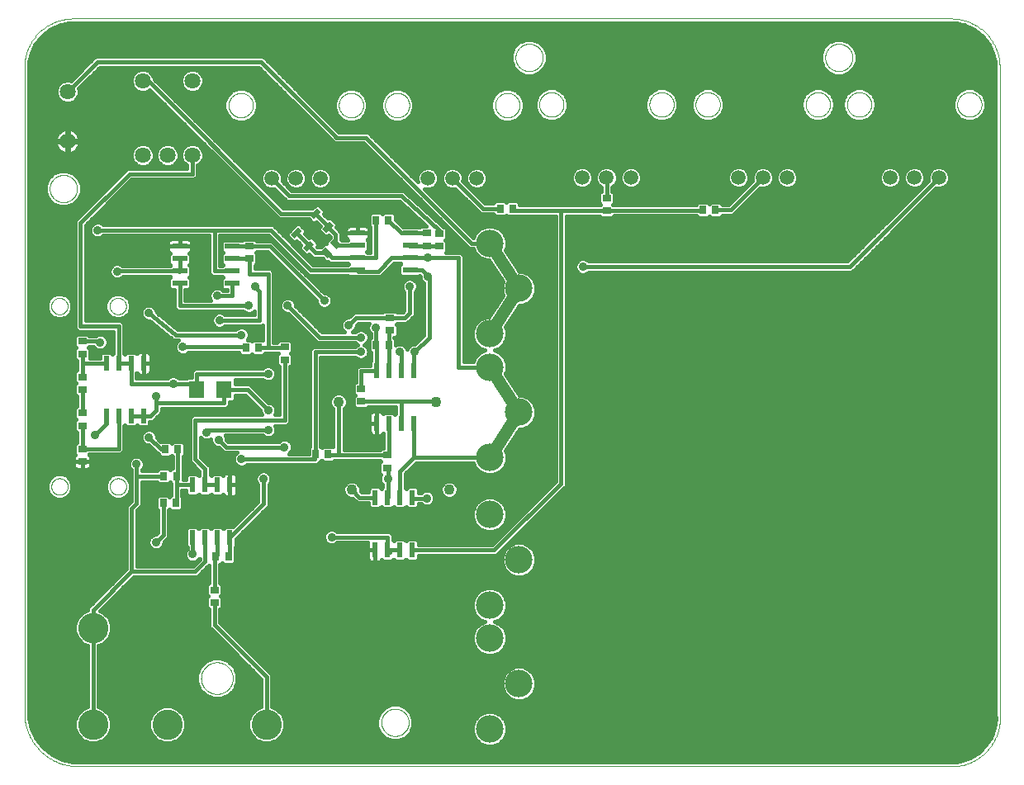
<source format=gbl>
G75*
%MOIN*%
%OFA0B0*%
%FSLAX25Y25*%
%IPPOS*%
%LPD*%
%AMOC8*
5,1,8,0,0,1.08239X$1,22.5*
%
%ADD10C,0.00000*%
%ADD11C,0.11102*%
%ADD12R,0.06299X0.07087*%
%ADD13C,0.04283*%
%ADD14R,0.02165X0.04134*%
%ADD15C,0.12189*%
%ADD16R,0.03543X0.02756*%
%ADD17R,0.02756X0.03543*%
%ADD18C,0.06437*%
%ADD19R,0.02362X0.06102*%
%ADD20R,0.06102X0.02362*%
%ADD21C,0.05937*%
%ADD22C,0.01600*%
%ADD23C,0.03562*%
%ADD24C,0.05000*%
D10*
X0023454Y0031328D02*
X0023454Y0291957D01*
X0023460Y0292433D01*
X0023477Y0292908D01*
X0023506Y0293383D01*
X0023546Y0293857D01*
X0023598Y0294330D01*
X0023661Y0294801D01*
X0023735Y0295271D01*
X0023821Y0295739D01*
X0023918Y0296205D01*
X0024026Y0296668D01*
X0024145Y0297128D01*
X0024276Y0297586D01*
X0024417Y0298040D01*
X0024570Y0298491D01*
X0024733Y0298937D01*
X0024907Y0299380D01*
X0025092Y0299818D01*
X0025287Y0300252D01*
X0025493Y0300681D01*
X0025709Y0301105D01*
X0025935Y0301524D01*
X0026171Y0301937D01*
X0026417Y0302344D01*
X0026673Y0302745D01*
X0026939Y0303139D01*
X0027214Y0303528D01*
X0027498Y0303909D01*
X0027791Y0304283D01*
X0028093Y0304651D01*
X0028405Y0305011D01*
X0028724Y0305363D01*
X0029052Y0305707D01*
X0029389Y0306044D01*
X0029733Y0306372D01*
X0030085Y0306691D01*
X0030445Y0307003D01*
X0030813Y0307305D01*
X0031187Y0307598D01*
X0031568Y0307882D01*
X0031957Y0308157D01*
X0032351Y0308423D01*
X0032752Y0308679D01*
X0033159Y0308925D01*
X0033572Y0309161D01*
X0033991Y0309387D01*
X0034415Y0309603D01*
X0034844Y0309809D01*
X0035278Y0310004D01*
X0035716Y0310189D01*
X0036159Y0310363D01*
X0036605Y0310526D01*
X0037056Y0310679D01*
X0037510Y0310820D01*
X0037968Y0310951D01*
X0038428Y0311070D01*
X0038891Y0311178D01*
X0039357Y0311275D01*
X0039825Y0311361D01*
X0040295Y0311435D01*
X0040766Y0311498D01*
X0041239Y0311550D01*
X0041713Y0311590D01*
X0042188Y0311619D01*
X0042663Y0311636D01*
X0043139Y0311642D01*
X0043139Y0311643D02*
X0397469Y0311643D01*
X0397469Y0311642D02*
X0397945Y0311636D01*
X0398420Y0311619D01*
X0398895Y0311590D01*
X0399369Y0311550D01*
X0399842Y0311498D01*
X0400313Y0311435D01*
X0400783Y0311361D01*
X0401251Y0311275D01*
X0401717Y0311178D01*
X0402180Y0311070D01*
X0402640Y0310951D01*
X0403098Y0310820D01*
X0403552Y0310679D01*
X0404003Y0310526D01*
X0404449Y0310363D01*
X0404892Y0310189D01*
X0405330Y0310004D01*
X0405764Y0309809D01*
X0406193Y0309603D01*
X0406617Y0309387D01*
X0407036Y0309161D01*
X0407449Y0308925D01*
X0407856Y0308679D01*
X0408257Y0308423D01*
X0408651Y0308157D01*
X0409040Y0307882D01*
X0409421Y0307598D01*
X0409795Y0307305D01*
X0410163Y0307003D01*
X0410523Y0306691D01*
X0410875Y0306372D01*
X0411219Y0306044D01*
X0411556Y0305707D01*
X0411884Y0305363D01*
X0412203Y0305011D01*
X0412515Y0304651D01*
X0412817Y0304283D01*
X0413110Y0303909D01*
X0413394Y0303528D01*
X0413669Y0303139D01*
X0413935Y0302745D01*
X0414191Y0302344D01*
X0414437Y0301937D01*
X0414673Y0301524D01*
X0414899Y0301105D01*
X0415115Y0300681D01*
X0415321Y0300252D01*
X0415516Y0299818D01*
X0415701Y0299380D01*
X0415875Y0298937D01*
X0416038Y0298491D01*
X0416191Y0298040D01*
X0416332Y0297586D01*
X0416463Y0297128D01*
X0416582Y0296668D01*
X0416690Y0296205D01*
X0416787Y0295739D01*
X0416873Y0295271D01*
X0416947Y0294801D01*
X0417010Y0294330D01*
X0417062Y0293857D01*
X0417102Y0293383D01*
X0417131Y0292908D01*
X0417148Y0292433D01*
X0417154Y0291957D01*
X0417154Y0031328D01*
X0417154Y0031327D02*
X0417196Y0030851D01*
X0417226Y0030374D01*
X0417245Y0029896D01*
X0417252Y0029418D01*
X0417248Y0028940D01*
X0417232Y0028463D01*
X0417204Y0027985D01*
X0417165Y0027509D01*
X0417115Y0027033D01*
X0417053Y0026559D01*
X0416980Y0026087D01*
X0416895Y0025617D01*
X0416799Y0025148D01*
X0416691Y0024682D01*
X0416573Y0024219D01*
X0416443Y0023759D01*
X0416302Y0023302D01*
X0416150Y0022849D01*
X0415987Y0022399D01*
X0415814Y0021954D01*
X0415630Y0021513D01*
X0415435Y0021076D01*
X0415229Y0020645D01*
X0415014Y0020218D01*
X0414788Y0019797D01*
X0414551Y0019381D01*
X0414305Y0018971D01*
X0414049Y0018567D01*
X0413784Y0018170D01*
X0413509Y0017779D01*
X0413224Y0017395D01*
X0412930Y0017018D01*
X0412628Y0016648D01*
X0412316Y0016285D01*
X0411996Y0015930D01*
X0411667Y0015583D01*
X0411330Y0015244D01*
X0410985Y0014913D01*
X0410632Y0014591D01*
X0410271Y0014277D01*
X0409903Y0013972D01*
X0409528Y0013676D01*
X0409145Y0013389D01*
X0408756Y0013112D01*
X0408360Y0012844D01*
X0407958Y0012585D01*
X0407549Y0012337D01*
X0407135Y0012098D01*
X0406715Y0011870D01*
X0406290Y0011651D01*
X0405859Y0011443D01*
X0405424Y0011246D01*
X0404984Y0011059D01*
X0404540Y0010883D01*
X0404091Y0010717D01*
X0403639Y0010563D01*
X0403183Y0010419D01*
X0402723Y0010287D01*
X0402261Y0010165D01*
X0401796Y0010055D01*
X0401328Y0009956D01*
X0400858Y0009868D01*
X0400386Y0009792D01*
X0399913Y0009727D01*
X0399437Y0009674D01*
X0399438Y0009674D02*
X0045107Y0009674D01*
X0044584Y0009680D01*
X0044061Y0009699D01*
X0043538Y0009731D01*
X0043017Y0009775D01*
X0042497Y0009832D01*
X0041978Y0009901D01*
X0041461Y0009983D01*
X0040947Y0010077D01*
X0040434Y0010184D01*
X0039925Y0010303D01*
X0039418Y0010435D01*
X0038915Y0010578D01*
X0038416Y0010734D01*
X0037920Y0010902D01*
X0037428Y0011081D01*
X0036941Y0011273D01*
X0036459Y0011476D01*
X0035982Y0011691D01*
X0035510Y0011917D01*
X0035044Y0012154D01*
X0034584Y0012403D01*
X0034129Y0012663D01*
X0033681Y0012934D01*
X0033240Y0013215D01*
X0032806Y0013507D01*
X0032379Y0013810D01*
X0031960Y0014122D01*
X0031548Y0014445D01*
X0031144Y0014778D01*
X0030748Y0015120D01*
X0030360Y0015471D01*
X0029981Y0015832D01*
X0029611Y0016202D01*
X0029250Y0016581D01*
X0028899Y0016969D01*
X0028557Y0017365D01*
X0028224Y0017769D01*
X0027901Y0018181D01*
X0027589Y0018600D01*
X0027286Y0019027D01*
X0026994Y0019461D01*
X0026713Y0019902D01*
X0026442Y0020350D01*
X0026182Y0020805D01*
X0025933Y0021265D01*
X0025696Y0021731D01*
X0025470Y0022203D01*
X0025255Y0022680D01*
X0025052Y0023162D01*
X0024860Y0023649D01*
X0024681Y0024141D01*
X0024513Y0024637D01*
X0024357Y0025136D01*
X0024214Y0025639D01*
X0024082Y0026146D01*
X0023963Y0026655D01*
X0023856Y0027168D01*
X0023762Y0027682D01*
X0023680Y0028199D01*
X0023611Y0028718D01*
X0023554Y0029238D01*
X0023510Y0029759D01*
X0023478Y0030282D01*
X0023459Y0030805D01*
X0023453Y0031328D01*
X0094772Y0045265D02*
X0094774Y0045425D01*
X0094780Y0045584D01*
X0094790Y0045743D01*
X0094804Y0045902D01*
X0094822Y0046061D01*
X0094843Y0046219D01*
X0094869Y0046376D01*
X0094899Y0046533D01*
X0094932Y0046689D01*
X0094970Y0046844D01*
X0095011Y0046998D01*
X0095056Y0047151D01*
X0095105Y0047303D01*
X0095158Y0047453D01*
X0095214Y0047602D01*
X0095274Y0047750D01*
X0095338Y0047896D01*
X0095406Y0048041D01*
X0095477Y0048184D01*
X0095551Y0048325D01*
X0095629Y0048464D01*
X0095711Y0048601D01*
X0095796Y0048736D01*
X0095884Y0048869D01*
X0095975Y0049000D01*
X0096070Y0049128D01*
X0096168Y0049254D01*
X0096269Y0049378D01*
X0096373Y0049498D01*
X0096480Y0049617D01*
X0096590Y0049732D01*
X0096703Y0049845D01*
X0096818Y0049955D01*
X0096937Y0050062D01*
X0097057Y0050166D01*
X0097181Y0050267D01*
X0097307Y0050365D01*
X0097435Y0050460D01*
X0097566Y0050551D01*
X0097699Y0050639D01*
X0097834Y0050724D01*
X0097971Y0050806D01*
X0098110Y0050884D01*
X0098251Y0050958D01*
X0098394Y0051029D01*
X0098539Y0051097D01*
X0098685Y0051161D01*
X0098833Y0051221D01*
X0098982Y0051277D01*
X0099132Y0051330D01*
X0099284Y0051379D01*
X0099437Y0051424D01*
X0099591Y0051465D01*
X0099746Y0051503D01*
X0099902Y0051536D01*
X0100059Y0051566D01*
X0100216Y0051592D01*
X0100374Y0051613D01*
X0100533Y0051631D01*
X0100692Y0051645D01*
X0100851Y0051655D01*
X0101010Y0051661D01*
X0101170Y0051663D01*
X0101330Y0051661D01*
X0101489Y0051655D01*
X0101648Y0051645D01*
X0101807Y0051631D01*
X0101966Y0051613D01*
X0102124Y0051592D01*
X0102281Y0051566D01*
X0102438Y0051536D01*
X0102594Y0051503D01*
X0102749Y0051465D01*
X0102903Y0051424D01*
X0103056Y0051379D01*
X0103208Y0051330D01*
X0103358Y0051277D01*
X0103507Y0051221D01*
X0103655Y0051161D01*
X0103801Y0051097D01*
X0103946Y0051029D01*
X0104089Y0050958D01*
X0104230Y0050884D01*
X0104369Y0050806D01*
X0104506Y0050724D01*
X0104641Y0050639D01*
X0104774Y0050551D01*
X0104905Y0050460D01*
X0105033Y0050365D01*
X0105159Y0050267D01*
X0105283Y0050166D01*
X0105403Y0050062D01*
X0105522Y0049955D01*
X0105637Y0049845D01*
X0105750Y0049732D01*
X0105860Y0049617D01*
X0105967Y0049498D01*
X0106071Y0049378D01*
X0106172Y0049254D01*
X0106270Y0049128D01*
X0106365Y0049000D01*
X0106456Y0048869D01*
X0106544Y0048736D01*
X0106629Y0048601D01*
X0106711Y0048464D01*
X0106789Y0048325D01*
X0106863Y0048184D01*
X0106934Y0048041D01*
X0107002Y0047896D01*
X0107066Y0047750D01*
X0107126Y0047602D01*
X0107182Y0047453D01*
X0107235Y0047303D01*
X0107284Y0047151D01*
X0107329Y0046998D01*
X0107370Y0046844D01*
X0107408Y0046689D01*
X0107441Y0046533D01*
X0107471Y0046376D01*
X0107497Y0046219D01*
X0107518Y0046061D01*
X0107536Y0045902D01*
X0107550Y0045743D01*
X0107560Y0045584D01*
X0107566Y0045425D01*
X0107568Y0045265D01*
X0107566Y0045105D01*
X0107560Y0044946D01*
X0107550Y0044787D01*
X0107536Y0044628D01*
X0107518Y0044469D01*
X0107497Y0044311D01*
X0107471Y0044154D01*
X0107441Y0043997D01*
X0107408Y0043841D01*
X0107370Y0043686D01*
X0107329Y0043532D01*
X0107284Y0043379D01*
X0107235Y0043227D01*
X0107182Y0043077D01*
X0107126Y0042928D01*
X0107066Y0042780D01*
X0107002Y0042634D01*
X0106934Y0042489D01*
X0106863Y0042346D01*
X0106789Y0042205D01*
X0106711Y0042066D01*
X0106629Y0041929D01*
X0106544Y0041794D01*
X0106456Y0041661D01*
X0106365Y0041530D01*
X0106270Y0041402D01*
X0106172Y0041276D01*
X0106071Y0041152D01*
X0105967Y0041032D01*
X0105860Y0040913D01*
X0105750Y0040798D01*
X0105637Y0040685D01*
X0105522Y0040575D01*
X0105403Y0040468D01*
X0105283Y0040364D01*
X0105159Y0040263D01*
X0105033Y0040165D01*
X0104905Y0040070D01*
X0104774Y0039979D01*
X0104641Y0039891D01*
X0104506Y0039806D01*
X0104369Y0039724D01*
X0104230Y0039646D01*
X0104089Y0039572D01*
X0103946Y0039501D01*
X0103801Y0039433D01*
X0103655Y0039369D01*
X0103507Y0039309D01*
X0103358Y0039253D01*
X0103208Y0039200D01*
X0103056Y0039151D01*
X0102903Y0039106D01*
X0102749Y0039065D01*
X0102594Y0039027D01*
X0102438Y0038994D01*
X0102281Y0038964D01*
X0102124Y0038938D01*
X0101966Y0038917D01*
X0101807Y0038899D01*
X0101648Y0038885D01*
X0101489Y0038875D01*
X0101330Y0038869D01*
X0101170Y0038867D01*
X0101010Y0038869D01*
X0100851Y0038875D01*
X0100692Y0038885D01*
X0100533Y0038899D01*
X0100374Y0038917D01*
X0100216Y0038938D01*
X0100059Y0038964D01*
X0099902Y0038994D01*
X0099746Y0039027D01*
X0099591Y0039065D01*
X0099437Y0039106D01*
X0099284Y0039151D01*
X0099132Y0039200D01*
X0098982Y0039253D01*
X0098833Y0039309D01*
X0098685Y0039369D01*
X0098539Y0039433D01*
X0098394Y0039501D01*
X0098251Y0039572D01*
X0098110Y0039646D01*
X0097971Y0039724D01*
X0097834Y0039806D01*
X0097699Y0039891D01*
X0097566Y0039979D01*
X0097435Y0040070D01*
X0097307Y0040165D01*
X0097181Y0040263D01*
X0097057Y0040364D01*
X0096937Y0040468D01*
X0096818Y0040575D01*
X0096703Y0040685D01*
X0096590Y0040798D01*
X0096480Y0040913D01*
X0096373Y0041032D01*
X0096269Y0041152D01*
X0096168Y0041276D01*
X0096070Y0041402D01*
X0095975Y0041530D01*
X0095884Y0041661D01*
X0095796Y0041794D01*
X0095711Y0041929D01*
X0095629Y0042066D01*
X0095551Y0042205D01*
X0095477Y0042346D01*
X0095406Y0042489D01*
X0095338Y0042634D01*
X0095274Y0042780D01*
X0095214Y0042928D01*
X0095158Y0043077D01*
X0095105Y0043227D01*
X0095056Y0043379D01*
X0095011Y0043532D01*
X0094970Y0043686D01*
X0094932Y0043841D01*
X0094899Y0043997D01*
X0094869Y0044154D01*
X0094843Y0044311D01*
X0094822Y0044469D01*
X0094804Y0044628D01*
X0094790Y0044787D01*
X0094780Y0044946D01*
X0094774Y0045105D01*
X0094772Y0045265D01*
X0167548Y0027391D02*
X0167550Y0027539D01*
X0167556Y0027687D01*
X0167566Y0027835D01*
X0167580Y0027982D01*
X0167598Y0028129D01*
X0167619Y0028275D01*
X0167645Y0028421D01*
X0167675Y0028566D01*
X0167708Y0028710D01*
X0167746Y0028853D01*
X0167787Y0028995D01*
X0167832Y0029136D01*
X0167880Y0029276D01*
X0167933Y0029415D01*
X0167989Y0029552D01*
X0168049Y0029687D01*
X0168112Y0029821D01*
X0168179Y0029953D01*
X0168250Y0030083D01*
X0168324Y0030211D01*
X0168401Y0030337D01*
X0168482Y0030461D01*
X0168566Y0030583D01*
X0168653Y0030702D01*
X0168744Y0030819D01*
X0168838Y0030934D01*
X0168934Y0031046D01*
X0169034Y0031156D01*
X0169136Y0031262D01*
X0169242Y0031366D01*
X0169350Y0031467D01*
X0169461Y0031565D01*
X0169574Y0031661D01*
X0169690Y0031753D01*
X0169808Y0031842D01*
X0169929Y0031927D01*
X0170052Y0032010D01*
X0170177Y0032089D01*
X0170304Y0032165D01*
X0170433Y0032237D01*
X0170564Y0032306D01*
X0170697Y0032371D01*
X0170832Y0032432D01*
X0170968Y0032490D01*
X0171105Y0032545D01*
X0171244Y0032595D01*
X0171385Y0032642D01*
X0171526Y0032685D01*
X0171669Y0032725D01*
X0171813Y0032760D01*
X0171957Y0032792D01*
X0172103Y0032819D01*
X0172249Y0032843D01*
X0172396Y0032863D01*
X0172543Y0032879D01*
X0172690Y0032891D01*
X0172838Y0032899D01*
X0172986Y0032903D01*
X0173134Y0032903D01*
X0173282Y0032899D01*
X0173430Y0032891D01*
X0173577Y0032879D01*
X0173724Y0032863D01*
X0173871Y0032843D01*
X0174017Y0032819D01*
X0174163Y0032792D01*
X0174307Y0032760D01*
X0174451Y0032725D01*
X0174594Y0032685D01*
X0174735Y0032642D01*
X0174876Y0032595D01*
X0175015Y0032545D01*
X0175152Y0032490D01*
X0175288Y0032432D01*
X0175423Y0032371D01*
X0175556Y0032306D01*
X0175687Y0032237D01*
X0175816Y0032165D01*
X0175943Y0032089D01*
X0176068Y0032010D01*
X0176191Y0031927D01*
X0176312Y0031842D01*
X0176430Y0031753D01*
X0176546Y0031661D01*
X0176659Y0031565D01*
X0176770Y0031467D01*
X0176878Y0031366D01*
X0176984Y0031262D01*
X0177086Y0031156D01*
X0177186Y0031046D01*
X0177282Y0030934D01*
X0177376Y0030819D01*
X0177467Y0030702D01*
X0177554Y0030583D01*
X0177638Y0030461D01*
X0177719Y0030337D01*
X0177796Y0030211D01*
X0177870Y0030083D01*
X0177941Y0029953D01*
X0178008Y0029821D01*
X0178071Y0029687D01*
X0178131Y0029552D01*
X0178187Y0029415D01*
X0178240Y0029276D01*
X0178288Y0029136D01*
X0178333Y0028995D01*
X0178374Y0028853D01*
X0178412Y0028710D01*
X0178445Y0028566D01*
X0178475Y0028421D01*
X0178501Y0028275D01*
X0178522Y0028129D01*
X0178540Y0027982D01*
X0178554Y0027835D01*
X0178564Y0027687D01*
X0178570Y0027539D01*
X0178572Y0027391D01*
X0178570Y0027243D01*
X0178564Y0027095D01*
X0178554Y0026947D01*
X0178540Y0026800D01*
X0178522Y0026653D01*
X0178501Y0026507D01*
X0178475Y0026361D01*
X0178445Y0026216D01*
X0178412Y0026072D01*
X0178374Y0025929D01*
X0178333Y0025787D01*
X0178288Y0025646D01*
X0178240Y0025506D01*
X0178187Y0025367D01*
X0178131Y0025230D01*
X0178071Y0025095D01*
X0178008Y0024961D01*
X0177941Y0024829D01*
X0177870Y0024699D01*
X0177796Y0024571D01*
X0177719Y0024445D01*
X0177638Y0024321D01*
X0177554Y0024199D01*
X0177467Y0024080D01*
X0177376Y0023963D01*
X0177282Y0023848D01*
X0177186Y0023736D01*
X0177086Y0023626D01*
X0176984Y0023520D01*
X0176878Y0023416D01*
X0176770Y0023315D01*
X0176659Y0023217D01*
X0176546Y0023121D01*
X0176430Y0023029D01*
X0176312Y0022940D01*
X0176191Y0022855D01*
X0176068Y0022772D01*
X0175943Y0022693D01*
X0175816Y0022617D01*
X0175687Y0022545D01*
X0175556Y0022476D01*
X0175423Y0022411D01*
X0175288Y0022350D01*
X0175152Y0022292D01*
X0175015Y0022237D01*
X0174876Y0022187D01*
X0174735Y0022140D01*
X0174594Y0022097D01*
X0174451Y0022057D01*
X0174307Y0022022D01*
X0174163Y0021990D01*
X0174017Y0021963D01*
X0173871Y0021939D01*
X0173724Y0021919D01*
X0173577Y0021903D01*
X0173430Y0021891D01*
X0173282Y0021883D01*
X0173134Y0021879D01*
X0172986Y0021879D01*
X0172838Y0021883D01*
X0172690Y0021891D01*
X0172543Y0021903D01*
X0172396Y0021919D01*
X0172249Y0021939D01*
X0172103Y0021963D01*
X0171957Y0021990D01*
X0171813Y0022022D01*
X0171669Y0022057D01*
X0171526Y0022097D01*
X0171385Y0022140D01*
X0171244Y0022187D01*
X0171105Y0022237D01*
X0170968Y0022292D01*
X0170832Y0022350D01*
X0170697Y0022411D01*
X0170564Y0022476D01*
X0170433Y0022545D01*
X0170304Y0022617D01*
X0170177Y0022693D01*
X0170052Y0022772D01*
X0169929Y0022855D01*
X0169808Y0022940D01*
X0169690Y0023029D01*
X0169574Y0023121D01*
X0169461Y0023217D01*
X0169350Y0023315D01*
X0169242Y0023416D01*
X0169136Y0023520D01*
X0169034Y0023626D01*
X0168934Y0023736D01*
X0168838Y0023848D01*
X0168744Y0023963D01*
X0168653Y0024080D01*
X0168566Y0024199D01*
X0168482Y0024321D01*
X0168401Y0024445D01*
X0168324Y0024571D01*
X0168250Y0024699D01*
X0168179Y0024829D01*
X0168112Y0024961D01*
X0168049Y0025095D01*
X0167989Y0025230D01*
X0167933Y0025367D01*
X0167880Y0025506D01*
X0167832Y0025646D01*
X0167787Y0025787D01*
X0167746Y0025929D01*
X0167708Y0026072D01*
X0167675Y0026216D01*
X0167645Y0026361D01*
X0167619Y0026507D01*
X0167598Y0026653D01*
X0167580Y0026800D01*
X0167566Y0026947D01*
X0167556Y0027095D01*
X0167550Y0027243D01*
X0167548Y0027391D01*
X0057942Y0122666D02*
X0057944Y0122781D01*
X0057950Y0122895D01*
X0057960Y0123010D01*
X0057974Y0123124D01*
X0057992Y0123237D01*
X0058013Y0123350D01*
X0058039Y0123462D01*
X0058069Y0123573D01*
X0058102Y0123682D01*
X0058139Y0123791D01*
X0058180Y0123898D01*
X0058225Y0124004D01*
X0058273Y0124108D01*
X0058325Y0124211D01*
X0058380Y0124311D01*
X0058439Y0124410D01*
X0058501Y0124506D01*
X0058567Y0124601D01*
X0058636Y0124692D01*
X0058708Y0124782D01*
X0058782Y0124869D01*
X0058860Y0124953D01*
X0058941Y0125035D01*
X0059025Y0125113D01*
X0059111Y0125189D01*
X0059200Y0125262D01*
X0059291Y0125331D01*
X0059385Y0125398D01*
X0059481Y0125461D01*
X0059579Y0125520D01*
X0059679Y0125577D01*
X0059781Y0125629D01*
X0059885Y0125678D01*
X0059990Y0125724D01*
X0060097Y0125766D01*
X0060205Y0125804D01*
X0060315Y0125838D01*
X0060425Y0125869D01*
X0060537Y0125895D01*
X0060650Y0125918D01*
X0060763Y0125937D01*
X0060877Y0125952D01*
X0060991Y0125963D01*
X0061106Y0125970D01*
X0061220Y0125973D01*
X0061335Y0125972D01*
X0061450Y0125967D01*
X0061564Y0125958D01*
X0061678Y0125945D01*
X0061792Y0125928D01*
X0061905Y0125907D01*
X0062017Y0125883D01*
X0062128Y0125854D01*
X0062238Y0125822D01*
X0062347Y0125785D01*
X0062455Y0125745D01*
X0062561Y0125702D01*
X0062665Y0125654D01*
X0062768Y0125603D01*
X0062869Y0125549D01*
X0062968Y0125491D01*
X0063065Y0125430D01*
X0063160Y0125365D01*
X0063253Y0125297D01*
X0063343Y0125226D01*
X0063430Y0125152D01*
X0063515Y0125074D01*
X0063598Y0124994D01*
X0063677Y0124911D01*
X0063753Y0124826D01*
X0063827Y0124737D01*
X0063897Y0124647D01*
X0063964Y0124554D01*
X0064028Y0124458D01*
X0064089Y0124361D01*
X0064146Y0124261D01*
X0064199Y0124160D01*
X0064250Y0124056D01*
X0064296Y0123951D01*
X0064339Y0123845D01*
X0064378Y0123737D01*
X0064413Y0123628D01*
X0064445Y0123517D01*
X0064472Y0123406D01*
X0064496Y0123294D01*
X0064516Y0123180D01*
X0064532Y0123067D01*
X0064544Y0122953D01*
X0064552Y0122838D01*
X0064556Y0122723D01*
X0064556Y0122609D01*
X0064552Y0122494D01*
X0064544Y0122379D01*
X0064532Y0122265D01*
X0064516Y0122152D01*
X0064496Y0122038D01*
X0064472Y0121926D01*
X0064445Y0121815D01*
X0064413Y0121704D01*
X0064378Y0121595D01*
X0064339Y0121487D01*
X0064296Y0121381D01*
X0064250Y0121276D01*
X0064199Y0121172D01*
X0064146Y0121071D01*
X0064089Y0120971D01*
X0064028Y0120874D01*
X0063964Y0120778D01*
X0063897Y0120685D01*
X0063827Y0120595D01*
X0063753Y0120506D01*
X0063677Y0120421D01*
X0063598Y0120338D01*
X0063515Y0120258D01*
X0063430Y0120180D01*
X0063343Y0120106D01*
X0063253Y0120035D01*
X0063160Y0119967D01*
X0063065Y0119902D01*
X0062968Y0119841D01*
X0062869Y0119783D01*
X0062768Y0119729D01*
X0062665Y0119678D01*
X0062561Y0119630D01*
X0062455Y0119587D01*
X0062347Y0119547D01*
X0062238Y0119510D01*
X0062128Y0119478D01*
X0062017Y0119449D01*
X0061905Y0119425D01*
X0061792Y0119404D01*
X0061678Y0119387D01*
X0061564Y0119374D01*
X0061450Y0119365D01*
X0061335Y0119360D01*
X0061220Y0119359D01*
X0061106Y0119362D01*
X0060991Y0119369D01*
X0060877Y0119380D01*
X0060763Y0119395D01*
X0060650Y0119414D01*
X0060537Y0119437D01*
X0060425Y0119463D01*
X0060315Y0119494D01*
X0060205Y0119528D01*
X0060097Y0119566D01*
X0059990Y0119608D01*
X0059885Y0119654D01*
X0059781Y0119703D01*
X0059679Y0119755D01*
X0059579Y0119812D01*
X0059481Y0119871D01*
X0059385Y0119934D01*
X0059291Y0120001D01*
X0059200Y0120070D01*
X0059111Y0120143D01*
X0059025Y0120219D01*
X0058941Y0120297D01*
X0058860Y0120379D01*
X0058782Y0120463D01*
X0058708Y0120550D01*
X0058636Y0120640D01*
X0058567Y0120731D01*
X0058501Y0120826D01*
X0058439Y0120922D01*
X0058380Y0121021D01*
X0058325Y0121121D01*
X0058273Y0121224D01*
X0058225Y0121328D01*
X0058180Y0121434D01*
X0058139Y0121541D01*
X0058102Y0121650D01*
X0058069Y0121759D01*
X0058039Y0121870D01*
X0058013Y0121982D01*
X0057992Y0122095D01*
X0057974Y0122208D01*
X0057960Y0122322D01*
X0057950Y0122437D01*
X0057944Y0122551D01*
X0057942Y0122666D01*
X0034320Y0122666D02*
X0034322Y0122781D01*
X0034328Y0122895D01*
X0034338Y0123010D01*
X0034352Y0123124D01*
X0034370Y0123237D01*
X0034391Y0123350D01*
X0034417Y0123462D01*
X0034447Y0123573D01*
X0034480Y0123682D01*
X0034517Y0123791D01*
X0034558Y0123898D01*
X0034603Y0124004D01*
X0034651Y0124108D01*
X0034703Y0124211D01*
X0034758Y0124311D01*
X0034817Y0124410D01*
X0034879Y0124506D01*
X0034945Y0124601D01*
X0035014Y0124692D01*
X0035086Y0124782D01*
X0035160Y0124869D01*
X0035238Y0124953D01*
X0035319Y0125035D01*
X0035403Y0125113D01*
X0035489Y0125189D01*
X0035578Y0125262D01*
X0035669Y0125331D01*
X0035763Y0125398D01*
X0035859Y0125461D01*
X0035957Y0125520D01*
X0036057Y0125577D01*
X0036159Y0125629D01*
X0036263Y0125678D01*
X0036368Y0125724D01*
X0036475Y0125766D01*
X0036583Y0125804D01*
X0036693Y0125838D01*
X0036803Y0125869D01*
X0036915Y0125895D01*
X0037028Y0125918D01*
X0037141Y0125937D01*
X0037255Y0125952D01*
X0037369Y0125963D01*
X0037484Y0125970D01*
X0037598Y0125973D01*
X0037713Y0125972D01*
X0037828Y0125967D01*
X0037942Y0125958D01*
X0038056Y0125945D01*
X0038170Y0125928D01*
X0038283Y0125907D01*
X0038395Y0125883D01*
X0038506Y0125854D01*
X0038616Y0125822D01*
X0038725Y0125785D01*
X0038833Y0125745D01*
X0038939Y0125702D01*
X0039043Y0125654D01*
X0039146Y0125603D01*
X0039247Y0125549D01*
X0039346Y0125491D01*
X0039443Y0125430D01*
X0039538Y0125365D01*
X0039631Y0125297D01*
X0039721Y0125226D01*
X0039808Y0125152D01*
X0039893Y0125074D01*
X0039976Y0124994D01*
X0040055Y0124911D01*
X0040131Y0124826D01*
X0040205Y0124737D01*
X0040275Y0124647D01*
X0040342Y0124554D01*
X0040406Y0124458D01*
X0040467Y0124361D01*
X0040524Y0124261D01*
X0040577Y0124160D01*
X0040628Y0124056D01*
X0040674Y0123951D01*
X0040717Y0123845D01*
X0040756Y0123737D01*
X0040791Y0123628D01*
X0040823Y0123517D01*
X0040850Y0123406D01*
X0040874Y0123294D01*
X0040894Y0123180D01*
X0040910Y0123067D01*
X0040922Y0122953D01*
X0040930Y0122838D01*
X0040934Y0122723D01*
X0040934Y0122609D01*
X0040930Y0122494D01*
X0040922Y0122379D01*
X0040910Y0122265D01*
X0040894Y0122152D01*
X0040874Y0122038D01*
X0040850Y0121926D01*
X0040823Y0121815D01*
X0040791Y0121704D01*
X0040756Y0121595D01*
X0040717Y0121487D01*
X0040674Y0121381D01*
X0040628Y0121276D01*
X0040577Y0121172D01*
X0040524Y0121071D01*
X0040467Y0120971D01*
X0040406Y0120874D01*
X0040342Y0120778D01*
X0040275Y0120685D01*
X0040205Y0120595D01*
X0040131Y0120506D01*
X0040055Y0120421D01*
X0039976Y0120338D01*
X0039893Y0120258D01*
X0039808Y0120180D01*
X0039721Y0120106D01*
X0039631Y0120035D01*
X0039538Y0119967D01*
X0039443Y0119902D01*
X0039346Y0119841D01*
X0039247Y0119783D01*
X0039146Y0119729D01*
X0039043Y0119678D01*
X0038939Y0119630D01*
X0038833Y0119587D01*
X0038725Y0119547D01*
X0038616Y0119510D01*
X0038506Y0119478D01*
X0038395Y0119449D01*
X0038283Y0119425D01*
X0038170Y0119404D01*
X0038056Y0119387D01*
X0037942Y0119374D01*
X0037828Y0119365D01*
X0037713Y0119360D01*
X0037598Y0119359D01*
X0037484Y0119362D01*
X0037369Y0119369D01*
X0037255Y0119380D01*
X0037141Y0119395D01*
X0037028Y0119414D01*
X0036915Y0119437D01*
X0036803Y0119463D01*
X0036693Y0119494D01*
X0036583Y0119528D01*
X0036475Y0119566D01*
X0036368Y0119608D01*
X0036263Y0119654D01*
X0036159Y0119703D01*
X0036057Y0119755D01*
X0035957Y0119812D01*
X0035859Y0119871D01*
X0035763Y0119934D01*
X0035669Y0120001D01*
X0035578Y0120070D01*
X0035489Y0120143D01*
X0035403Y0120219D01*
X0035319Y0120297D01*
X0035238Y0120379D01*
X0035160Y0120463D01*
X0035086Y0120550D01*
X0035014Y0120640D01*
X0034945Y0120731D01*
X0034879Y0120826D01*
X0034817Y0120922D01*
X0034758Y0121021D01*
X0034703Y0121121D01*
X0034651Y0121224D01*
X0034603Y0121328D01*
X0034558Y0121434D01*
X0034517Y0121541D01*
X0034480Y0121650D01*
X0034447Y0121759D01*
X0034417Y0121870D01*
X0034391Y0121982D01*
X0034370Y0122095D01*
X0034352Y0122208D01*
X0034338Y0122322D01*
X0034328Y0122437D01*
X0034322Y0122551D01*
X0034320Y0122666D01*
X0034280Y0195501D02*
X0034282Y0195616D01*
X0034288Y0195730D01*
X0034298Y0195845D01*
X0034312Y0195959D01*
X0034330Y0196072D01*
X0034351Y0196185D01*
X0034377Y0196297D01*
X0034407Y0196408D01*
X0034440Y0196517D01*
X0034477Y0196626D01*
X0034518Y0196733D01*
X0034563Y0196839D01*
X0034611Y0196943D01*
X0034663Y0197046D01*
X0034718Y0197146D01*
X0034777Y0197245D01*
X0034839Y0197341D01*
X0034905Y0197436D01*
X0034974Y0197527D01*
X0035046Y0197617D01*
X0035120Y0197704D01*
X0035198Y0197788D01*
X0035279Y0197870D01*
X0035363Y0197948D01*
X0035449Y0198024D01*
X0035538Y0198097D01*
X0035629Y0198166D01*
X0035723Y0198233D01*
X0035819Y0198296D01*
X0035917Y0198355D01*
X0036017Y0198412D01*
X0036119Y0198464D01*
X0036223Y0198513D01*
X0036328Y0198559D01*
X0036435Y0198601D01*
X0036543Y0198639D01*
X0036653Y0198673D01*
X0036763Y0198704D01*
X0036875Y0198730D01*
X0036988Y0198753D01*
X0037101Y0198772D01*
X0037215Y0198787D01*
X0037329Y0198798D01*
X0037444Y0198805D01*
X0037558Y0198808D01*
X0037673Y0198807D01*
X0037788Y0198802D01*
X0037902Y0198793D01*
X0038016Y0198780D01*
X0038130Y0198763D01*
X0038243Y0198742D01*
X0038355Y0198718D01*
X0038466Y0198689D01*
X0038576Y0198657D01*
X0038685Y0198620D01*
X0038793Y0198580D01*
X0038899Y0198537D01*
X0039003Y0198489D01*
X0039106Y0198438D01*
X0039207Y0198384D01*
X0039306Y0198326D01*
X0039403Y0198265D01*
X0039498Y0198200D01*
X0039591Y0198132D01*
X0039681Y0198061D01*
X0039768Y0197987D01*
X0039853Y0197909D01*
X0039936Y0197829D01*
X0040015Y0197746D01*
X0040091Y0197661D01*
X0040165Y0197572D01*
X0040235Y0197482D01*
X0040302Y0197389D01*
X0040366Y0197293D01*
X0040427Y0197196D01*
X0040484Y0197096D01*
X0040537Y0196995D01*
X0040588Y0196891D01*
X0040634Y0196786D01*
X0040677Y0196680D01*
X0040716Y0196572D01*
X0040751Y0196463D01*
X0040783Y0196352D01*
X0040810Y0196241D01*
X0040834Y0196129D01*
X0040854Y0196015D01*
X0040870Y0195902D01*
X0040882Y0195788D01*
X0040890Y0195673D01*
X0040894Y0195558D01*
X0040894Y0195444D01*
X0040890Y0195329D01*
X0040882Y0195214D01*
X0040870Y0195100D01*
X0040854Y0194987D01*
X0040834Y0194873D01*
X0040810Y0194761D01*
X0040783Y0194650D01*
X0040751Y0194539D01*
X0040716Y0194430D01*
X0040677Y0194322D01*
X0040634Y0194216D01*
X0040588Y0194111D01*
X0040537Y0194007D01*
X0040484Y0193906D01*
X0040427Y0193806D01*
X0040366Y0193709D01*
X0040302Y0193613D01*
X0040235Y0193520D01*
X0040165Y0193430D01*
X0040091Y0193341D01*
X0040015Y0193256D01*
X0039936Y0193173D01*
X0039853Y0193093D01*
X0039768Y0193015D01*
X0039681Y0192941D01*
X0039591Y0192870D01*
X0039498Y0192802D01*
X0039403Y0192737D01*
X0039306Y0192676D01*
X0039207Y0192618D01*
X0039106Y0192564D01*
X0039003Y0192513D01*
X0038899Y0192465D01*
X0038793Y0192422D01*
X0038685Y0192382D01*
X0038576Y0192345D01*
X0038466Y0192313D01*
X0038355Y0192284D01*
X0038243Y0192260D01*
X0038130Y0192239D01*
X0038016Y0192222D01*
X0037902Y0192209D01*
X0037788Y0192200D01*
X0037673Y0192195D01*
X0037558Y0192194D01*
X0037444Y0192197D01*
X0037329Y0192204D01*
X0037215Y0192215D01*
X0037101Y0192230D01*
X0036988Y0192249D01*
X0036875Y0192272D01*
X0036763Y0192298D01*
X0036653Y0192329D01*
X0036543Y0192363D01*
X0036435Y0192401D01*
X0036328Y0192443D01*
X0036223Y0192489D01*
X0036119Y0192538D01*
X0036017Y0192590D01*
X0035917Y0192647D01*
X0035819Y0192706D01*
X0035723Y0192769D01*
X0035629Y0192836D01*
X0035538Y0192905D01*
X0035449Y0192978D01*
X0035363Y0193054D01*
X0035279Y0193132D01*
X0035198Y0193214D01*
X0035120Y0193298D01*
X0035046Y0193385D01*
X0034974Y0193475D01*
X0034905Y0193566D01*
X0034839Y0193661D01*
X0034777Y0193757D01*
X0034718Y0193856D01*
X0034663Y0193956D01*
X0034611Y0194059D01*
X0034563Y0194163D01*
X0034518Y0194269D01*
X0034477Y0194376D01*
X0034440Y0194485D01*
X0034407Y0194594D01*
X0034377Y0194705D01*
X0034351Y0194817D01*
X0034330Y0194930D01*
X0034312Y0195043D01*
X0034298Y0195157D01*
X0034288Y0195272D01*
X0034282Y0195386D01*
X0034280Y0195501D01*
X0057902Y0195501D02*
X0057904Y0195616D01*
X0057910Y0195730D01*
X0057920Y0195845D01*
X0057934Y0195959D01*
X0057952Y0196072D01*
X0057973Y0196185D01*
X0057999Y0196297D01*
X0058029Y0196408D01*
X0058062Y0196517D01*
X0058099Y0196626D01*
X0058140Y0196733D01*
X0058185Y0196839D01*
X0058233Y0196943D01*
X0058285Y0197046D01*
X0058340Y0197146D01*
X0058399Y0197245D01*
X0058461Y0197341D01*
X0058527Y0197436D01*
X0058596Y0197527D01*
X0058668Y0197617D01*
X0058742Y0197704D01*
X0058820Y0197788D01*
X0058901Y0197870D01*
X0058985Y0197948D01*
X0059071Y0198024D01*
X0059160Y0198097D01*
X0059251Y0198166D01*
X0059345Y0198233D01*
X0059441Y0198296D01*
X0059539Y0198355D01*
X0059639Y0198412D01*
X0059741Y0198464D01*
X0059845Y0198513D01*
X0059950Y0198559D01*
X0060057Y0198601D01*
X0060165Y0198639D01*
X0060275Y0198673D01*
X0060385Y0198704D01*
X0060497Y0198730D01*
X0060610Y0198753D01*
X0060723Y0198772D01*
X0060837Y0198787D01*
X0060951Y0198798D01*
X0061066Y0198805D01*
X0061180Y0198808D01*
X0061295Y0198807D01*
X0061410Y0198802D01*
X0061524Y0198793D01*
X0061638Y0198780D01*
X0061752Y0198763D01*
X0061865Y0198742D01*
X0061977Y0198718D01*
X0062088Y0198689D01*
X0062198Y0198657D01*
X0062307Y0198620D01*
X0062415Y0198580D01*
X0062521Y0198537D01*
X0062625Y0198489D01*
X0062728Y0198438D01*
X0062829Y0198384D01*
X0062928Y0198326D01*
X0063025Y0198265D01*
X0063120Y0198200D01*
X0063213Y0198132D01*
X0063303Y0198061D01*
X0063390Y0197987D01*
X0063475Y0197909D01*
X0063558Y0197829D01*
X0063637Y0197746D01*
X0063713Y0197661D01*
X0063787Y0197572D01*
X0063857Y0197482D01*
X0063924Y0197389D01*
X0063988Y0197293D01*
X0064049Y0197196D01*
X0064106Y0197096D01*
X0064159Y0196995D01*
X0064210Y0196891D01*
X0064256Y0196786D01*
X0064299Y0196680D01*
X0064338Y0196572D01*
X0064373Y0196463D01*
X0064405Y0196352D01*
X0064432Y0196241D01*
X0064456Y0196129D01*
X0064476Y0196015D01*
X0064492Y0195902D01*
X0064504Y0195788D01*
X0064512Y0195673D01*
X0064516Y0195558D01*
X0064516Y0195444D01*
X0064512Y0195329D01*
X0064504Y0195214D01*
X0064492Y0195100D01*
X0064476Y0194987D01*
X0064456Y0194873D01*
X0064432Y0194761D01*
X0064405Y0194650D01*
X0064373Y0194539D01*
X0064338Y0194430D01*
X0064299Y0194322D01*
X0064256Y0194216D01*
X0064210Y0194111D01*
X0064159Y0194007D01*
X0064106Y0193906D01*
X0064049Y0193806D01*
X0063988Y0193709D01*
X0063924Y0193613D01*
X0063857Y0193520D01*
X0063787Y0193430D01*
X0063713Y0193341D01*
X0063637Y0193256D01*
X0063558Y0193173D01*
X0063475Y0193093D01*
X0063390Y0193015D01*
X0063303Y0192941D01*
X0063213Y0192870D01*
X0063120Y0192802D01*
X0063025Y0192737D01*
X0062928Y0192676D01*
X0062829Y0192618D01*
X0062728Y0192564D01*
X0062625Y0192513D01*
X0062521Y0192465D01*
X0062415Y0192422D01*
X0062307Y0192382D01*
X0062198Y0192345D01*
X0062088Y0192313D01*
X0061977Y0192284D01*
X0061865Y0192260D01*
X0061752Y0192239D01*
X0061638Y0192222D01*
X0061524Y0192209D01*
X0061410Y0192200D01*
X0061295Y0192195D01*
X0061180Y0192194D01*
X0061066Y0192197D01*
X0060951Y0192204D01*
X0060837Y0192215D01*
X0060723Y0192230D01*
X0060610Y0192249D01*
X0060497Y0192272D01*
X0060385Y0192298D01*
X0060275Y0192329D01*
X0060165Y0192363D01*
X0060057Y0192401D01*
X0059950Y0192443D01*
X0059845Y0192489D01*
X0059741Y0192538D01*
X0059639Y0192590D01*
X0059539Y0192647D01*
X0059441Y0192706D01*
X0059345Y0192769D01*
X0059251Y0192836D01*
X0059160Y0192905D01*
X0059071Y0192978D01*
X0058985Y0193054D01*
X0058901Y0193132D01*
X0058820Y0193214D01*
X0058742Y0193298D01*
X0058668Y0193385D01*
X0058596Y0193475D01*
X0058527Y0193566D01*
X0058461Y0193661D01*
X0058399Y0193757D01*
X0058340Y0193856D01*
X0058285Y0193956D01*
X0058233Y0194059D01*
X0058185Y0194163D01*
X0058140Y0194269D01*
X0058099Y0194376D01*
X0058062Y0194485D01*
X0058029Y0194594D01*
X0057999Y0194705D01*
X0057973Y0194817D01*
X0057952Y0194930D01*
X0057934Y0195043D01*
X0057920Y0195157D01*
X0057910Y0195272D01*
X0057904Y0195386D01*
X0057902Y0195501D01*
X0033690Y0242942D02*
X0033692Y0243090D01*
X0033698Y0243238D01*
X0033708Y0243386D01*
X0033722Y0243533D01*
X0033740Y0243680D01*
X0033761Y0243826D01*
X0033787Y0243972D01*
X0033817Y0244117D01*
X0033850Y0244261D01*
X0033888Y0244404D01*
X0033929Y0244546D01*
X0033974Y0244687D01*
X0034022Y0244827D01*
X0034075Y0244966D01*
X0034131Y0245103D01*
X0034191Y0245238D01*
X0034254Y0245372D01*
X0034321Y0245504D01*
X0034392Y0245634D01*
X0034466Y0245762D01*
X0034543Y0245888D01*
X0034624Y0246012D01*
X0034708Y0246134D01*
X0034795Y0246253D01*
X0034886Y0246370D01*
X0034980Y0246485D01*
X0035076Y0246597D01*
X0035176Y0246707D01*
X0035278Y0246813D01*
X0035384Y0246917D01*
X0035492Y0247018D01*
X0035603Y0247116D01*
X0035716Y0247212D01*
X0035832Y0247304D01*
X0035950Y0247393D01*
X0036071Y0247478D01*
X0036194Y0247561D01*
X0036319Y0247640D01*
X0036446Y0247716D01*
X0036575Y0247788D01*
X0036706Y0247857D01*
X0036839Y0247922D01*
X0036974Y0247983D01*
X0037110Y0248041D01*
X0037247Y0248096D01*
X0037386Y0248146D01*
X0037527Y0248193D01*
X0037668Y0248236D01*
X0037811Y0248276D01*
X0037955Y0248311D01*
X0038099Y0248343D01*
X0038245Y0248370D01*
X0038391Y0248394D01*
X0038538Y0248414D01*
X0038685Y0248430D01*
X0038832Y0248442D01*
X0038980Y0248450D01*
X0039128Y0248454D01*
X0039276Y0248454D01*
X0039424Y0248450D01*
X0039572Y0248442D01*
X0039719Y0248430D01*
X0039866Y0248414D01*
X0040013Y0248394D01*
X0040159Y0248370D01*
X0040305Y0248343D01*
X0040449Y0248311D01*
X0040593Y0248276D01*
X0040736Y0248236D01*
X0040877Y0248193D01*
X0041018Y0248146D01*
X0041157Y0248096D01*
X0041294Y0248041D01*
X0041430Y0247983D01*
X0041565Y0247922D01*
X0041698Y0247857D01*
X0041829Y0247788D01*
X0041958Y0247716D01*
X0042085Y0247640D01*
X0042210Y0247561D01*
X0042333Y0247478D01*
X0042454Y0247393D01*
X0042572Y0247304D01*
X0042688Y0247212D01*
X0042801Y0247116D01*
X0042912Y0247018D01*
X0043020Y0246917D01*
X0043126Y0246813D01*
X0043228Y0246707D01*
X0043328Y0246597D01*
X0043424Y0246485D01*
X0043518Y0246370D01*
X0043609Y0246253D01*
X0043696Y0246134D01*
X0043780Y0246012D01*
X0043861Y0245888D01*
X0043938Y0245762D01*
X0044012Y0245634D01*
X0044083Y0245504D01*
X0044150Y0245372D01*
X0044213Y0245238D01*
X0044273Y0245103D01*
X0044329Y0244966D01*
X0044382Y0244827D01*
X0044430Y0244687D01*
X0044475Y0244546D01*
X0044516Y0244404D01*
X0044554Y0244261D01*
X0044587Y0244117D01*
X0044617Y0243972D01*
X0044643Y0243826D01*
X0044664Y0243680D01*
X0044682Y0243533D01*
X0044696Y0243386D01*
X0044706Y0243238D01*
X0044712Y0243090D01*
X0044714Y0242942D01*
X0044712Y0242794D01*
X0044706Y0242646D01*
X0044696Y0242498D01*
X0044682Y0242351D01*
X0044664Y0242204D01*
X0044643Y0242058D01*
X0044617Y0241912D01*
X0044587Y0241767D01*
X0044554Y0241623D01*
X0044516Y0241480D01*
X0044475Y0241338D01*
X0044430Y0241197D01*
X0044382Y0241057D01*
X0044329Y0240918D01*
X0044273Y0240781D01*
X0044213Y0240646D01*
X0044150Y0240512D01*
X0044083Y0240380D01*
X0044012Y0240250D01*
X0043938Y0240122D01*
X0043861Y0239996D01*
X0043780Y0239872D01*
X0043696Y0239750D01*
X0043609Y0239631D01*
X0043518Y0239514D01*
X0043424Y0239399D01*
X0043328Y0239287D01*
X0043228Y0239177D01*
X0043126Y0239071D01*
X0043020Y0238967D01*
X0042912Y0238866D01*
X0042801Y0238768D01*
X0042688Y0238672D01*
X0042572Y0238580D01*
X0042454Y0238491D01*
X0042333Y0238406D01*
X0042210Y0238323D01*
X0042085Y0238244D01*
X0041958Y0238168D01*
X0041829Y0238096D01*
X0041698Y0238027D01*
X0041565Y0237962D01*
X0041430Y0237901D01*
X0041294Y0237843D01*
X0041157Y0237788D01*
X0041018Y0237738D01*
X0040877Y0237691D01*
X0040736Y0237648D01*
X0040593Y0237608D01*
X0040449Y0237573D01*
X0040305Y0237541D01*
X0040159Y0237514D01*
X0040013Y0237490D01*
X0039866Y0237470D01*
X0039719Y0237454D01*
X0039572Y0237442D01*
X0039424Y0237434D01*
X0039276Y0237430D01*
X0039128Y0237430D01*
X0038980Y0237434D01*
X0038832Y0237442D01*
X0038685Y0237454D01*
X0038538Y0237470D01*
X0038391Y0237490D01*
X0038245Y0237514D01*
X0038099Y0237541D01*
X0037955Y0237573D01*
X0037811Y0237608D01*
X0037668Y0237648D01*
X0037527Y0237691D01*
X0037386Y0237738D01*
X0037247Y0237788D01*
X0037110Y0237843D01*
X0036974Y0237901D01*
X0036839Y0237962D01*
X0036706Y0238027D01*
X0036575Y0238096D01*
X0036446Y0238168D01*
X0036319Y0238244D01*
X0036194Y0238323D01*
X0036071Y0238406D01*
X0035950Y0238491D01*
X0035832Y0238580D01*
X0035716Y0238672D01*
X0035603Y0238768D01*
X0035492Y0238866D01*
X0035384Y0238967D01*
X0035278Y0239071D01*
X0035176Y0239177D01*
X0035076Y0239287D01*
X0034980Y0239399D01*
X0034886Y0239514D01*
X0034795Y0239631D01*
X0034708Y0239750D01*
X0034624Y0239872D01*
X0034543Y0239996D01*
X0034466Y0240122D01*
X0034392Y0240250D01*
X0034321Y0240380D01*
X0034254Y0240512D01*
X0034191Y0240646D01*
X0034131Y0240781D01*
X0034075Y0240918D01*
X0034022Y0241057D01*
X0033974Y0241197D01*
X0033929Y0241338D01*
X0033888Y0241480D01*
X0033850Y0241623D01*
X0033817Y0241767D01*
X0033787Y0241912D01*
X0033761Y0242058D01*
X0033740Y0242204D01*
X0033722Y0242351D01*
X0033708Y0242498D01*
X0033698Y0242646D01*
X0033692Y0242794D01*
X0033690Y0242942D01*
X0105895Y0276643D02*
X0105897Y0276783D01*
X0105903Y0276923D01*
X0105913Y0277062D01*
X0105927Y0277201D01*
X0105945Y0277340D01*
X0105966Y0277478D01*
X0105992Y0277616D01*
X0106022Y0277753D01*
X0106055Y0277888D01*
X0106093Y0278023D01*
X0106134Y0278157D01*
X0106179Y0278290D01*
X0106227Y0278421D01*
X0106280Y0278550D01*
X0106336Y0278679D01*
X0106395Y0278805D01*
X0106459Y0278930D01*
X0106525Y0279053D01*
X0106596Y0279174D01*
X0106669Y0279293D01*
X0106746Y0279410D01*
X0106827Y0279524D01*
X0106910Y0279636D01*
X0106997Y0279746D01*
X0107087Y0279854D01*
X0107179Y0279958D01*
X0107275Y0280060D01*
X0107374Y0280160D01*
X0107475Y0280256D01*
X0107579Y0280350D01*
X0107686Y0280440D01*
X0107795Y0280527D01*
X0107907Y0280612D01*
X0108021Y0280693D01*
X0108137Y0280771D01*
X0108255Y0280845D01*
X0108376Y0280916D01*
X0108498Y0280984D01*
X0108623Y0281048D01*
X0108749Y0281109D01*
X0108876Y0281166D01*
X0109006Y0281219D01*
X0109137Y0281269D01*
X0109269Y0281314D01*
X0109402Y0281357D01*
X0109537Y0281395D01*
X0109672Y0281429D01*
X0109809Y0281460D01*
X0109946Y0281487D01*
X0110084Y0281509D01*
X0110223Y0281528D01*
X0110362Y0281543D01*
X0110501Y0281554D01*
X0110641Y0281561D01*
X0110781Y0281564D01*
X0110921Y0281563D01*
X0111061Y0281558D01*
X0111200Y0281549D01*
X0111340Y0281536D01*
X0111479Y0281519D01*
X0111617Y0281498D01*
X0111755Y0281474D01*
X0111892Y0281445D01*
X0112028Y0281413D01*
X0112163Y0281376D01*
X0112297Y0281336D01*
X0112430Y0281292D01*
X0112561Y0281244D01*
X0112691Y0281193D01*
X0112820Y0281138D01*
X0112947Y0281079D01*
X0113072Y0281016D01*
X0113195Y0280951D01*
X0113317Y0280881D01*
X0113436Y0280808D01*
X0113554Y0280732D01*
X0113669Y0280653D01*
X0113782Y0280570D01*
X0113892Y0280484D01*
X0114000Y0280395D01*
X0114105Y0280303D01*
X0114208Y0280208D01*
X0114308Y0280110D01*
X0114405Y0280010D01*
X0114499Y0279906D01*
X0114591Y0279800D01*
X0114679Y0279692D01*
X0114764Y0279581D01*
X0114846Y0279467D01*
X0114925Y0279351D01*
X0115000Y0279234D01*
X0115072Y0279114D01*
X0115140Y0278992D01*
X0115205Y0278868D01*
X0115267Y0278742D01*
X0115325Y0278615D01*
X0115379Y0278486D01*
X0115430Y0278355D01*
X0115476Y0278223D01*
X0115519Y0278090D01*
X0115559Y0277956D01*
X0115594Y0277821D01*
X0115626Y0277684D01*
X0115653Y0277547D01*
X0115677Y0277409D01*
X0115697Y0277271D01*
X0115713Y0277132D01*
X0115725Y0276992D01*
X0115733Y0276853D01*
X0115737Y0276713D01*
X0115737Y0276573D01*
X0115733Y0276433D01*
X0115725Y0276294D01*
X0115713Y0276154D01*
X0115697Y0276015D01*
X0115677Y0275877D01*
X0115653Y0275739D01*
X0115626Y0275602D01*
X0115594Y0275465D01*
X0115559Y0275330D01*
X0115519Y0275196D01*
X0115476Y0275063D01*
X0115430Y0274931D01*
X0115379Y0274800D01*
X0115325Y0274671D01*
X0115267Y0274544D01*
X0115205Y0274418D01*
X0115140Y0274294D01*
X0115072Y0274172D01*
X0115000Y0274052D01*
X0114925Y0273935D01*
X0114846Y0273819D01*
X0114764Y0273705D01*
X0114679Y0273594D01*
X0114591Y0273486D01*
X0114499Y0273380D01*
X0114405Y0273276D01*
X0114308Y0273176D01*
X0114208Y0273078D01*
X0114105Y0272983D01*
X0114000Y0272891D01*
X0113892Y0272802D01*
X0113782Y0272716D01*
X0113669Y0272633D01*
X0113554Y0272554D01*
X0113436Y0272478D01*
X0113317Y0272405D01*
X0113195Y0272335D01*
X0113072Y0272270D01*
X0112947Y0272207D01*
X0112820Y0272148D01*
X0112691Y0272093D01*
X0112561Y0272042D01*
X0112430Y0271994D01*
X0112297Y0271950D01*
X0112163Y0271910D01*
X0112028Y0271873D01*
X0111892Y0271841D01*
X0111755Y0271812D01*
X0111617Y0271788D01*
X0111479Y0271767D01*
X0111340Y0271750D01*
X0111200Y0271737D01*
X0111061Y0271728D01*
X0110921Y0271723D01*
X0110781Y0271722D01*
X0110641Y0271725D01*
X0110501Y0271732D01*
X0110362Y0271743D01*
X0110223Y0271758D01*
X0110084Y0271777D01*
X0109946Y0271799D01*
X0109809Y0271826D01*
X0109672Y0271857D01*
X0109537Y0271891D01*
X0109402Y0271929D01*
X0109269Y0271972D01*
X0109137Y0272017D01*
X0109006Y0272067D01*
X0108876Y0272120D01*
X0108749Y0272177D01*
X0108623Y0272238D01*
X0108498Y0272302D01*
X0108376Y0272370D01*
X0108255Y0272441D01*
X0108137Y0272515D01*
X0108021Y0272593D01*
X0107907Y0272674D01*
X0107795Y0272759D01*
X0107686Y0272846D01*
X0107579Y0272936D01*
X0107475Y0273030D01*
X0107374Y0273126D01*
X0107275Y0273226D01*
X0107179Y0273328D01*
X0107087Y0273432D01*
X0106997Y0273540D01*
X0106910Y0273650D01*
X0106827Y0273762D01*
X0106746Y0273876D01*
X0106669Y0273993D01*
X0106596Y0274112D01*
X0106525Y0274233D01*
X0106459Y0274356D01*
X0106395Y0274481D01*
X0106336Y0274607D01*
X0106280Y0274736D01*
X0106227Y0274865D01*
X0106179Y0274996D01*
X0106134Y0275129D01*
X0106093Y0275263D01*
X0106055Y0275398D01*
X0106022Y0275533D01*
X0105992Y0275670D01*
X0105966Y0275808D01*
X0105945Y0275946D01*
X0105927Y0276085D01*
X0105913Y0276224D01*
X0105903Y0276363D01*
X0105897Y0276503D01*
X0105895Y0276643D01*
X0150383Y0276643D02*
X0150385Y0276783D01*
X0150391Y0276923D01*
X0150401Y0277062D01*
X0150415Y0277201D01*
X0150433Y0277340D01*
X0150454Y0277478D01*
X0150480Y0277616D01*
X0150510Y0277753D01*
X0150543Y0277888D01*
X0150581Y0278023D01*
X0150622Y0278157D01*
X0150667Y0278290D01*
X0150715Y0278421D01*
X0150768Y0278550D01*
X0150824Y0278679D01*
X0150883Y0278805D01*
X0150947Y0278930D01*
X0151013Y0279053D01*
X0151084Y0279174D01*
X0151157Y0279293D01*
X0151234Y0279410D01*
X0151315Y0279524D01*
X0151398Y0279636D01*
X0151485Y0279746D01*
X0151575Y0279854D01*
X0151667Y0279958D01*
X0151763Y0280060D01*
X0151862Y0280160D01*
X0151963Y0280256D01*
X0152067Y0280350D01*
X0152174Y0280440D01*
X0152283Y0280527D01*
X0152395Y0280612D01*
X0152509Y0280693D01*
X0152625Y0280771D01*
X0152743Y0280845D01*
X0152864Y0280916D01*
X0152986Y0280984D01*
X0153111Y0281048D01*
X0153237Y0281109D01*
X0153364Y0281166D01*
X0153494Y0281219D01*
X0153625Y0281269D01*
X0153757Y0281314D01*
X0153890Y0281357D01*
X0154025Y0281395D01*
X0154160Y0281429D01*
X0154297Y0281460D01*
X0154434Y0281487D01*
X0154572Y0281509D01*
X0154711Y0281528D01*
X0154850Y0281543D01*
X0154989Y0281554D01*
X0155129Y0281561D01*
X0155269Y0281564D01*
X0155409Y0281563D01*
X0155549Y0281558D01*
X0155688Y0281549D01*
X0155828Y0281536D01*
X0155967Y0281519D01*
X0156105Y0281498D01*
X0156243Y0281474D01*
X0156380Y0281445D01*
X0156516Y0281413D01*
X0156651Y0281376D01*
X0156785Y0281336D01*
X0156918Y0281292D01*
X0157049Y0281244D01*
X0157179Y0281193D01*
X0157308Y0281138D01*
X0157435Y0281079D01*
X0157560Y0281016D01*
X0157683Y0280951D01*
X0157805Y0280881D01*
X0157924Y0280808D01*
X0158042Y0280732D01*
X0158157Y0280653D01*
X0158270Y0280570D01*
X0158380Y0280484D01*
X0158488Y0280395D01*
X0158593Y0280303D01*
X0158696Y0280208D01*
X0158796Y0280110D01*
X0158893Y0280010D01*
X0158987Y0279906D01*
X0159079Y0279800D01*
X0159167Y0279692D01*
X0159252Y0279581D01*
X0159334Y0279467D01*
X0159413Y0279351D01*
X0159488Y0279234D01*
X0159560Y0279114D01*
X0159628Y0278992D01*
X0159693Y0278868D01*
X0159755Y0278742D01*
X0159813Y0278615D01*
X0159867Y0278486D01*
X0159918Y0278355D01*
X0159964Y0278223D01*
X0160007Y0278090D01*
X0160047Y0277956D01*
X0160082Y0277821D01*
X0160114Y0277684D01*
X0160141Y0277547D01*
X0160165Y0277409D01*
X0160185Y0277271D01*
X0160201Y0277132D01*
X0160213Y0276992D01*
X0160221Y0276853D01*
X0160225Y0276713D01*
X0160225Y0276573D01*
X0160221Y0276433D01*
X0160213Y0276294D01*
X0160201Y0276154D01*
X0160185Y0276015D01*
X0160165Y0275877D01*
X0160141Y0275739D01*
X0160114Y0275602D01*
X0160082Y0275465D01*
X0160047Y0275330D01*
X0160007Y0275196D01*
X0159964Y0275063D01*
X0159918Y0274931D01*
X0159867Y0274800D01*
X0159813Y0274671D01*
X0159755Y0274544D01*
X0159693Y0274418D01*
X0159628Y0274294D01*
X0159560Y0274172D01*
X0159488Y0274052D01*
X0159413Y0273935D01*
X0159334Y0273819D01*
X0159252Y0273705D01*
X0159167Y0273594D01*
X0159079Y0273486D01*
X0158987Y0273380D01*
X0158893Y0273276D01*
X0158796Y0273176D01*
X0158696Y0273078D01*
X0158593Y0272983D01*
X0158488Y0272891D01*
X0158380Y0272802D01*
X0158270Y0272716D01*
X0158157Y0272633D01*
X0158042Y0272554D01*
X0157924Y0272478D01*
X0157805Y0272405D01*
X0157683Y0272335D01*
X0157560Y0272270D01*
X0157435Y0272207D01*
X0157308Y0272148D01*
X0157179Y0272093D01*
X0157049Y0272042D01*
X0156918Y0271994D01*
X0156785Y0271950D01*
X0156651Y0271910D01*
X0156516Y0271873D01*
X0156380Y0271841D01*
X0156243Y0271812D01*
X0156105Y0271788D01*
X0155967Y0271767D01*
X0155828Y0271750D01*
X0155688Y0271737D01*
X0155549Y0271728D01*
X0155409Y0271723D01*
X0155269Y0271722D01*
X0155129Y0271725D01*
X0154989Y0271732D01*
X0154850Y0271743D01*
X0154711Y0271758D01*
X0154572Y0271777D01*
X0154434Y0271799D01*
X0154297Y0271826D01*
X0154160Y0271857D01*
X0154025Y0271891D01*
X0153890Y0271929D01*
X0153757Y0271972D01*
X0153625Y0272017D01*
X0153494Y0272067D01*
X0153364Y0272120D01*
X0153237Y0272177D01*
X0153111Y0272238D01*
X0152986Y0272302D01*
X0152864Y0272370D01*
X0152743Y0272441D01*
X0152625Y0272515D01*
X0152509Y0272593D01*
X0152395Y0272674D01*
X0152283Y0272759D01*
X0152174Y0272846D01*
X0152067Y0272936D01*
X0151963Y0273030D01*
X0151862Y0273126D01*
X0151763Y0273226D01*
X0151667Y0273328D01*
X0151575Y0273432D01*
X0151485Y0273540D01*
X0151398Y0273650D01*
X0151315Y0273762D01*
X0151234Y0273876D01*
X0151157Y0273993D01*
X0151084Y0274112D01*
X0151013Y0274233D01*
X0150947Y0274356D01*
X0150883Y0274481D01*
X0150824Y0274607D01*
X0150768Y0274736D01*
X0150715Y0274865D01*
X0150667Y0274996D01*
X0150622Y0275129D01*
X0150581Y0275263D01*
X0150543Y0275398D01*
X0150510Y0275533D01*
X0150480Y0275670D01*
X0150454Y0275808D01*
X0150433Y0275946D01*
X0150415Y0276085D01*
X0150401Y0276224D01*
X0150391Y0276363D01*
X0150385Y0276503D01*
X0150383Y0276643D01*
X0169005Y0276643D02*
X0169007Y0276783D01*
X0169013Y0276923D01*
X0169023Y0277062D01*
X0169037Y0277201D01*
X0169055Y0277340D01*
X0169076Y0277478D01*
X0169102Y0277616D01*
X0169132Y0277753D01*
X0169165Y0277888D01*
X0169203Y0278023D01*
X0169244Y0278157D01*
X0169289Y0278290D01*
X0169337Y0278421D01*
X0169390Y0278550D01*
X0169446Y0278679D01*
X0169505Y0278805D01*
X0169569Y0278930D01*
X0169635Y0279053D01*
X0169706Y0279174D01*
X0169779Y0279293D01*
X0169856Y0279410D01*
X0169937Y0279524D01*
X0170020Y0279636D01*
X0170107Y0279746D01*
X0170197Y0279854D01*
X0170289Y0279958D01*
X0170385Y0280060D01*
X0170484Y0280160D01*
X0170585Y0280256D01*
X0170689Y0280350D01*
X0170796Y0280440D01*
X0170905Y0280527D01*
X0171017Y0280612D01*
X0171131Y0280693D01*
X0171247Y0280771D01*
X0171365Y0280845D01*
X0171486Y0280916D01*
X0171608Y0280984D01*
X0171733Y0281048D01*
X0171859Y0281109D01*
X0171986Y0281166D01*
X0172116Y0281219D01*
X0172247Y0281269D01*
X0172379Y0281314D01*
X0172512Y0281357D01*
X0172647Y0281395D01*
X0172782Y0281429D01*
X0172919Y0281460D01*
X0173056Y0281487D01*
X0173194Y0281509D01*
X0173333Y0281528D01*
X0173472Y0281543D01*
X0173611Y0281554D01*
X0173751Y0281561D01*
X0173891Y0281564D01*
X0174031Y0281563D01*
X0174171Y0281558D01*
X0174310Y0281549D01*
X0174450Y0281536D01*
X0174589Y0281519D01*
X0174727Y0281498D01*
X0174865Y0281474D01*
X0175002Y0281445D01*
X0175138Y0281413D01*
X0175273Y0281376D01*
X0175407Y0281336D01*
X0175540Y0281292D01*
X0175671Y0281244D01*
X0175801Y0281193D01*
X0175930Y0281138D01*
X0176057Y0281079D01*
X0176182Y0281016D01*
X0176305Y0280951D01*
X0176427Y0280881D01*
X0176546Y0280808D01*
X0176664Y0280732D01*
X0176779Y0280653D01*
X0176892Y0280570D01*
X0177002Y0280484D01*
X0177110Y0280395D01*
X0177215Y0280303D01*
X0177318Y0280208D01*
X0177418Y0280110D01*
X0177515Y0280010D01*
X0177609Y0279906D01*
X0177701Y0279800D01*
X0177789Y0279692D01*
X0177874Y0279581D01*
X0177956Y0279467D01*
X0178035Y0279351D01*
X0178110Y0279234D01*
X0178182Y0279114D01*
X0178250Y0278992D01*
X0178315Y0278868D01*
X0178377Y0278742D01*
X0178435Y0278615D01*
X0178489Y0278486D01*
X0178540Y0278355D01*
X0178586Y0278223D01*
X0178629Y0278090D01*
X0178669Y0277956D01*
X0178704Y0277821D01*
X0178736Y0277684D01*
X0178763Y0277547D01*
X0178787Y0277409D01*
X0178807Y0277271D01*
X0178823Y0277132D01*
X0178835Y0276992D01*
X0178843Y0276853D01*
X0178847Y0276713D01*
X0178847Y0276573D01*
X0178843Y0276433D01*
X0178835Y0276294D01*
X0178823Y0276154D01*
X0178807Y0276015D01*
X0178787Y0275877D01*
X0178763Y0275739D01*
X0178736Y0275602D01*
X0178704Y0275465D01*
X0178669Y0275330D01*
X0178629Y0275196D01*
X0178586Y0275063D01*
X0178540Y0274931D01*
X0178489Y0274800D01*
X0178435Y0274671D01*
X0178377Y0274544D01*
X0178315Y0274418D01*
X0178250Y0274294D01*
X0178182Y0274172D01*
X0178110Y0274052D01*
X0178035Y0273935D01*
X0177956Y0273819D01*
X0177874Y0273705D01*
X0177789Y0273594D01*
X0177701Y0273486D01*
X0177609Y0273380D01*
X0177515Y0273276D01*
X0177418Y0273176D01*
X0177318Y0273078D01*
X0177215Y0272983D01*
X0177110Y0272891D01*
X0177002Y0272802D01*
X0176892Y0272716D01*
X0176779Y0272633D01*
X0176664Y0272554D01*
X0176546Y0272478D01*
X0176427Y0272405D01*
X0176305Y0272335D01*
X0176182Y0272270D01*
X0176057Y0272207D01*
X0175930Y0272148D01*
X0175801Y0272093D01*
X0175671Y0272042D01*
X0175540Y0271994D01*
X0175407Y0271950D01*
X0175273Y0271910D01*
X0175138Y0271873D01*
X0175002Y0271841D01*
X0174865Y0271812D01*
X0174727Y0271788D01*
X0174589Y0271767D01*
X0174450Y0271750D01*
X0174310Y0271737D01*
X0174171Y0271728D01*
X0174031Y0271723D01*
X0173891Y0271722D01*
X0173751Y0271725D01*
X0173611Y0271732D01*
X0173472Y0271743D01*
X0173333Y0271758D01*
X0173194Y0271777D01*
X0173056Y0271799D01*
X0172919Y0271826D01*
X0172782Y0271857D01*
X0172647Y0271891D01*
X0172512Y0271929D01*
X0172379Y0271972D01*
X0172247Y0272017D01*
X0172116Y0272067D01*
X0171986Y0272120D01*
X0171859Y0272177D01*
X0171733Y0272238D01*
X0171608Y0272302D01*
X0171486Y0272370D01*
X0171365Y0272441D01*
X0171247Y0272515D01*
X0171131Y0272593D01*
X0171017Y0272674D01*
X0170905Y0272759D01*
X0170796Y0272846D01*
X0170689Y0272936D01*
X0170585Y0273030D01*
X0170484Y0273126D01*
X0170385Y0273226D01*
X0170289Y0273328D01*
X0170197Y0273432D01*
X0170107Y0273540D01*
X0170020Y0273650D01*
X0169937Y0273762D01*
X0169856Y0273876D01*
X0169779Y0273993D01*
X0169706Y0274112D01*
X0169635Y0274233D01*
X0169569Y0274356D01*
X0169505Y0274481D01*
X0169446Y0274607D01*
X0169390Y0274736D01*
X0169337Y0274865D01*
X0169289Y0274996D01*
X0169244Y0275129D01*
X0169203Y0275263D01*
X0169165Y0275398D01*
X0169132Y0275533D01*
X0169102Y0275670D01*
X0169076Y0275808D01*
X0169055Y0275946D01*
X0169037Y0276085D01*
X0169023Y0276224D01*
X0169013Y0276363D01*
X0169007Y0276503D01*
X0169005Y0276643D01*
X0213493Y0276643D02*
X0213495Y0276783D01*
X0213501Y0276923D01*
X0213511Y0277062D01*
X0213525Y0277201D01*
X0213543Y0277340D01*
X0213564Y0277478D01*
X0213590Y0277616D01*
X0213620Y0277753D01*
X0213653Y0277888D01*
X0213691Y0278023D01*
X0213732Y0278157D01*
X0213777Y0278290D01*
X0213825Y0278421D01*
X0213878Y0278550D01*
X0213934Y0278679D01*
X0213993Y0278805D01*
X0214057Y0278930D01*
X0214123Y0279053D01*
X0214194Y0279174D01*
X0214267Y0279293D01*
X0214344Y0279410D01*
X0214425Y0279524D01*
X0214508Y0279636D01*
X0214595Y0279746D01*
X0214685Y0279854D01*
X0214777Y0279958D01*
X0214873Y0280060D01*
X0214972Y0280160D01*
X0215073Y0280256D01*
X0215177Y0280350D01*
X0215284Y0280440D01*
X0215393Y0280527D01*
X0215505Y0280612D01*
X0215619Y0280693D01*
X0215735Y0280771D01*
X0215853Y0280845D01*
X0215974Y0280916D01*
X0216096Y0280984D01*
X0216221Y0281048D01*
X0216347Y0281109D01*
X0216474Y0281166D01*
X0216604Y0281219D01*
X0216735Y0281269D01*
X0216867Y0281314D01*
X0217000Y0281357D01*
X0217135Y0281395D01*
X0217270Y0281429D01*
X0217407Y0281460D01*
X0217544Y0281487D01*
X0217682Y0281509D01*
X0217821Y0281528D01*
X0217960Y0281543D01*
X0218099Y0281554D01*
X0218239Y0281561D01*
X0218379Y0281564D01*
X0218519Y0281563D01*
X0218659Y0281558D01*
X0218798Y0281549D01*
X0218938Y0281536D01*
X0219077Y0281519D01*
X0219215Y0281498D01*
X0219353Y0281474D01*
X0219490Y0281445D01*
X0219626Y0281413D01*
X0219761Y0281376D01*
X0219895Y0281336D01*
X0220028Y0281292D01*
X0220159Y0281244D01*
X0220289Y0281193D01*
X0220418Y0281138D01*
X0220545Y0281079D01*
X0220670Y0281016D01*
X0220793Y0280951D01*
X0220915Y0280881D01*
X0221034Y0280808D01*
X0221152Y0280732D01*
X0221267Y0280653D01*
X0221380Y0280570D01*
X0221490Y0280484D01*
X0221598Y0280395D01*
X0221703Y0280303D01*
X0221806Y0280208D01*
X0221906Y0280110D01*
X0222003Y0280010D01*
X0222097Y0279906D01*
X0222189Y0279800D01*
X0222277Y0279692D01*
X0222362Y0279581D01*
X0222444Y0279467D01*
X0222523Y0279351D01*
X0222598Y0279234D01*
X0222670Y0279114D01*
X0222738Y0278992D01*
X0222803Y0278868D01*
X0222865Y0278742D01*
X0222923Y0278615D01*
X0222977Y0278486D01*
X0223028Y0278355D01*
X0223074Y0278223D01*
X0223117Y0278090D01*
X0223157Y0277956D01*
X0223192Y0277821D01*
X0223224Y0277684D01*
X0223251Y0277547D01*
X0223275Y0277409D01*
X0223295Y0277271D01*
X0223311Y0277132D01*
X0223323Y0276992D01*
X0223331Y0276853D01*
X0223335Y0276713D01*
X0223335Y0276573D01*
X0223331Y0276433D01*
X0223323Y0276294D01*
X0223311Y0276154D01*
X0223295Y0276015D01*
X0223275Y0275877D01*
X0223251Y0275739D01*
X0223224Y0275602D01*
X0223192Y0275465D01*
X0223157Y0275330D01*
X0223117Y0275196D01*
X0223074Y0275063D01*
X0223028Y0274931D01*
X0222977Y0274800D01*
X0222923Y0274671D01*
X0222865Y0274544D01*
X0222803Y0274418D01*
X0222738Y0274294D01*
X0222670Y0274172D01*
X0222598Y0274052D01*
X0222523Y0273935D01*
X0222444Y0273819D01*
X0222362Y0273705D01*
X0222277Y0273594D01*
X0222189Y0273486D01*
X0222097Y0273380D01*
X0222003Y0273276D01*
X0221906Y0273176D01*
X0221806Y0273078D01*
X0221703Y0272983D01*
X0221598Y0272891D01*
X0221490Y0272802D01*
X0221380Y0272716D01*
X0221267Y0272633D01*
X0221152Y0272554D01*
X0221034Y0272478D01*
X0220915Y0272405D01*
X0220793Y0272335D01*
X0220670Y0272270D01*
X0220545Y0272207D01*
X0220418Y0272148D01*
X0220289Y0272093D01*
X0220159Y0272042D01*
X0220028Y0271994D01*
X0219895Y0271950D01*
X0219761Y0271910D01*
X0219626Y0271873D01*
X0219490Y0271841D01*
X0219353Y0271812D01*
X0219215Y0271788D01*
X0219077Y0271767D01*
X0218938Y0271750D01*
X0218798Y0271737D01*
X0218659Y0271728D01*
X0218519Y0271723D01*
X0218379Y0271722D01*
X0218239Y0271725D01*
X0218099Y0271732D01*
X0217960Y0271743D01*
X0217821Y0271758D01*
X0217682Y0271777D01*
X0217544Y0271799D01*
X0217407Y0271826D01*
X0217270Y0271857D01*
X0217135Y0271891D01*
X0217000Y0271929D01*
X0216867Y0271972D01*
X0216735Y0272017D01*
X0216604Y0272067D01*
X0216474Y0272120D01*
X0216347Y0272177D01*
X0216221Y0272238D01*
X0216096Y0272302D01*
X0215974Y0272370D01*
X0215853Y0272441D01*
X0215735Y0272515D01*
X0215619Y0272593D01*
X0215505Y0272674D01*
X0215393Y0272759D01*
X0215284Y0272846D01*
X0215177Y0272936D01*
X0215073Y0273030D01*
X0214972Y0273126D01*
X0214873Y0273226D01*
X0214777Y0273328D01*
X0214685Y0273432D01*
X0214595Y0273540D01*
X0214508Y0273650D01*
X0214425Y0273762D01*
X0214344Y0273876D01*
X0214267Y0273993D01*
X0214194Y0274112D01*
X0214123Y0274233D01*
X0214057Y0274356D01*
X0213993Y0274481D01*
X0213934Y0274607D01*
X0213878Y0274736D01*
X0213825Y0274865D01*
X0213777Y0274996D01*
X0213732Y0275129D01*
X0213691Y0275263D01*
X0213653Y0275398D01*
X0213620Y0275533D01*
X0213590Y0275670D01*
X0213564Y0275808D01*
X0213543Y0275946D01*
X0213525Y0276085D01*
X0213511Y0276224D01*
X0213501Y0276363D01*
X0213495Y0276503D01*
X0213493Y0276643D01*
X0231249Y0276918D02*
X0231251Y0277058D01*
X0231257Y0277198D01*
X0231267Y0277337D01*
X0231281Y0277476D01*
X0231299Y0277615D01*
X0231320Y0277753D01*
X0231346Y0277891D01*
X0231376Y0278028D01*
X0231409Y0278163D01*
X0231447Y0278298D01*
X0231488Y0278432D01*
X0231533Y0278565D01*
X0231581Y0278696D01*
X0231634Y0278825D01*
X0231690Y0278954D01*
X0231749Y0279080D01*
X0231813Y0279205D01*
X0231879Y0279328D01*
X0231950Y0279449D01*
X0232023Y0279568D01*
X0232100Y0279685D01*
X0232181Y0279799D01*
X0232264Y0279911D01*
X0232351Y0280021D01*
X0232441Y0280129D01*
X0232533Y0280233D01*
X0232629Y0280335D01*
X0232728Y0280435D01*
X0232829Y0280531D01*
X0232933Y0280625D01*
X0233040Y0280715D01*
X0233149Y0280802D01*
X0233261Y0280887D01*
X0233375Y0280968D01*
X0233491Y0281046D01*
X0233609Y0281120D01*
X0233730Y0281191D01*
X0233852Y0281259D01*
X0233977Y0281323D01*
X0234103Y0281384D01*
X0234230Y0281441D01*
X0234360Y0281494D01*
X0234491Y0281544D01*
X0234623Y0281589D01*
X0234756Y0281632D01*
X0234891Y0281670D01*
X0235026Y0281704D01*
X0235163Y0281735D01*
X0235300Y0281762D01*
X0235438Y0281784D01*
X0235577Y0281803D01*
X0235716Y0281818D01*
X0235855Y0281829D01*
X0235995Y0281836D01*
X0236135Y0281839D01*
X0236275Y0281838D01*
X0236415Y0281833D01*
X0236554Y0281824D01*
X0236694Y0281811D01*
X0236833Y0281794D01*
X0236971Y0281773D01*
X0237109Y0281749D01*
X0237246Y0281720D01*
X0237382Y0281688D01*
X0237517Y0281651D01*
X0237651Y0281611D01*
X0237784Y0281567D01*
X0237915Y0281519D01*
X0238045Y0281468D01*
X0238174Y0281413D01*
X0238301Y0281354D01*
X0238426Y0281291D01*
X0238549Y0281226D01*
X0238671Y0281156D01*
X0238790Y0281083D01*
X0238908Y0281007D01*
X0239023Y0280928D01*
X0239136Y0280845D01*
X0239246Y0280759D01*
X0239354Y0280670D01*
X0239459Y0280578D01*
X0239562Y0280483D01*
X0239662Y0280385D01*
X0239759Y0280285D01*
X0239853Y0280181D01*
X0239945Y0280075D01*
X0240033Y0279967D01*
X0240118Y0279856D01*
X0240200Y0279742D01*
X0240279Y0279626D01*
X0240354Y0279509D01*
X0240426Y0279389D01*
X0240494Y0279267D01*
X0240559Y0279143D01*
X0240621Y0279017D01*
X0240679Y0278890D01*
X0240733Y0278761D01*
X0240784Y0278630D01*
X0240830Y0278498D01*
X0240873Y0278365D01*
X0240913Y0278231D01*
X0240948Y0278096D01*
X0240980Y0277959D01*
X0241007Y0277822D01*
X0241031Y0277684D01*
X0241051Y0277546D01*
X0241067Y0277407D01*
X0241079Y0277267D01*
X0241087Y0277128D01*
X0241091Y0276988D01*
X0241091Y0276848D01*
X0241087Y0276708D01*
X0241079Y0276569D01*
X0241067Y0276429D01*
X0241051Y0276290D01*
X0241031Y0276152D01*
X0241007Y0276014D01*
X0240980Y0275877D01*
X0240948Y0275740D01*
X0240913Y0275605D01*
X0240873Y0275471D01*
X0240830Y0275338D01*
X0240784Y0275206D01*
X0240733Y0275075D01*
X0240679Y0274946D01*
X0240621Y0274819D01*
X0240559Y0274693D01*
X0240494Y0274569D01*
X0240426Y0274447D01*
X0240354Y0274327D01*
X0240279Y0274210D01*
X0240200Y0274094D01*
X0240118Y0273980D01*
X0240033Y0273869D01*
X0239945Y0273761D01*
X0239853Y0273655D01*
X0239759Y0273551D01*
X0239662Y0273451D01*
X0239562Y0273353D01*
X0239459Y0273258D01*
X0239354Y0273166D01*
X0239246Y0273077D01*
X0239136Y0272991D01*
X0239023Y0272908D01*
X0238908Y0272829D01*
X0238790Y0272753D01*
X0238671Y0272680D01*
X0238549Y0272610D01*
X0238426Y0272545D01*
X0238301Y0272482D01*
X0238174Y0272423D01*
X0238045Y0272368D01*
X0237915Y0272317D01*
X0237784Y0272269D01*
X0237651Y0272225D01*
X0237517Y0272185D01*
X0237382Y0272148D01*
X0237246Y0272116D01*
X0237109Y0272087D01*
X0236971Y0272063D01*
X0236833Y0272042D01*
X0236694Y0272025D01*
X0236554Y0272012D01*
X0236415Y0272003D01*
X0236275Y0271998D01*
X0236135Y0271997D01*
X0235995Y0272000D01*
X0235855Y0272007D01*
X0235716Y0272018D01*
X0235577Y0272033D01*
X0235438Y0272052D01*
X0235300Y0272074D01*
X0235163Y0272101D01*
X0235026Y0272132D01*
X0234891Y0272166D01*
X0234756Y0272204D01*
X0234623Y0272247D01*
X0234491Y0272292D01*
X0234360Y0272342D01*
X0234230Y0272395D01*
X0234103Y0272452D01*
X0233977Y0272513D01*
X0233852Y0272577D01*
X0233730Y0272645D01*
X0233609Y0272716D01*
X0233491Y0272790D01*
X0233375Y0272868D01*
X0233261Y0272949D01*
X0233149Y0273034D01*
X0233040Y0273121D01*
X0232933Y0273211D01*
X0232829Y0273305D01*
X0232728Y0273401D01*
X0232629Y0273501D01*
X0232533Y0273603D01*
X0232441Y0273707D01*
X0232351Y0273815D01*
X0232264Y0273925D01*
X0232181Y0274037D01*
X0232100Y0274151D01*
X0232023Y0274268D01*
X0231950Y0274387D01*
X0231879Y0274508D01*
X0231813Y0274631D01*
X0231749Y0274756D01*
X0231690Y0274882D01*
X0231634Y0275011D01*
X0231581Y0275140D01*
X0231533Y0275271D01*
X0231488Y0275404D01*
X0231447Y0275538D01*
X0231409Y0275673D01*
X0231376Y0275808D01*
X0231346Y0275945D01*
X0231320Y0276083D01*
X0231299Y0276221D01*
X0231281Y0276360D01*
X0231267Y0276499D01*
X0231257Y0276638D01*
X0231251Y0276778D01*
X0231249Y0276918D01*
X0221682Y0295894D02*
X0221684Y0296042D01*
X0221690Y0296190D01*
X0221700Y0296338D01*
X0221714Y0296485D01*
X0221732Y0296632D01*
X0221753Y0296778D01*
X0221779Y0296924D01*
X0221809Y0297069D01*
X0221842Y0297213D01*
X0221880Y0297356D01*
X0221921Y0297498D01*
X0221966Y0297639D01*
X0222014Y0297779D01*
X0222067Y0297918D01*
X0222123Y0298055D01*
X0222183Y0298190D01*
X0222246Y0298324D01*
X0222313Y0298456D01*
X0222384Y0298586D01*
X0222458Y0298714D01*
X0222535Y0298840D01*
X0222616Y0298964D01*
X0222700Y0299086D01*
X0222787Y0299205D01*
X0222878Y0299322D01*
X0222972Y0299437D01*
X0223068Y0299549D01*
X0223168Y0299659D01*
X0223270Y0299765D01*
X0223376Y0299869D01*
X0223484Y0299970D01*
X0223595Y0300068D01*
X0223708Y0300164D01*
X0223824Y0300256D01*
X0223942Y0300345D01*
X0224063Y0300430D01*
X0224186Y0300513D01*
X0224311Y0300592D01*
X0224438Y0300668D01*
X0224567Y0300740D01*
X0224698Y0300809D01*
X0224831Y0300874D01*
X0224966Y0300935D01*
X0225102Y0300993D01*
X0225239Y0301048D01*
X0225378Y0301098D01*
X0225519Y0301145D01*
X0225660Y0301188D01*
X0225803Y0301228D01*
X0225947Y0301263D01*
X0226091Y0301295D01*
X0226237Y0301322D01*
X0226383Y0301346D01*
X0226530Y0301366D01*
X0226677Y0301382D01*
X0226824Y0301394D01*
X0226972Y0301402D01*
X0227120Y0301406D01*
X0227268Y0301406D01*
X0227416Y0301402D01*
X0227564Y0301394D01*
X0227711Y0301382D01*
X0227858Y0301366D01*
X0228005Y0301346D01*
X0228151Y0301322D01*
X0228297Y0301295D01*
X0228441Y0301263D01*
X0228585Y0301228D01*
X0228728Y0301188D01*
X0228869Y0301145D01*
X0229010Y0301098D01*
X0229149Y0301048D01*
X0229286Y0300993D01*
X0229422Y0300935D01*
X0229557Y0300874D01*
X0229690Y0300809D01*
X0229821Y0300740D01*
X0229950Y0300668D01*
X0230077Y0300592D01*
X0230202Y0300513D01*
X0230325Y0300430D01*
X0230446Y0300345D01*
X0230564Y0300256D01*
X0230680Y0300164D01*
X0230793Y0300068D01*
X0230904Y0299970D01*
X0231012Y0299869D01*
X0231118Y0299765D01*
X0231220Y0299659D01*
X0231320Y0299549D01*
X0231416Y0299437D01*
X0231510Y0299322D01*
X0231601Y0299205D01*
X0231688Y0299086D01*
X0231772Y0298964D01*
X0231853Y0298840D01*
X0231930Y0298714D01*
X0232004Y0298586D01*
X0232075Y0298456D01*
X0232142Y0298324D01*
X0232205Y0298190D01*
X0232265Y0298055D01*
X0232321Y0297918D01*
X0232374Y0297779D01*
X0232422Y0297639D01*
X0232467Y0297498D01*
X0232508Y0297356D01*
X0232546Y0297213D01*
X0232579Y0297069D01*
X0232609Y0296924D01*
X0232635Y0296778D01*
X0232656Y0296632D01*
X0232674Y0296485D01*
X0232688Y0296338D01*
X0232698Y0296190D01*
X0232704Y0296042D01*
X0232706Y0295894D01*
X0232704Y0295746D01*
X0232698Y0295598D01*
X0232688Y0295450D01*
X0232674Y0295303D01*
X0232656Y0295156D01*
X0232635Y0295010D01*
X0232609Y0294864D01*
X0232579Y0294719D01*
X0232546Y0294575D01*
X0232508Y0294432D01*
X0232467Y0294290D01*
X0232422Y0294149D01*
X0232374Y0294009D01*
X0232321Y0293870D01*
X0232265Y0293733D01*
X0232205Y0293598D01*
X0232142Y0293464D01*
X0232075Y0293332D01*
X0232004Y0293202D01*
X0231930Y0293074D01*
X0231853Y0292948D01*
X0231772Y0292824D01*
X0231688Y0292702D01*
X0231601Y0292583D01*
X0231510Y0292466D01*
X0231416Y0292351D01*
X0231320Y0292239D01*
X0231220Y0292129D01*
X0231118Y0292023D01*
X0231012Y0291919D01*
X0230904Y0291818D01*
X0230793Y0291720D01*
X0230680Y0291624D01*
X0230564Y0291532D01*
X0230446Y0291443D01*
X0230325Y0291358D01*
X0230202Y0291275D01*
X0230077Y0291196D01*
X0229950Y0291120D01*
X0229821Y0291048D01*
X0229690Y0290979D01*
X0229557Y0290914D01*
X0229422Y0290853D01*
X0229286Y0290795D01*
X0229149Y0290740D01*
X0229010Y0290690D01*
X0228869Y0290643D01*
X0228728Y0290600D01*
X0228585Y0290560D01*
X0228441Y0290525D01*
X0228297Y0290493D01*
X0228151Y0290466D01*
X0228005Y0290442D01*
X0227858Y0290422D01*
X0227711Y0290406D01*
X0227564Y0290394D01*
X0227416Y0290386D01*
X0227268Y0290382D01*
X0227120Y0290382D01*
X0226972Y0290386D01*
X0226824Y0290394D01*
X0226677Y0290406D01*
X0226530Y0290422D01*
X0226383Y0290442D01*
X0226237Y0290466D01*
X0226091Y0290493D01*
X0225947Y0290525D01*
X0225803Y0290560D01*
X0225660Y0290600D01*
X0225519Y0290643D01*
X0225378Y0290690D01*
X0225239Y0290740D01*
X0225102Y0290795D01*
X0224966Y0290853D01*
X0224831Y0290914D01*
X0224698Y0290979D01*
X0224567Y0291048D01*
X0224438Y0291120D01*
X0224311Y0291196D01*
X0224186Y0291275D01*
X0224063Y0291358D01*
X0223942Y0291443D01*
X0223824Y0291532D01*
X0223708Y0291624D01*
X0223595Y0291720D01*
X0223484Y0291818D01*
X0223376Y0291919D01*
X0223270Y0292023D01*
X0223168Y0292129D01*
X0223068Y0292239D01*
X0222972Y0292351D01*
X0222878Y0292466D01*
X0222787Y0292583D01*
X0222700Y0292702D01*
X0222616Y0292824D01*
X0222535Y0292948D01*
X0222458Y0293074D01*
X0222384Y0293202D01*
X0222313Y0293332D01*
X0222246Y0293464D01*
X0222183Y0293598D01*
X0222123Y0293733D01*
X0222067Y0293870D01*
X0222014Y0294009D01*
X0221966Y0294149D01*
X0221921Y0294290D01*
X0221880Y0294432D01*
X0221842Y0294575D01*
X0221809Y0294719D01*
X0221779Y0294864D01*
X0221753Y0295010D01*
X0221732Y0295156D01*
X0221714Y0295303D01*
X0221700Y0295450D01*
X0221690Y0295598D01*
X0221684Y0295746D01*
X0221682Y0295894D01*
X0275737Y0276918D02*
X0275739Y0277058D01*
X0275745Y0277198D01*
X0275755Y0277337D01*
X0275769Y0277476D01*
X0275787Y0277615D01*
X0275808Y0277753D01*
X0275834Y0277891D01*
X0275864Y0278028D01*
X0275897Y0278163D01*
X0275935Y0278298D01*
X0275976Y0278432D01*
X0276021Y0278565D01*
X0276069Y0278696D01*
X0276122Y0278825D01*
X0276178Y0278954D01*
X0276237Y0279080D01*
X0276301Y0279205D01*
X0276367Y0279328D01*
X0276438Y0279449D01*
X0276511Y0279568D01*
X0276588Y0279685D01*
X0276669Y0279799D01*
X0276752Y0279911D01*
X0276839Y0280021D01*
X0276929Y0280129D01*
X0277021Y0280233D01*
X0277117Y0280335D01*
X0277216Y0280435D01*
X0277317Y0280531D01*
X0277421Y0280625D01*
X0277528Y0280715D01*
X0277637Y0280802D01*
X0277749Y0280887D01*
X0277863Y0280968D01*
X0277979Y0281046D01*
X0278097Y0281120D01*
X0278218Y0281191D01*
X0278340Y0281259D01*
X0278465Y0281323D01*
X0278591Y0281384D01*
X0278718Y0281441D01*
X0278848Y0281494D01*
X0278979Y0281544D01*
X0279111Y0281589D01*
X0279244Y0281632D01*
X0279379Y0281670D01*
X0279514Y0281704D01*
X0279651Y0281735D01*
X0279788Y0281762D01*
X0279926Y0281784D01*
X0280065Y0281803D01*
X0280204Y0281818D01*
X0280343Y0281829D01*
X0280483Y0281836D01*
X0280623Y0281839D01*
X0280763Y0281838D01*
X0280903Y0281833D01*
X0281042Y0281824D01*
X0281182Y0281811D01*
X0281321Y0281794D01*
X0281459Y0281773D01*
X0281597Y0281749D01*
X0281734Y0281720D01*
X0281870Y0281688D01*
X0282005Y0281651D01*
X0282139Y0281611D01*
X0282272Y0281567D01*
X0282403Y0281519D01*
X0282533Y0281468D01*
X0282662Y0281413D01*
X0282789Y0281354D01*
X0282914Y0281291D01*
X0283037Y0281226D01*
X0283159Y0281156D01*
X0283278Y0281083D01*
X0283396Y0281007D01*
X0283511Y0280928D01*
X0283624Y0280845D01*
X0283734Y0280759D01*
X0283842Y0280670D01*
X0283947Y0280578D01*
X0284050Y0280483D01*
X0284150Y0280385D01*
X0284247Y0280285D01*
X0284341Y0280181D01*
X0284433Y0280075D01*
X0284521Y0279967D01*
X0284606Y0279856D01*
X0284688Y0279742D01*
X0284767Y0279626D01*
X0284842Y0279509D01*
X0284914Y0279389D01*
X0284982Y0279267D01*
X0285047Y0279143D01*
X0285109Y0279017D01*
X0285167Y0278890D01*
X0285221Y0278761D01*
X0285272Y0278630D01*
X0285318Y0278498D01*
X0285361Y0278365D01*
X0285401Y0278231D01*
X0285436Y0278096D01*
X0285468Y0277959D01*
X0285495Y0277822D01*
X0285519Y0277684D01*
X0285539Y0277546D01*
X0285555Y0277407D01*
X0285567Y0277267D01*
X0285575Y0277128D01*
X0285579Y0276988D01*
X0285579Y0276848D01*
X0285575Y0276708D01*
X0285567Y0276569D01*
X0285555Y0276429D01*
X0285539Y0276290D01*
X0285519Y0276152D01*
X0285495Y0276014D01*
X0285468Y0275877D01*
X0285436Y0275740D01*
X0285401Y0275605D01*
X0285361Y0275471D01*
X0285318Y0275338D01*
X0285272Y0275206D01*
X0285221Y0275075D01*
X0285167Y0274946D01*
X0285109Y0274819D01*
X0285047Y0274693D01*
X0284982Y0274569D01*
X0284914Y0274447D01*
X0284842Y0274327D01*
X0284767Y0274210D01*
X0284688Y0274094D01*
X0284606Y0273980D01*
X0284521Y0273869D01*
X0284433Y0273761D01*
X0284341Y0273655D01*
X0284247Y0273551D01*
X0284150Y0273451D01*
X0284050Y0273353D01*
X0283947Y0273258D01*
X0283842Y0273166D01*
X0283734Y0273077D01*
X0283624Y0272991D01*
X0283511Y0272908D01*
X0283396Y0272829D01*
X0283278Y0272753D01*
X0283159Y0272680D01*
X0283037Y0272610D01*
X0282914Y0272545D01*
X0282789Y0272482D01*
X0282662Y0272423D01*
X0282533Y0272368D01*
X0282403Y0272317D01*
X0282272Y0272269D01*
X0282139Y0272225D01*
X0282005Y0272185D01*
X0281870Y0272148D01*
X0281734Y0272116D01*
X0281597Y0272087D01*
X0281459Y0272063D01*
X0281321Y0272042D01*
X0281182Y0272025D01*
X0281042Y0272012D01*
X0280903Y0272003D01*
X0280763Y0271998D01*
X0280623Y0271997D01*
X0280483Y0272000D01*
X0280343Y0272007D01*
X0280204Y0272018D01*
X0280065Y0272033D01*
X0279926Y0272052D01*
X0279788Y0272074D01*
X0279651Y0272101D01*
X0279514Y0272132D01*
X0279379Y0272166D01*
X0279244Y0272204D01*
X0279111Y0272247D01*
X0278979Y0272292D01*
X0278848Y0272342D01*
X0278718Y0272395D01*
X0278591Y0272452D01*
X0278465Y0272513D01*
X0278340Y0272577D01*
X0278218Y0272645D01*
X0278097Y0272716D01*
X0277979Y0272790D01*
X0277863Y0272868D01*
X0277749Y0272949D01*
X0277637Y0273034D01*
X0277528Y0273121D01*
X0277421Y0273211D01*
X0277317Y0273305D01*
X0277216Y0273401D01*
X0277117Y0273501D01*
X0277021Y0273603D01*
X0276929Y0273707D01*
X0276839Y0273815D01*
X0276752Y0273925D01*
X0276669Y0274037D01*
X0276588Y0274151D01*
X0276511Y0274268D01*
X0276438Y0274387D01*
X0276367Y0274508D01*
X0276301Y0274631D01*
X0276237Y0274756D01*
X0276178Y0274882D01*
X0276122Y0275011D01*
X0276069Y0275140D01*
X0276021Y0275271D01*
X0275976Y0275404D01*
X0275935Y0275538D01*
X0275897Y0275673D01*
X0275864Y0275808D01*
X0275834Y0275945D01*
X0275808Y0276083D01*
X0275787Y0276221D01*
X0275769Y0276360D01*
X0275755Y0276499D01*
X0275745Y0276638D01*
X0275739Y0276778D01*
X0275737Y0276918D01*
X0294359Y0276918D02*
X0294361Y0277058D01*
X0294367Y0277198D01*
X0294377Y0277337D01*
X0294391Y0277476D01*
X0294409Y0277615D01*
X0294430Y0277753D01*
X0294456Y0277891D01*
X0294486Y0278028D01*
X0294519Y0278163D01*
X0294557Y0278298D01*
X0294598Y0278432D01*
X0294643Y0278565D01*
X0294691Y0278696D01*
X0294744Y0278825D01*
X0294800Y0278954D01*
X0294859Y0279080D01*
X0294923Y0279205D01*
X0294989Y0279328D01*
X0295060Y0279449D01*
X0295133Y0279568D01*
X0295210Y0279685D01*
X0295291Y0279799D01*
X0295374Y0279911D01*
X0295461Y0280021D01*
X0295551Y0280129D01*
X0295643Y0280233D01*
X0295739Y0280335D01*
X0295838Y0280435D01*
X0295939Y0280531D01*
X0296043Y0280625D01*
X0296150Y0280715D01*
X0296259Y0280802D01*
X0296371Y0280887D01*
X0296485Y0280968D01*
X0296601Y0281046D01*
X0296719Y0281120D01*
X0296840Y0281191D01*
X0296962Y0281259D01*
X0297087Y0281323D01*
X0297213Y0281384D01*
X0297340Y0281441D01*
X0297470Y0281494D01*
X0297601Y0281544D01*
X0297733Y0281589D01*
X0297866Y0281632D01*
X0298001Y0281670D01*
X0298136Y0281704D01*
X0298273Y0281735D01*
X0298410Y0281762D01*
X0298548Y0281784D01*
X0298687Y0281803D01*
X0298826Y0281818D01*
X0298965Y0281829D01*
X0299105Y0281836D01*
X0299245Y0281839D01*
X0299385Y0281838D01*
X0299525Y0281833D01*
X0299664Y0281824D01*
X0299804Y0281811D01*
X0299943Y0281794D01*
X0300081Y0281773D01*
X0300219Y0281749D01*
X0300356Y0281720D01*
X0300492Y0281688D01*
X0300627Y0281651D01*
X0300761Y0281611D01*
X0300894Y0281567D01*
X0301025Y0281519D01*
X0301155Y0281468D01*
X0301284Y0281413D01*
X0301411Y0281354D01*
X0301536Y0281291D01*
X0301659Y0281226D01*
X0301781Y0281156D01*
X0301900Y0281083D01*
X0302018Y0281007D01*
X0302133Y0280928D01*
X0302246Y0280845D01*
X0302356Y0280759D01*
X0302464Y0280670D01*
X0302569Y0280578D01*
X0302672Y0280483D01*
X0302772Y0280385D01*
X0302869Y0280285D01*
X0302963Y0280181D01*
X0303055Y0280075D01*
X0303143Y0279967D01*
X0303228Y0279856D01*
X0303310Y0279742D01*
X0303389Y0279626D01*
X0303464Y0279509D01*
X0303536Y0279389D01*
X0303604Y0279267D01*
X0303669Y0279143D01*
X0303731Y0279017D01*
X0303789Y0278890D01*
X0303843Y0278761D01*
X0303894Y0278630D01*
X0303940Y0278498D01*
X0303983Y0278365D01*
X0304023Y0278231D01*
X0304058Y0278096D01*
X0304090Y0277959D01*
X0304117Y0277822D01*
X0304141Y0277684D01*
X0304161Y0277546D01*
X0304177Y0277407D01*
X0304189Y0277267D01*
X0304197Y0277128D01*
X0304201Y0276988D01*
X0304201Y0276848D01*
X0304197Y0276708D01*
X0304189Y0276569D01*
X0304177Y0276429D01*
X0304161Y0276290D01*
X0304141Y0276152D01*
X0304117Y0276014D01*
X0304090Y0275877D01*
X0304058Y0275740D01*
X0304023Y0275605D01*
X0303983Y0275471D01*
X0303940Y0275338D01*
X0303894Y0275206D01*
X0303843Y0275075D01*
X0303789Y0274946D01*
X0303731Y0274819D01*
X0303669Y0274693D01*
X0303604Y0274569D01*
X0303536Y0274447D01*
X0303464Y0274327D01*
X0303389Y0274210D01*
X0303310Y0274094D01*
X0303228Y0273980D01*
X0303143Y0273869D01*
X0303055Y0273761D01*
X0302963Y0273655D01*
X0302869Y0273551D01*
X0302772Y0273451D01*
X0302672Y0273353D01*
X0302569Y0273258D01*
X0302464Y0273166D01*
X0302356Y0273077D01*
X0302246Y0272991D01*
X0302133Y0272908D01*
X0302018Y0272829D01*
X0301900Y0272753D01*
X0301781Y0272680D01*
X0301659Y0272610D01*
X0301536Y0272545D01*
X0301411Y0272482D01*
X0301284Y0272423D01*
X0301155Y0272368D01*
X0301025Y0272317D01*
X0300894Y0272269D01*
X0300761Y0272225D01*
X0300627Y0272185D01*
X0300492Y0272148D01*
X0300356Y0272116D01*
X0300219Y0272087D01*
X0300081Y0272063D01*
X0299943Y0272042D01*
X0299804Y0272025D01*
X0299664Y0272012D01*
X0299525Y0272003D01*
X0299385Y0271998D01*
X0299245Y0271997D01*
X0299105Y0272000D01*
X0298965Y0272007D01*
X0298826Y0272018D01*
X0298687Y0272033D01*
X0298548Y0272052D01*
X0298410Y0272074D01*
X0298273Y0272101D01*
X0298136Y0272132D01*
X0298001Y0272166D01*
X0297866Y0272204D01*
X0297733Y0272247D01*
X0297601Y0272292D01*
X0297470Y0272342D01*
X0297340Y0272395D01*
X0297213Y0272452D01*
X0297087Y0272513D01*
X0296962Y0272577D01*
X0296840Y0272645D01*
X0296719Y0272716D01*
X0296601Y0272790D01*
X0296485Y0272868D01*
X0296371Y0272949D01*
X0296259Y0273034D01*
X0296150Y0273121D01*
X0296043Y0273211D01*
X0295939Y0273305D01*
X0295838Y0273401D01*
X0295739Y0273501D01*
X0295643Y0273603D01*
X0295551Y0273707D01*
X0295461Y0273815D01*
X0295374Y0273925D01*
X0295291Y0274037D01*
X0295210Y0274151D01*
X0295133Y0274268D01*
X0295060Y0274387D01*
X0294989Y0274508D01*
X0294923Y0274631D01*
X0294859Y0274756D01*
X0294800Y0274882D01*
X0294744Y0275011D01*
X0294691Y0275140D01*
X0294643Y0275271D01*
X0294598Y0275404D01*
X0294557Y0275538D01*
X0294519Y0275673D01*
X0294486Y0275808D01*
X0294456Y0275945D01*
X0294430Y0276083D01*
X0294409Y0276221D01*
X0294391Y0276360D01*
X0294377Y0276499D01*
X0294367Y0276638D01*
X0294361Y0276778D01*
X0294359Y0276918D01*
X0338848Y0276918D02*
X0338850Y0277058D01*
X0338856Y0277198D01*
X0338866Y0277337D01*
X0338880Y0277476D01*
X0338898Y0277615D01*
X0338919Y0277753D01*
X0338945Y0277891D01*
X0338975Y0278028D01*
X0339008Y0278163D01*
X0339046Y0278298D01*
X0339087Y0278432D01*
X0339132Y0278565D01*
X0339180Y0278696D01*
X0339233Y0278825D01*
X0339289Y0278954D01*
X0339348Y0279080D01*
X0339412Y0279205D01*
X0339478Y0279328D01*
X0339549Y0279449D01*
X0339622Y0279568D01*
X0339699Y0279685D01*
X0339780Y0279799D01*
X0339863Y0279911D01*
X0339950Y0280021D01*
X0340040Y0280129D01*
X0340132Y0280233D01*
X0340228Y0280335D01*
X0340327Y0280435D01*
X0340428Y0280531D01*
X0340532Y0280625D01*
X0340639Y0280715D01*
X0340748Y0280802D01*
X0340860Y0280887D01*
X0340974Y0280968D01*
X0341090Y0281046D01*
X0341208Y0281120D01*
X0341329Y0281191D01*
X0341451Y0281259D01*
X0341576Y0281323D01*
X0341702Y0281384D01*
X0341829Y0281441D01*
X0341959Y0281494D01*
X0342090Y0281544D01*
X0342222Y0281589D01*
X0342355Y0281632D01*
X0342490Y0281670D01*
X0342625Y0281704D01*
X0342762Y0281735D01*
X0342899Y0281762D01*
X0343037Y0281784D01*
X0343176Y0281803D01*
X0343315Y0281818D01*
X0343454Y0281829D01*
X0343594Y0281836D01*
X0343734Y0281839D01*
X0343874Y0281838D01*
X0344014Y0281833D01*
X0344153Y0281824D01*
X0344293Y0281811D01*
X0344432Y0281794D01*
X0344570Y0281773D01*
X0344708Y0281749D01*
X0344845Y0281720D01*
X0344981Y0281688D01*
X0345116Y0281651D01*
X0345250Y0281611D01*
X0345383Y0281567D01*
X0345514Y0281519D01*
X0345644Y0281468D01*
X0345773Y0281413D01*
X0345900Y0281354D01*
X0346025Y0281291D01*
X0346148Y0281226D01*
X0346270Y0281156D01*
X0346389Y0281083D01*
X0346507Y0281007D01*
X0346622Y0280928D01*
X0346735Y0280845D01*
X0346845Y0280759D01*
X0346953Y0280670D01*
X0347058Y0280578D01*
X0347161Y0280483D01*
X0347261Y0280385D01*
X0347358Y0280285D01*
X0347452Y0280181D01*
X0347544Y0280075D01*
X0347632Y0279967D01*
X0347717Y0279856D01*
X0347799Y0279742D01*
X0347878Y0279626D01*
X0347953Y0279509D01*
X0348025Y0279389D01*
X0348093Y0279267D01*
X0348158Y0279143D01*
X0348220Y0279017D01*
X0348278Y0278890D01*
X0348332Y0278761D01*
X0348383Y0278630D01*
X0348429Y0278498D01*
X0348472Y0278365D01*
X0348512Y0278231D01*
X0348547Y0278096D01*
X0348579Y0277959D01*
X0348606Y0277822D01*
X0348630Y0277684D01*
X0348650Y0277546D01*
X0348666Y0277407D01*
X0348678Y0277267D01*
X0348686Y0277128D01*
X0348690Y0276988D01*
X0348690Y0276848D01*
X0348686Y0276708D01*
X0348678Y0276569D01*
X0348666Y0276429D01*
X0348650Y0276290D01*
X0348630Y0276152D01*
X0348606Y0276014D01*
X0348579Y0275877D01*
X0348547Y0275740D01*
X0348512Y0275605D01*
X0348472Y0275471D01*
X0348429Y0275338D01*
X0348383Y0275206D01*
X0348332Y0275075D01*
X0348278Y0274946D01*
X0348220Y0274819D01*
X0348158Y0274693D01*
X0348093Y0274569D01*
X0348025Y0274447D01*
X0347953Y0274327D01*
X0347878Y0274210D01*
X0347799Y0274094D01*
X0347717Y0273980D01*
X0347632Y0273869D01*
X0347544Y0273761D01*
X0347452Y0273655D01*
X0347358Y0273551D01*
X0347261Y0273451D01*
X0347161Y0273353D01*
X0347058Y0273258D01*
X0346953Y0273166D01*
X0346845Y0273077D01*
X0346735Y0272991D01*
X0346622Y0272908D01*
X0346507Y0272829D01*
X0346389Y0272753D01*
X0346270Y0272680D01*
X0346148Y0272610D01*
X0346025Y0272545D01*
X0345900Y0272482D01*
X0345773Y0272423D01*
X0345644Y0272368D01*
X0345514Y0272317D01*
X0345383Y0272269D01*
X0345250Y0272225D01*
X0345116Y0272185D01*
X0344981Y0272148D01*
X0344845Y0272116D01*
X0344708Y0272087D01*
X0344570Y0272063D01*
X0344432Y0272042D01*
X0344293Y0272025D01*
X0344153Y0272012D01*
X0344014Y0272003D01*
X0343874Y0271998D01*
X0343734Y0271997D01*
X0343594Y0272000D01*
X0343454Y0272007D01*
X0343315Y0272018D01*
X0343176Y0272033D01*
X0343037Y0272052D01*
X0342899Y0272074D01*
X0342762Y0272101D01*
X0342625Y0272132D01*
X0342490Y0272166D01*
X0342355Y0272204D01*
X0342222Y0272247D01*
X0342090Y0272292D01*
X0341959Y0272342D01*
X0341829Y0272395D01*
X0341702Y0272452D01*
X0341576Y0272513D01*
X0341451Y0272577D01*
X0341329Y0272645D01*
X0341208Y0272716D01*
X0341090Y0272790D01*
X0340974Y0272868D01*
X0340860Y0272949D01*
X0340748Y0273034D01*
X0340639Y0273121D01*
X0340532Y0273211D01*
X0340428Y0273305D01*
X0340327Y0273401D01*
X0340228Y0273501D01*
X0340132Y0273603D01*
X0340040Y0273707D01*
X0339950Y0273815D01*
X0339863Y0273925D01*
X0339780Y0274037D01*
X0339699Y0274151D01*
X0339622Y0274268D01*
X0339549Y0274387D01*
X0339478Y0274508D01*
X0339412Y0274631D01*
X0339348Y0274756D01*
X0339289Y0274882D01*
X0339233Y0275011D01*
X0339180Y0275140D01*
X0339132Y0275271D01*
X0339087Y0275404D01*
X0339046Y0275538D01*
X0339008Y0275673D01*
X0338975Y0275808D01*
X0338945Y0275945D01*
X0338919Y0276083D01*
X0338898Y0276221D01*
X0338880Y0276360D01*
X0338866Y0276499D01*
X0338856Y0276638D01*
X0338850Y0276778D01*
X0338848Y0276918D01*
X0355501Y0276918D02*
X0355503Y0277058D01*
X0355509Y0277198D01*
X0355519Y0277337D01*
X0355533Y0277476D01*
X0355551Y0277615D01*
X0355572Y0277753D01*
X0355598Y0277891D01*
X0355628Y0278028D01*
X0355661Y0278163D01*
X0355699Y0278298D01*
X0355740Y0278432D01*
X0355785Y0278565D01*
X0355833Y0278696D01*
X0355886Y0278825D01*
X0355942Y0278954D01*
X0356001Y0279080D01*
X0356065Y0279205D01*
X0356131Y0279328D01*
X0356202Y0279449D01*
X0356275Y0279568D01*
X0356352Y0279685D01*
X0356433Y0279799D01*
X0356516Y0279911D01*
X0356603Y0280021D01*
X0356693Y0280129D01*
X0356785Y0280233D01*
X0356881Y0280335D01*
X0356980Y0280435D01*
X0357081Y0280531D01*
X0357185Y0280625D01*
X0357292Y0280715D01*
X0357401Y0280802D01*
X0357513Y0280887D01*
X0357627Y0280968D01*
X0357743Y0281046D01*
X0357861Y0281120D01*
X0357982Y0281191D01*
X0358104Y0281259D01*
X0358229Y0281323D01*
X0358355Y0281384D01*
X0358482Y0281441D01*
X0358612Y0281494D01*
X0358743Y0281544D01*
X0358875Y0281589D01*
X0359008Y0281632D01*
X0359143Y0281670D01*
X0359278Y0281704D01*
X0359415Y0281735D01*
X0359552Y0281762D01*
X0359690Y0281784D01*
X0359829Y0281803D01*
X0359968Y0281818D01*
X0360107Y0281829D01*
X0360247Y0281836D01*
X0360387Y0281839D01*
X0360527Y0281838D01*
X0360667Y0281833D01*
X0360806Y0281824D01*
X0360946Y0281811D01*
X0361085Y0281794D01*
X0361223Y0281773D01*
X0361361Y0281749D01*
X0361498Y0281720D01*
X0361634Y0281688D01*
X0361769Y0281651D01*
X0361903Y0281611D01*
X0362036Y0281567D01*
X0362167Y0281519D01*
X0362297Y0281468D01*
X0362426Y0281413D01*
X0362553Y0281354D01*
X0362678Y0281291D01*
X0362801Y0281226D01*
X0362923Y0281156D01*
X0363042Y0281083D01*
X0363160Y0281007D01*
X0363275Y0280928D01*
X0363388Y0280845D01*
X0363498Y0280759D01*
X0363606Y0280670D01*
X0363711Y0280578D01*
X0363814Y0280483D01*
X0363914Y0280385D01*
X0364011Y0280285D01*
X0364105Y0280181D01*
X0364197Y0280075D01*
X0364285Y0279967D01*
X0364370Y0279856D01*
X0364452Y0279742D01*
X0364531Y0279626D01*
X0364606Y0279509D01*
X0364678Y0279389D01*
X0364746Y0279267D01*
X0364811Y0279143D01*
X0364873Y0279017D01*
X0364931Y0278890D01*
X0364985Y0278761D01*
X0365036Y0278630D01*
X0365082Y0278498D01*
X0365125Y0278365D01*
X0365165Y0278231D01*
X0365200Y0278096D01*
X0365232Y0277959D01*
X0365259Y0277822D01*
X0365283Y0277684D01*
X0365303Y0277546D01*
X0365319Y0277407D01*
X0365331Y0277267D01*
X0365339Y0277128D01*
X0365343Y0276988D01*
X0365343Y0276848D01*
X0365339Y0276708D01*
X0365331Y0276569D01*
X0365319Y0276429D01*
X0365303Y0276290D01*
X0365283Y0276152D01*
X0365259Y0276014D01*
X0365232Y0275877D01*
X0365200Y0275740D01*
X0365165Y0275605D01*
X0365125Y0275471D01*
X0365082Y0275338D01*
X0365036Y0275206D01*
X0364985Y0275075D01*
X0364931Y0274946D01*
X0364873Y0274819D01*
X0364811Y0274693D01*
X0364746Y0274569D01*
X0364678Y0274447D01*
X0364606Y0274327D01*
X0364531Y0274210D01*
X0364452Y0274094D01*
X0364370Y0273980D01*
X0364285Y0273869D01*
X0364197Y0273761D01*
X0364105Y0273655D01*
X0364011Y0273551D01*
X0363914Y0273451D01*
X0363814Y0273353D01*
X0363711Y0273258D01*
X0363606Y0273166D01*
X0363498Y0273077D01*
X0363388Y0272991D01*
X0363275Y0272908D01*
X0363160Y0272829D01*
X0363042Y0272753D01*
X0362923Y0272680D01*
X0362801Y0272610D01*
X0362678Y0272545D01*
X0362553Y0272482D01*
X0362426Y0272423D01*
X0362297Y0272368D01*
X0362167Y0272317D01*
X0362036Y0272269D01*
X0361903Y0272225D01*
X0361769Y0272185D01*
X0361634Y0272148D01*
X0361498Y0272116D01*
X0361361Y0272087D01*
X0361223Y0272063D01*
X0361085Y0272042D01*
X0360946Y0272025D01*
X0360806Y0272012D01*
X0360667Y0272003D01*
X0360527Y0271998D01*
X0360387Y0271997D01*
X0360247Y0272000D01*
X0360107Y0272007D01*
X0359968Y0272018D01*
X0359829Y0272033D01*
X0359690Y0272052D01*
X0359552Y0272074D01*
X0359415Y0272101D01*
X0359278Y0272132D01*
X0359143Y0272166D01*
X0359008Y0272204D01*
X0358875Y0272247D01*
X0358743Y0272292D01*
X0358612Y0272342D01*
X0358482Y0272395D01*
X0358355Y0272452D01*
X0358229Y0272513D01*
X0358104Y0272577D01*
X0357982Y0272645D01*
X0357861Y0272716D01*
X0357743Y0272790D01*
X0357627Y0272868D01*
X0357513Y0272949D01*
X0357401Y0273034D01*
X0357292Y0273121D01*
X0357185Y0273211D01*
X0357081Y0273305D01*
X0356980Y0273401D01*
X0356881Y0273501D01*
X0356785Y0273603D01*
X0356693Y0273707D01*
X0356603Y0273815D01*
X0356516Y0273925D01*
X0356433Y0274037D01*
X0356352Y0274151D01*
X0356275Y0274268D01*
X0356202Y0274387D01*
X0356131Y0274508D01*
X0356065Y0274631D01*
X0356001Y0274756D01*
X0355942Y0274882D01*
X0355886Y0275011D01*
X0355833Y0275140D01*
X0355785Y0275271D01*
X0355740Y0275404D01*
X0355699Y0275538D01*
X0355661Y0275673D01*
X0355628Y0275808D01*
X0355598Y0275945D01*
X0355572Y0276083D01*
X0355551Y0276221D01*
X0355533Y0276360D01*
X0355519Y0276499D01*
X0355509Y0276638D01*
X0355503Y0276778D01*
X0355501Y0276918D01*
X0346682Y0295894D02*
X0346684Y0296042D01*
X0346690Y0296190D01*
X0346700Y0296338D01*
X0346714Y0296485D01*
X0346732Y0296632D01*
X0346753Y0296778D01*
X0346779Y0296924D01*
X0346809Y0297069D01*
X0346842Y0297213D01*
X0346880Y0297356D01*
X0346921Y0297498D01*
X0346966Y0297639D01*
X0347014Y0297779D01*
X0347067Y0297918D01*
X0347123Y0298055D01*
X0347183Y0298190D01*
X0347246Y0298324D01*
X0347313Y0298456D01*
X0347384Y0298586D01*
X0347458Y0298714D01*
X0347535Y0298840D01*
X0347616Y0298964D01*
X0347700Y0299086D01*
X0347787Y0299205D01*
X0347878Y0299322D01*
X0347972Y0299437D01*
X0348068Y0299549D01*
X0348168Y0299659D01*
X0348270Y0299765D01*
X0348376Y0299869D01*
X0348484Y0299970D01*
X0348595Y0300068D01*
X0348708Y0300164D01*
X0348824Y0300256D01*
X0348942Y0300345D01*
X0349063Y0300430D01*
X0349186Y0300513D01*
X0349311Y0300592D01*
X0349438Y0300668D01*
X0349567Y0300740D01*
X0349698Y0300809D01*
X0349831Y0300874D01*
X0349966Y0300935D01*
X0350102Y0300993D01*
X0350239Y0301048D01*
X0350378Y0301098D01*
X0350519Y0301145D01*
X0350660Y0301188D01*
X0350803Y0301228D01*
X0350947Y0301263D01*
X0351091Y0301295D01*
X0351237Y0301322D01*
X0351383Y0301346D01*
X0351530Y0301366D01*
X0351677Y0301382D01*
X0351824Y0301394D01*
X0351972Y0301402D01*
X0352120Y0301406D01*
X0352268Y0301406D01*
X0352416Y0301402D01*
X0352564Y0301394D01*
X0352711Y0301382D01*
X0352858Y0301366D01*
X0353005Y0301346D01*
X0353151Y0301322D01*
X0353297Y0301295D01*
X0353441Y0301263D01*
X0353585Y0301228D01*
X0353728Y0301188D01*
X0353869Y0301145D01*
X0354010Y0301098D01*
X0354149Y0301048D01*
X0354286Y0300993D01*
X0354422Y0300935D01*
X0354557Y0300874D01*
X0354690Y0300809D01*
X0354821Y0300740D01*
X0354950Y0300668D01*
X0355077Y0300592D01*
X0355202Y0300513D01*
X0355325Y0300430D01*
X0355446Y0300345D01*
X0355564Y0300256D01*
X0355680Y0300164D01*
X0355793Y0300068D01*
X0355904Y0299970D01*
X0356012Y0299869D01*
X0356118Y0299765D01*
X0356220Y0299659D01*
X0356320Y0299549D01*
X0356416Y0299437D01*
X0356510Y0299322D01*
X0356601Y0299205D01*
X0356688Y0299086D01*
X0356772Y0298964D01*
X0356853Y0298840D01*
X0356930Y0298714D01*
X0357004Y0298586D01*
X0357075Y0298456D01*
X0357142Y0298324D01*
X0357205Y0298190D01*
X0357265Y0298055D01*
X0357321Y0297918D01*
X0357374Y0297779D01*
X0357422Y0297639D01*
X0357467Y0297498D01*
X0357508Y0297356D01*
X0357546Y0297213D01*
X0357579Y0297069D01*
X0357609Y0296924D01*
X0357635Y0296778D01*
X0357656Y0296632D01*
X0357674Y0296485D01*
X0357688Y0296338D01*
X0357698Y0296190D01*
X0357704Y0296042D01*
X0357706Y0295894D01*
X0357704Y0295746D01*
X0357698Y0295598D01*
X0357688Y0295450D01*
X0357674Y0295303D01*
X0357656Y0295156D01*
X0357635Y0295010D01*
X0357609Y0294864D01*
X0357579Y0294719D01*
X0357546Y0294575D01*
X0357508Y0294432D01*
X0357467Y0294290D01*
X0357422Y0294149D01*
X0357374Y0294009D01*
X0357321Y0293870D01*
X0357265Y0293733D01*
X0357205Y0293598D01*
X0357142Y0293464D01*
X0357075Y0293332D01*
X0357004Y0293202D01*
X0356930Y0293074D01*
X0356853Y0292948D01*
X0356772Y0292824D01*
X0356688Y0292702D01*
X0356601Y0292583D01*
X0356510Y0292466D01*
X0356416Y0292351D01*
X0356320Y0292239D01*
X0356220Y0292129D01*
X0356118Y0292023D01*
X0356012Y0291919D01*
X0355904Y0291818D01*
X0355793Y0291720D01*
X0355680Y0291624D01*
X0355564Y0291532D01*
X0355446Y0291443D01*
X0355325Y0291358D01*
X0355202Y0291275D01*
X0355077Y0291196D01*
X0354950Y0291120D01*
X0354821Y0291048D01*
X0354690Y0290979D01*
X0354557Y0290914D01*
X0354422Y0290853D01*
X0354286Y0290795D01*
X0354149Y0290740D01*
X0354010Y0290690D01*
X0353869Y0290643D01*
X0353728Y0290600D01*
X0353585Y0290560D01*
X0353441Y0290525D01*
X0353297Y0290493D01*
X0353151Y0290466D01*
X0353005Y0290442D01*
X0352858Y0290422D01*
X0352711Y0290406D01*
X0352564Y0290394D01*
X0352416Y0290386D01*
X0352268Y0290382D01*
X0352120Y0290382D01*
X0351972Y0290386D01*
X0351824Y0290394D01*
X0351677Y0290406D01*
X0351530Y0290422D01*
X0351383Y0290442D01*
X0351237Y0290466D01*
X0351091Y0290493D01*
X0350947Y0290525D01*
X0350803Y0290560D01*
X0350660Y0290600D01*
X0350519Y0290643D01*
X0350378Y0290690D01*
X0350239Y0290740D01*
X0350102Y0290795D01*
X0349966Y0290853D01*
X0349831Y0290914D01*
X0349698Y0290979D01*
X0349567Y0291048D01*
X0349438Y0291120D01*
X0349311Y0291196D01*
X0349186Y0291275D01*
X0349063Y0291358D01*
X0348942Y0291443D01*
X0348824Y0291532D01*
X0348708Y0291624D01*
X0348595Y0291720D01*
X0348484Y0291818D01*
X0348376Y0291919D01*
X0348270Y0292023D01*
X0348168Y0292129D01*
X0348068Y0292239D01*
X0347972Y0292351D01*
X0347878Y0292466D01*
X0347787Y0292583D01*
X0347700Y0292702D01*
X0347616Y0292824D01*
X0347535Y0292948D01*
X0347458Y0293074D01*
X0347384Y0293202D01*
X0347313Y0293332D01*
X0347246Y0293464D01*
X0347183Y0293598D01*
X0347123Y0293733D01*
X0347067Y0293870D01*
X0347014Y0294009D01*
X0346966Y0294149D01*
X0346921Y0294290D01*
X0346880Y0294432D01*
X0346842Y0294575D01*
X0346809Y0294719D01*
X0346779Y0294864D01*
X0346753Y0295010D01*
X0346732Y0295156D01*
X0346714Y0295303D01*
X0346700Y0295450D01*
X0346690Y0295598D01*
X0346684Y0295746D01*
X0346682Y0295894D01*
X0399989Y0276918D02*
X0399991Y0277058D01*
X0399997Y0277198D01*
X0400007Y0277337D01*
X0400021Y0277476D01*
X0400039Y0277615D01*
X0400060Y0277753D01*
X0400086Y0277891D01*
X0400116Y0278028D01*
X0400149Y0278163D01*
X0400187Y0278298D01*
X0400228Y0278432D01*
X0400273Y0278565D01*
X0400321Y0278696D01*
X0400374Y0278825D01*
X0400430Y0278954D01*
X0400489Y0279080D01*
X0400553Y0279205D01*
X0400619Y0279328D01*
X0400690Y0279449D01*
X0400763Y0279568D01*
X0400840Y0279685D01*
X0400921Y0279799D01*
X0401004Y0279911D01*
X0401091Y0280021D01*
X0401181Y0280129D01*
X0401273Y0280233D01*
X0401369Y0280335D01*
X0401468Y0280435D01*
X0401569Y0280531D01*
X0401673Y0280625D01*
X0401780Y0280715D01*
X0401889Y0280802D01*
X0402001Y0280887D01*
X0402115Y0280968D01*
X0402231Y0281046D01*
X0402349Y0281120D01*
X0402470Y0281191D01*
X0402592Y0281259D01*
X0402717Y0281323D01*
X0402843Y0281384D01*
X0402970Y0281441D01*
X0403100Y0281494D01*
X0403231Y0281544D01*
X0403363Y0281589D01*
X0403496Y0281632D01*
X0403631Y0281670D01*
X0403766Y0281704D01*
X0403903Y0281735D01*
X0404040Y0281762D01*
X0404178Y0281784D01*
X0404317Y0281803D01*
X0404456Y0281818D01*
X0404595Y0281829D01*
X0404735Y0281836D01*
X0404875Y0281839D01*
X0405015Y0281838D01*
X0405155Y0281833D01*
X0405294Y0281824D01*
X0405434Y0281811D01*
X0405573Y0281794D01*
X0405711Y0281773D01*
X0405849Y0281749D01*
X0405986Y0281720D01*
X0406122Y0281688D01*
X0406257Y0281651D01*
X0406391Y0281611D01*
X0406524Y0281567D01*
X0406655Y0281519D01*
X0406785Y0281468D01*
X0406914Y0281413D01*
X0407041Y0281354D01*
X0407166Y0281291D01*
X0407289Y0281226D01*
X0407411Y0281156D01*
X0407530Y0281083D01*
X0407648Y0281007D01*
X0407763Y0280928D01*
X0407876Y0280845D01*
X0407986Y0280759D01*
X0408094Y0280670D01*
X0408199Y0280578D01*
X0408302Y0280483D01*
X0408402Y0280385D01*
X0408499Y0280285D01*
X0408593Y0280181D01*
X0408685Y0280075D01*
X0408773Y0279967D01*
X0408858Y0279856D01*
X0408940Y0279742D01*
X0409019Y0279626D01*
X0409094Y0279509D01*
X0409166Y0279389D01*
X0409234Y0279267D01*
X0409299Y0279143D01*
X0409361Y0279017D01*
X0409419Y0278890D01*
X0409473Y0278761D01*
X0409524Y0278630D01*
X0409570Y0278498D01*
X0409613Y0278365D01*
X0409653Y0278231D01*
X0409688Y0278096D01*
X0409720Y0277959D01*
X0409747Y0277822D01*
X0409771Y0277684D01*
X0409791Y0277546D01*
X0409807Y0277407D01*
X0409819Y0277267D01*
X0409827Y0277128D01*
X0409831Y0276988D01*
X0409831Y0276848D01*
X0409827Y0276708D01*
X0409819Y0276569D01*
X0409807Y0276429D01*
X0409791Y0276290D01*
X0409771Y0276152D01*
X0409747Y0276014D01*
X0409720Y0275877D01*
X0409688Y0275740D01*
X0409653Y0275605D01*
X0409613Y0275471D01*
X0409570Y0275338D01*
X0409524Y0275206D01*
X0409473Y0275075D01*
X0409419Y0274946D01*
X0409361Y0274819D01*
X0409299Y0274693D01*
X0409234Y0274569D01*
X0409166Y0274447D01*
X0409094Y0274327D01*
X0409019Y0274210D01*
X0408940Y0274094D01*
X0408858Y0273980D01*
X0408773Y0273869D01*
X0408685Y0273761D01*
X0408593Y0273655D01*
X0408499Y0273551D01*
X0408402Y0273451D01*
X0408302Y0273353D01*
X0408199Y0273258D01*
X0408094Y0273166D01*
X0407986Y0273077D01*
X0407876Y0272991D01*
X0407763Y0272908D01*
X0407648Y0272829D01*
X0407530Y0272753D01*
X0407411Y0272680D01*
X0407289Y0272610D01*
X0407166Y0272545D01*
X0407041Y0272482D01*
X0406914Y0272423D01*
X0406785Y0272368D01*
X0406655Y0272317D01*
X0406524Y0272269D01*
X0406391Y0272225D01*
X0406257Y0272185D01*
X0406122Y0272148D01*
X0405986Y0272116D01*
X0405849Y0272087D01*
X0405711Y0272063D01*
X0405573Y0272042D01*
X0405434Y0272025D01*
X0405294Y0272012D01*
X0405155Y0272003D01*
X0405015Y0271998D01*
X0404875Y0271997D01*
X0404735Y0272000D01*
X0404595Y0272007D01*
X0404456Y0272018D01*
X0404317Y0272033D01*
X0404178Y0272052D01*
X0404040Y0272074D01*
X0403903Y0272101D01*
X0403766Y0272132D01*
X0403631Y0272166D01*
X0403496Y0272204D01*
X0403363Y0272247D01*
X0403231Y0272292D01*
X0403100Y0272342D01*
X0402970Y0272395D01*
X0402843Y0272452D01*
X0402717Y0272513D01*
X0402592Y0272577D01*
X0402470Y0272645D01*
X0402349Y0272716D01*
X0402231Y0272790D01*
X0402115Y0272868D01*
X0402001Y0272949D01*
X0401889Y0273034D01*
X0401780Y0273121D01*
X0401673Y0273211D01*
X0401569Y0273305D01*
X0401468Y0273401D01*
X0401369Y0273501D01*
X0401273Y0273603D01*
X0401181Y0273707D01*
X0401091Y0273815D01*
X0401004Y0273925D01*
X0400921Y0274037D01*
X0400840Y0274151D01*
X0400763Y0274268D01*
X0400690Y0274387D01*
X0400619Y0274508D01*
X0400553Y0274631D01*
X0400489Y0274756D01*
X0400430Y0274882D01*
X0400374Y0275011D01*
X0400321Y0275140D01*
X0400273Y0275271D01*
X0400228Y0275404D01*
X0400187Y0275538D01*
X0400149Y0275673D01*
X0400116Y0275808D01*
X0400086Y0275945D01*
X0400060Y0276083D01*
X0400039Y0276221D01*
X0400021Y0276360D01*
X0400007Y0276499D01*
X0399997Y0276638D01*
X0399991Y0276778D01*
X0399989Y0276918D01*
D11*
X0223060Y0202627D03*
X0211249Y0220934D03*
X0211249Y0184320D03*
X0211249Y0170934D03*
X0223060Y0152627D03*
X0211249Y0134320D03*
X0211249Y0111367D03*
X0223060Y0093060D03*
X0211249Y0074753D03*
X0211249Y0061367D03*
X0223060Y0043060D03*
X0211249Y0024753D03*
D12*
X0104083Y0161800D03*
X0093060Y0161800D03*
D13*
X0150304Y0156879D03*
X0189674Y0156879D03*
X0194950Y0121328D03*
X0155580Y0121328D03*
D14*
G36*
X0138891Y0221929D02*
X0140421Y0220399D01*
X0137499Y0217477D01*
X0135969Y0219007D01*
X0138891Y0221929D01*
G37*
G36*
X0132514Y0222854D02*
X0130984Y0224384D01*
X0133906Y0227306D01*
X0135436Y0225776D01*
X0132514Y0222854D01*
G37*
G36*
X0140309Y0230649D02*
X0138779Y0232179D01*
X0141701Y0235101D01*
X0143231Y0233571D01*
X0140309Y0230649D01*
G37*
G36*
X0146686Y0229724D02*
X0148216Y0228194D01*
X0145294Y0225272D01*
X0143764Y0226802D01*
X0146686Y0229724D01*
G37*
D15*
X0051170Y0065580D03*
X0051170Y0026564D03*
X0081170Y0026564D03*
X0121170Y0026564D03*
D16*
X0100146Y0075816D03*
X0100146Y0080934D03*
X0046839Y0132706D03*
X0046839Y0137824D03*
X0046839Y0147233D03*
X0046839Y0152351D03*
X0046839Y0161761D03*
X0046839Y0166879D03*
X0046839Y0176288D03*
X0046839Y0181406D03*
X0114241Y0214635D03*
X0114241Y0219753D03*
X0128532Y0178965D03*
X0128532Y0173847D03*
X0159359Y0162154D03*
X0159359Y0157036D03*
X0169871Y0135304D03*
X0169871Y0130186D03*
X0171013Y0185698D03*
X0171013Y0190816D03*
X0185776Y0219950D03*
X0190855Y0219713D03*
X0190855Y0224831D03*
X0185776Y0225068D03*
X0258454Y0234044D03*
X0258454Y0239162D03*
D17*
X0220580Y0234831D03*
X0215461Y0234831D03*
X0170422Y0230225D03*
X0165304Y0230225D03*
G36*
X0146774Y0221016D02*
X0148723Y0222965D01*
X0151226Y0220462D01*
X0149277Y0218513D01*
X0146774Y0221016D01*
G37*
G36*
X0143155Y0217397D02*
X0145104Y0219346D01*
X0147607Y0216843D01*
X0145658Y0214894D01*
X0143155Y0217397D01*
G37*
X0165383Y0179871D03*
X0170501Y0179871D03*
X0117902Y0178729D03*
X0112784Y0178729D03*
X0085343Y0137706D03*
X0080225Y0137706D03*
X0079713Y0126879D03*
X0084831Y0126879D03*
X0084595Y0116052D03*
X0079477Y0116052D03*
X0100658Y0094398D03*
X0105776Y0094398D03*
X0140894Y0135737D03*
X0146013Y0135737D03*
X0297272Y0234320D03*
X0302391Y0234320D03*
D18*
X0091170Y0256485D03*
X0081170Y0256485D03*
X0071170Y0256485D03*
X0040855Y0262115D03*
X0040855Y0282115D03*
X0071170Y0286446D03*
X0091170Y0286446D03*
D19*
X0071465Y0172391D03*
X0066465Y0172391D03*
X0061465Y0172391D03*
X0056465Y0172391D03*
X0056465Y0151131D03*
X0061465Y0151131D03*
X0066465Y0151131D03*
X0071465Y0151131D03*
X0091308Y0123296D03*
X0096308Y0123296D03*
X0101308Y0123296D03*
X0106308Y0123296D03*
X0106308Y0102036D03*
X0101308Y0102036D03*
X0096308Y0102036D03*
X0091308Y0102036D03*
X0165009Y0096957D03*
X0170009Y0096957D03*
X0175009Y0096957D03*
X0180009Y0096957D03*
X0180009Y0118217D03*
X0175009Y0118217D03*
X0170009Y0118217D03*
X0165009Y0118217D03*
X0165599Y0148139D03*
X0170599Y0148139D03*
X0175599Y0148139D03*
X0180599Y0148139D03*
X0180599Y0169398D03*
X0175599Y0169398D03*
X0170599Y0169398D03*
X0165599Y0169398D03*
D20*
X0157863Y0210009D03*
X0157863Y0215009D03*
X0157863Y0220009D03*
X0157863Y0225009D03*
X0179123Y0225009D03*
X0179123Y0220009D03*
X0179123Y0215009D03*
X0179123Y0210009D03*
X0107391Y0209694D03*
X0107391Y0214694D03*
X0107391Y0219694D03*
X0107391Y0204694D03*
X0086131Y0204694D03*
X0086131Y0209694D03*
X0086131Y0214694D03*
X0086131Y0219694D03*
D21*
X0123217Y0247115D03*
X0133060Y0247115D03*
X0142902Y0247115D03*
X0186328Y0247115D03*
X0196170Y0247115D03*
X0206013Y0247115D03*
X0248572Y0247391D03*
X0258414Y0247391D03*
X0268257Y0247391D03*
X0311682Y0247391D03*
X0321524Y0247391D03*
X0331367Y0247391D03*
X0372824Y0247391D03*
X0382666Y0247391D03*
X0392509Y0247391D03*
D22*
X0026368Y0024770D02*
X0028297Y0020765D01*
X0031069Y0017289D01*
X0034544Y0014517D01*
X0038550Y0012588D01*
X0042884Y0011599D01*
X0045107Y0011474D01*
X0399316Y0011474D01*
X0401251Y0011778D01*
X0405068Y0013060D01*
X0408505Y0015160D01*
X0411388Y0017971D01*
X0413573Y0021354D01*
X0414950Y0025138D01*
X0415451Y0029134D01*
X0415389Y0030547D01*
X0415354Y0030582D01*
X0415354Y0031238D01*
X0415289Y0031890D01*
X0415354Y0031970D01*
X0415354Y0291957D01*
X0415242Y0293960D01*
X0414351Y0297865D01*
X0412613Y0301473D01*
X0410116Y0304604D01*
X0406985Y0307101D01*
X0403376Y0308839D01*
X0399472Y0309730D01*
X0397469Y0309843D01*
X0043139Y0309843D01*
X0041136Y0309730D01*
X0037232Y0308839D01*
X0033623Y0307101D01*
X0033623Y0307101D01*
X0030492Y0304604D01*
X0027995Y0301473D01*
X0026257Y0297865D01*
X0025366Y0293960D01*
X0025254Y0291957D01*
X0025254Y0032073D01*
X0025254Y0031328D01*
X0025378Y0029105D01*
X0026368Y0024770D01*
X0026531Y0024431D02*
X0043942Y0024431D01*
X0043676Y0025073D02*
X0044817Y0022318D01*
X0046925Y0020210D01*
X0049679Y0019069D01*
X0052661Y0019069D01*
X0055415Y0020210D01*
X0057524Y0022318D01*
X0058665Y0025073D01*
X0058665Y0028055D01*
X0057524Y0030809D01*
X0055415Y0032917D01*
X0053370Y0033764D01*
X0053370Y0058379D01*
X0055415Y0059226D01*
X0057524Y0061334D01*
X0058665Y0064089D01*
X0058665Y0067070D01*
X0057524Y0069825D01*
X0055415Y0071933D01*
X0053984Y0072526D01*
X0067672Y0086214D01*
X0093262Y0086214D01*
X0097946Y0090898D01*
X0097946Y0083712D01*
X0097795Y0083712D01*
X0096975Y0082892D01*
X0096975Y0078976D01*
X0097576Y0078375D01*
X0096975Y0077774D01*
X0096975Y0073858D01*
X0097795Y0073038D01*
X0097946Y0073038D01*
X0097946Y0065928D01*
X0099235Y0064639D01*
X0118970Y0044904D01*
X0118970Y0033764D01*
X0116925Y0032917D01*
X0114817Y0030809D01*
X0113676Y0028055D01*
X0113676Y0025073D01*
X0114817Y0022318D01*
X0116925Y0020210D01*
X0119679Y0019069D01*
X0122661Y0019069D01*
X0125415Y0020210D01*
X0127524Y0022318D01*
X0128665Y0025073D01*
X0128665Y0028055D01*
X0127524Y0030809D01*
X0125415Y0032917D01*
X0123370Y0033764D01*
X0123370Y0046727D01*
X0102346Y0067751D01*
X0102346Y0073038D01*
X0102498Y0073038D01*
X0103318Y0073858D01*
X0103318Y0077774D01*
X0102717Y0078375D01*
X0103318Y0078976D01*
X0103318Y0082892D01*
X0102498Y0083712D01*
X0102346Y0083712D01*
X0102346Y0091227D01*
X0102616Y0091227D01*
X0103217Y0091828D01*
X0103819Y0091227D01*
X0107734Y0091227D01*
X0108554Y0092047D01*
X0108554Y0096750D01*
X0108508Y0096796D01*
X0108508Y0098024D01*
X0108889Y0098405D01*
X0108889Y0101506D01*
X0120822Y0113439D01*
X0122110Y0114727D01*
X0122110Y0123517D01*
X0122607Y0124014D01*
X0123091Y0125183D01*
X0123091Y0126449D01*
X0122607Y0127618D01*
X0121712Y0128513D01*
X0120543Y0128997D01*
X0119277Y0128997D01*
X0118108Y0128513D01*
X0117213Y0127618D01*
X0116729Y0126449D01*
X0116729Y0125183D01*
X0117213Y0124014D01*
X0117710Y0123517D01*
X0117710Y0116550D01*
X0107648Y0106487D01*
X0104547Y0106487D01*
X0103808Y0105748D01*
X0103069Y0106487D01*
X0099547Y0106487D01*
X0098808Y0105748D01*
X0098069Y0106487D01*
X0094547Y0106487D01*
X0093808Y0105748D01*
X0093069Y0106487D01*
X0089547Y0106487D01*
X0088727Y0105667D01*
X0088727Y0098405D01*
X0089108Y0098024D01*
X0089108Y0097544D01*
X0088670Y0097106D01*
X0088186Y0095937D01*
X0088186Y0094671D01*
X0088670Y0093502D01*
X0089565Y0092607D01*
X0090734Y0092123D01*
X0092000Y0092123D01*
X0093169Y0092607D01*
X0094064Y0093502D01*
X0094108Y0093609D01*
X0094108Y0093282D01*
X0091440Y0090614D01*
X0068961Y0090614D01*
X0068961Y0113015D01*
X0069640Y0113694D01*
X0070929Y0114983D01*
X0070929Y0124600D01*
X0076935Y0124600D01*
X0076935Y0124527D01*
X0077756Y0123707D01*
X0081671Y0123707D01*
X0082272Y0124308D01*
X0082631Y0123949D01*
X0082631Y0119218D01*
X0082036Y0118622D01*
X0081435Y0119224D01*
X0077519Y0119224D01*
X0076699Y0118404D01*
X0076699Y0113700D01*
X0077277Y0113122D01*
X0077277Y0104010D01*
X0076673Y0103406D01*
X0075970Y0103406D01*
X0074801Y0102922D01*
X0073906Y0102027D01*
X0073422Y0100858D01*
X0073422Y0099592D01*
X0073906Y0098423D01*
X0074801Y0097528D01*
X0075970Y0097044D01*
X0077236Y0097044D01*
X0078405Y0097528D01*
X0079300Y0098423D01*
X0079784Y0099592D01*
X0079784Y0100295D01*
X0080388Y0100899D01*
X0081677Y0102188D01*
X0081677Y0113122D01*
X0082036Y0113482D01*
X0082637Y0112880D01*
X0086553Y0112880D01*
X0087373Y0113700D01*
X0087373Y0118404D01*
X0087063Y0118714D01*
X0087109Y0119188D01*
X0087031Y0119282D01*
X0087031Y0121096D01*
X0088727Y0121096D01*
X0088727Y0119665D01*
X0089547Y0118845D01*
X0093069Y0118845D01*
X0093808Y0119584D01*
X0094547Y0118845D01*
X0098069Y0118845D01*
X0098808Y0119584D01*
X0099547Y0118845D01*
X0103069Y0118845D01*
X0103568Y0119344D01*
X0103686Y0119140D01*
X0104022Y0118805D01*
X0104432Y0118568D01*
X0104890Y0118445D01*
X0106308Y0118445D01*
X0107726Y0118445D01*
X0108184Y0118568D01*
X0108594Y0118805D01*
X0108929Y0119140D01*
X0109166Y0119550D01*
X0109289Y0120008D01*
X0109289Y0123296D01*
X0106308Y0123296D01*
X0106308Y0123296D01*
X0106308Y0118445D01*
X0106308Y0123296D01*
X0106308Y0123296D01*
X0109289Y0123296D01*
X0109289Y0126584D01*
X0109166Y0127042D01*
X0108929Y0127452D01*
X0108594Y0127788D01*
X0108184Y0128025D01*
X0107726Y0128147D01*
X0106308Y0128147D01*
X0106308Y0123296D01*
X0106308Y0123296D01*
X0106308Y0128147D01*
X0104890Y0128147D01*
X0104432Y0128025D01*
X0104022Y0127788D01*
X0103686Y0127452D01*
X0103568Y0127248D01*
X0103069Y0127747D01*
X0099547Y0127747D01*
X0098808Y0127008D01*
X0098488Y0127328D01*
X0098488Y0130664D01*
X0097199Y0131953D01*
X0094551Y0134601D01*
X0094551Y0142326D01*
X0095057Y0141820D01*
X0096226Y0141335D01*
X0097492Y0141335D01*
X0098661Y0141820D01*
X0098678Y0141837D01*
X0098678Y0140931D01*
X0099162Y0139762D01*
X0100057Y0138867D01*
X0101226Y0138383D01*
X0101929Y0138383D01*
X0102612Y0137700D01*
X0103901Y0136411D01*
X0109309Y0136411D01*
X0109250Y0136387D01*
X0108355Y0135492D01*
X0107871Y0134323D01*
X0107871Y0133057D01*
X0108355Y0131888D01*
X0109250Y0130993D01*
X0110419Y0130509D01*
X0111685Y0130509D01*
X0112854Y0130993D01*
X0113351Y0131490D01*
X0141491Y0131490D01*
X0142566Y0132565D01*
X0142852Y0132565D01*
X0143454Y0133167D01*
X0144055Y0132565D01*
X0147970Y0132565D01*
X0148509Y0133104D01*
X0166941Y0133104D01*
X0167300Y0132745D01*
X0166699Y0132144D01*
X0166699Y0128228D01*
X0167381Y0127546D01*
X0166926Y0126449D01*
X0166926Y0125183D01*
X0167410Y0124014D01*
X0167907Y0123517D01*
X0167907Y0122328D01*
X0167509Y0121929D01*
X0166770Y0122668D01*
X0163248Y0122668D01*
X0162428Y0121848D01*
X0162428Y0120417D01*
X0159601Y0120417D01*
X0159121Y0120897D01*
X0159121Y0122032D01*
X0158582Y0123334D01*
X0157586Y0124330D01*
X0156284Y0124869D01*
X0154875Y0124869D01*
X0153573Y0124330D01*
X0152577Y0123334D01*
X0152038Y0122032D01*
X0152038Y0120623D01*
X0152577Y0119321D01*
X0153573Y0118325D01*
X0154875Y0117786D01*
X0156010Y0117786D01*
X0157778Y0116017D01*
X0162428Y0116017D01*
X0162428Y0114586D01*
X0163248Y0113766D01*
X0166770Y0113766D01*
X0167509Y0114505D01*
X0168248Y0113766D01*
X0171770Y0113766D01*
X0172509Y0114505D01*
X0173248Y0113766D01*
X0176770Y0113766D01*
X0177509Y0114505D01*
X0178248Y0113766D01*
X0181770Y0113766D01*
X0182590Y0114586D01*
X0182590Y0115742D01*
X0183556Y0115742D01*
X0184053Y0115245D01*
X0185222Y0114761D01*
X0186488Y0114761D01*
X0187657Y0115245D01*
X0188552Y0116140D01*
X0189036Y0117309D01*
X0189036Y0118574D01*
X0188552Y0119744D01*
X0187657Y0120639D01*
X0186488Y0121123D01*
X0185222Y0121123D01*
X0184053Y0120639D01*
X0183556Y0120142D01*
X0182590Y0120142D01*
X0182590Y0121848D01*
X0181770Y0122668D01*
X0178248Y0122668D01*
X0177509Y0121929D01*
X0177228Y0122210D01*
X0177228Y0127818D01*
X0181530Y0132120D01*
X0204636Y0132120D01*
X0205356Y0130382D01*
X0207311Y0128427D01*
X0209866Y0127369D01*
X0212631Y0127369D01*
X0215186Y0128427D01*
X0217142Y0130382D01*
X0218200Y0132937D01*
X0218200Y0135702D01*
X0217646Y0137041D01*
X0223216Y0145676D01*
X0224443Y0145676D01*
X0226997Y0146734D01*
X0228953Y0148689D01*
X0230011Y0151244D01*
X0230011Y0154009D01*
X0228953Y0156564D01*
X0226997Y0158520D01*
X0224443Y0159578D01*
X0223216Y0159578D01*
X0217646Y0168213D01*
X0218200Y0169551D01*
X0218200Y0172317D01*
X0217142Y0174871D01*
X0215186Y0176827D01*
X0213255Y0177627D01*
X0215186Y0178427D01*
X0217142Y0180382D01*
X0218200Y0182937D01*
X0218200Y0185702D01*
X0217646Y0187041D01*
X0223216Y0195676D01*
X0224443Y0195676D01*
X0226997Y0196734D01*
X0228953Y0198689D01*
X0230011Y0201244D01*
X0230011Y0204009D01*
X0228953Y0206564D01*
X0226997Y0208520D01*
X0224443Y0209578D01*
X0223216Y0209578D01*
X0217646Y0218213D01*
X0218200Y0219551D01*
X0218200Y0222317D01*
X0217142Y0224871D01*
X0215186Y0226827D01*
X0212631Y0227885D01*
X0209866Y0227885D01*
X0207311Y0226827D01*
X0205356Y0224871D01*
X0204695Y0223276D01*
X0185059Y0242912D01*
X0185459Y0242746D01*
X0187197Y0242746D01*
X0188802Y0243412D01*
X0190031Y0244640D01*
X0190696Y0246246D01*
X0190696Y0247984D01*
X0190031Y0249590D01*
X0188802Y0250818D01*
X0187197Y0251483D01*
X0185459Y0251483D01*
X0183853Y0250818D01*
X0182624Y0249590D01*
X0181959Y0247984D01*
X0181959Y0246246D01*
X0182125Y0245847D01*
X0163449Y0264522D01*
X0162160Y0265811D01*
X0150349Y0265811D01*
X0149365Y0266795D01*
X0121126Y0295034D01*
X0119837Y0296323D01*
X0051952Y0296323D01*
X0050663Y0295034D01*
X0042190Y0286561D01*
X0041774Y0286733D01*
X0039936Y0286733D01*
X0038239Y0286030D01*
X0036940Y0284731D01*
X0036237Y0283034D01*
X0036237Y0281196D01*
X0036940Y0279499D01*
X0038239Y0278200D01*
X0039936Y0277496D01*
X0041774Y0277496D01*
X0043471Y0278200D01*
X0044770Y0279499D01*
X0045474Y0281196D01*
X0045474Y0283034D01*
X0045301Y0283450D01*
X0053774Y0291923D01*
X0118015Y0291923D01*
X0146254Y0263684D01*
X0148527Y0261411D01*
X0160338Y0261411D01*
X0203015Y0218734D01*
X0204636Y0218734D01*
X0205356Y0216996D01*
X0207311Y0215041D01*
X0209866Y0213983D01*
X0211092Y0213983D01*
X0216663Y0205348D01*
X0216109Y0204009D01*
X0216109Y0201244D01*
X0216663Y0199906D01*
X0211092Y0191271D01*
X0209866Y0191271D01*
X0207311Y0190213D01*
X0205356Y0188257D01*
X0204298Y0185702D01*
X0204298Y0182937D01*
X0205356Y0180382D01*
X0207311Y0178427D01*
X0209243Y0177627D01*
X0207311Y0176827D01*
X0205356Y0174871D01*
X0204636Y0173134D01*
X0200850Y0173134D01*
X0200850Y0215920D01*
X0199562Y0217209D01*
X0193480Y0217209D01*
X0194027Y0217756D01*
X0194027Y0221671D01*
X0193426Y0222272D01*
X0194027Y0222874D01*
X0194027Y0226789D01*
X0193207Y0227609D01*
X0192506Y0227609D01*
X0192297Y0227800D01*
X0191688Y0228409D01*
X0191630Y0228409D01*
X0177218Y0241579D01*
X0176609Y0242189D01*
X0176551Y0242189D01*
X0176509Y0242228D01*
X0175648Y0242189D01*
X0131255Y0242189D01*
X0127472Y0245971D01*
X0127586Y0246246D01*
X0127586Y0247984D01*
X0126921Y0249590D01*
X0125692Y0250818D01*
X0124086Y0251483D01*
X0122348Y0251483D01*
X0120743Y0250818D01*
X0119514Y0249590D01*
X0118849Y0247984D01*
X0118849Y0246246D01*
X0119514Y0244640D01*
X0120743Y0243412D01*
X0122348Y0242746D01*
X0124086Y0242746D01*
X0124361Y0242860D01*
X0129432Y0237789D01*
X0174844Y0237789D01*
X0185725Y0227846D01*
X0183425Y0227846D01*
X0182961Y0227382D01*
X0182754Y0227590D01*
X0176169Y0227590D01*
X0173200Y0230559D01*
X0173200Y0232577D01*
X0172380Y0233397D01*
X0168464Y0233397D01*
X0167863Y0232796D01*
X0167262Y0233397D01*
X0163346Y0233397D01*
X0162526Y0232577D01*
X0162526Y0227874D01*
X0163104Y0227296D01*
X0163104Y0217209D01*
X0161875Y0217209D01*
X0161575Y0217509D01*
X0162314Y0218248D01*
X0162314Y0221770D01*
X0161815Y0222269D01*
X0162019Y0222387D01*
X0162355Y0222722D01*
X0162591Y0223133D01*
X0162714Y0223591D01*
X0162714Y0225009D01*
X0162714Y0226427D01*
X0162591Y0226885D01*
X0162355Y0227295D01*
X0162019Y0227630D01*
X0161609Y0227867D01*
X0161151Y0227990D01*
X0157863Y0227990D01*
X0157863Y0225009D01*
X0157863Y0225009D01*
X0157863Y0227990D01*
X0154575Y0227990D01*
X0154117Y0227867D01*
X0153707Y0227630D01*
X0153371Y0227295D01*
X0153134Y0226885D01*
X0153012Y0226427D01*
X0153012Y0225009D01*
X0157863Y0225009D01*
X0162714Y0225009D01*
X0157863Y0225009D01*
X0157863Y0225009D01*
X0157863Y0225009D01*
X0153012Y0225009D01*
X0153012Y0223591D01*
X0153134Y0223133D01*
X0153371Y0222722D01*
X0153707Y0222387D01*
X0153911Y0222269D01*
X0153851Y0222209D01*
X0151460Y0222209D01*
X0151200Y0222468D01*
X0151200Y0225399D01*
X0149301Y0227298D01*
X0149617Y0227614D01*
X0149617Y0228774D01*
X0147266Y0231125D01*
X0146106Y0231125D01*
X0145986Y0231005D01*
X0144316Y0232675D01*
X0144632Y0232991D01*
X0144632Y0234151D01*
X0142281Y0236502D01*
X0141121Y0236502D01*
X0139694Y0235075D01*
X0127936Y0235075D01*
X0075789Y0287222D01*
X0075789Y0287364D01*
X0075085Y0289062D01*
X0073786Y0290361D01*
X0072089Y0291064D01*
X0070251Y0291064D01*
X0068554Y0290361D01*
X0067255Y0289062D01*
X0066552Y0287364D01*
X0066552Y0285527D01*
X0067255Y0283829D01*
X0068554Y0282530D01*
X0070251Y0281827D01*
X0072089Y0281827D01*
X0073786Y0282530D01*
X0074022Y0282766D01*
X0126113Y0230675D01*
X0138302Y0230675D01*
X0139729Y0229248D01*
X0140889Y0229248D01*
X0141205Y0229563D01*
X0142875Y0227894D01*
X0142363Y0227382D01*
X0142363Y0226222D01*
X0144714Y0223871D01*
X0145874Y0223871D01*
X0146190Y0224187D01*
X0146800Y0223577D01*
X0146800Y0223025D01*
X0145373Y0221598D01*
X0145373Y0220747D01*
X0144523Y0220747D01*
X0143096Y0219320D01*
X0141689Y0219320D01*
X0141506Y0219503D01*
X0141822Y0219819D01*
X0141822Y0220979D01*
X0139471Y0223330D01*
X0138311Y0223330D01*
X0138191Y0223210D01*
X0136521Y0224880D01*
X0136837Y0225196D01*
X0136837Y0226356D01*
X0134486Y0228707D01*
X0133326Y0228707D01*
X0129583Y0224964D01*
X0129583Y0223804D01*
X0131934Y0221453D01*
X0133094Y0221453D01*
X0133410Y0221769D01*
X0135080Y0220099D01*
X0134568Y0219587D01*
X0134568Y0218427D01*
X0136919Y0216076D01*
X0138079Y0216076D01*
X0138395Y0216392D01*
X0139867Y0214920D01*
X0143653Y0214920D01*
X0145080Y0213493D01*
X0145897Y0213493D01*
X0146582Y0212809D01*
X0153851Y0212809D01*
X0154151Y0212509D01*
X0153851Y0212209D01*
X0139975Y0212209D01*
X0123774Y0228409D01*
X0055280Y0228409D01*
X0054783Y0228906D01*
X0053614Y0229391D01*
X0052348Y0229391D01*
X0051179Y0228906D01*
X0050284Y0228011D01*
X0049800Y0226842D01*
X0049800Y0225577D01*
X0050284Y0224407D01*
X0051179Y0223513D01*
X0052348Y0223028D01*
X0053614Y0223028D01*
X0054783Y0223513D01*
X0055280Y0224009D01*
X0098025Y0224009D01*
X0098025Y0208782D01*
X0099314Y0207494D01*
X0103378Y0207494D01*
X0103678Y0207194D01*
X0102939Y0206455D01*
X0102939Y0202933D01*
X0103759Y0202113D01*
X0105191Y0202113D01*
X0105191Y0201835D01*
X0103508Y0201835D01*
X0103011Y0202331D01*
X0101842Y0202816D01*
X0100577Y0202816D01*
X0099407Y0202331D01*
X0098513Y0201437D01*
X0098028Y0200267D01*
X0088331Y0200267D01*
X0088331Y0201865D02*
X0098941Y0201865D01*
X0098028Y0200267D02*
X0098028Y0199002D01*
X0098486Y0197898D01*
X0088331Y0197898D01*
X0088331Y0202113D01*
X0089762Y0202113D01*
X0090582Y0202933D01*
X0090582Y0206455D01*
X0089843Y0207194D01*
X0090582Y0207933D01*
X0090582Y0211455D01*
X0089843Y0212194D01*
X0090582Y0212933D01*
X0090582Y0216455D01*
X0090082Y0216954D01*
X0090287Y0217072D01*
X0090622Y0217407D01*
X0090859Y0217818D01*
X0090982Y0218276D01*
X0090982Y0219694D01*
X0090982Y0221112D01*
X0090859Y0221570D01*
X0090622Y0221980D01*
X0090287Y0222315D01*
X0089877Y0222552D01*
X0089419Y0222675D01*
X0086131Y0222675D01*
X0086131Y0219694D01*
X0086131Y0219694D01*
X0090982Y0219694D01*
X0086131Y0219694D01*
X0086131Y0219694D01*
X0086131Y0222675D01*
X0082843Y0222675D01*
X0082385Y0222552D01*
X0081974Y0222315D01*
X0081639Y0221980D01*
X0081402Y0221570D01*
X0081280Y0221112D01*
X0081280Y0219694D01*
X0086131Y0219694D01*
X0086131Y0219694D01*
X0081280Y0219694D01*
X0081280Y0218276D01*
X0081402Y0217818D01*
X0081639Y0217407D01*
X0081974Y0217072D01*
X0082179Y0216954D01*
X0081680Y0216455D01*
X0081680Y0212933D01*
X0082419Y0212194D01*
X0082119Y0211894D01*
X0062937Y0211894D01*
X0062657Y0212174D01*
X0061488Y0212658D01*
X0060222Y0212658D01*
X0059053Y0212174D01*
X0058158Y0211279D01*
X0057674Y0210110D01*
X0057674Y0208844D01*
X0058158Y0207675D01*
X0059053Y0206780D01*
X0060222Y0206296D01*
X0061488Y0206296D01*
X0062657Y0206780D01*
X0063370Y0207494D01*
X0082119Y0207494D01*
X0082419Y0207194D01*
X0081680Y0206455D01*
X0081680Y0202933D01*
X0082500Y0202113D01*
X0083931Y0202113D01*
X0083931Y0194786D01*
X0085219Y0193498D01*
X0111706Y0193498D01*
X0112203Y0193001D01*
X0113372Y0192517D01*
X0114637Y0192517D01*
X0115807Y0193001D01*
X0116234Y0193428D01*
X0116234Y0191992D01*
X0104492Y0191992D01*
X0103996Y0192489D01*
X0102826Y0192973D01*
X0101561Y0192973D01*
X0100392Y0192489D01*
X0099497Y0191594D01*
X0099013Y0190425D01*
X0099013Y0189159D01*
X0099497Y0187990D01*
X0100392Y0187095D01*
X0101561Y0186611D01*
X0102826Y0186611D01*
X0103996Y0187095D01*
X0104492Y0187592D01*
X0119345Y0187592D01*
X0119679Y0187926D01*
X0119679Y0181901D01*
X0115945Y0181901D01*
X0115343Y0181300D01*
X0114742Y0181901D01*
X0113565Y0181901D01*
X0113749Y0182085D01*
X0114233Y0183254D01*
X0114233Y0184519D01*
X0113749Y0185689D01*
X0112854Y0186583D01*
X0111685Y0187068D01*
X0110419Y0187068D01*
X0109250Y0186583D01*
X0108753Y0186087D01*
X0085262Y0186087D01*
X0076831Y0192985D01*
X0076831Y0193378D01*
X0076347Y0194547D01*
X0075452Y0195442D01*
X0074283Y0195926D01*
X0073018Y0195926D01*
X0071848Y0195442D01*
X0070954Y0194547D01*
X0070469Y0193378D01*
X0070469Y0192112D01*
X0070954Y0190943D01*
X0071848Y0190048D01*
X0073018Y0189564D01*
X0074064Y0189564D01*
X0082999Y0182253D01*
X0083566Y0181687D01*
X0083692Y0181687D01*
X0083789Y0181607D01*
X0084587Y0181687D01*
X0085687Y0181687D01*
X0085628Y0181662D01*
X0084733Y0180767D01*
X0084249Y0179598D01*
X0084249Y0178333D01*
X0084733Y0177163D01*
X0085628Y0176269D01*
X0086797Y0175784D01*
X0088063Y0175784D01*
X0089232Y0176269D01*
X0089729Y0176765D01*
X0110006Y0176765D01*
X0110006Y0176378D01*
X0110826Y0175557D01*
X0114742Y0175557D01*
X0115343Y0176159D01*
X0115945Y0175557D01*
X0119860Y0175557D01*
X0120680Y0176378D01*
X0120680Y0176529D01*
X0125839Y0176529D01*
X0125962Y0176406D01*
X0125361Y0175805D01*
X0125361Y0171889D01*
X0126181Y0171069D01*
X0126332Y0171069D01*
X0126332Y0151638D01*
X0124602Y0151638D01*
X0125060Y0152742D01*
X0125060Y0154008D01*
X0124576Y0155177D01*
X0123681Y0156072D01*
X0122512Y0156556D01*
X0121809Y0156556D01*
X0115654Y0162711D01*
X0114365Y0164000D01*
X0108633Y0164000D01*
X0108633Y0165923D01*
X0108618Y0165939D01*
X0119580Y0165939D01*
X0120077Y0165442D01*
X0121246Y0164957D01*
X0122512Y0164957D01*
X0123681Y0165442D01*
X0124576Y0166337D01*
X0125060Y0167506D01*
X0125060Y0168771D01*
X0124576Y0169941D01*
X0123681Y0170835D01*
X0122512Y0171320D01*
X0121246Y0171320D01*
X0120077Y0170835D01*
X0119580Y0170339D01*
X0092149Y0170339D01*
X0090860Y0169050D01*
X0090860Y0166743D01*
X0089330Y0166743D01*
X0088989Y0166402D01*
X0085792Y0166402D01*
X0085295Y0166898D01*
X0084126Y0167383D01*
X0082860Y0167383D01*
X0081691Y0166898D01*
X0081194Y0166402D01*
X0068665Y0166402D01*
X0068665Y0168378D01*
X0068726Y0168439D01*
X0068844Y0168234D01*
X0069179Y0167899D01*
X0069589Y0167662D01*
X0070047Y0167539D01*
X0071465Y0167539D01*
X0071465Y0172390D01*
X0071465Y0172390D01*
X0071465Y0167539D01*
X0072883Y0167539D01*
X0073341Y0167662D01*
X0073752Y0167899D01*
X0074087Y0168234D01*
X0074324Y0168645D01*
X0074446Y0169102D01*
X0074446Y0172390D01*
X0071465Y0172390D01*
X0071465Y0172391D01*
X0071465Y0177242D01*
X0070047Y0177242D01*
X0069589Y0177119D01*
X0069179Y0176882D01*
X0068844Y0176547D01*
X0068726Y0176342D01*
X0068226Y0176842D01*
X0064704Y0176842D01*
X0063965Y0176103D01*
X0063665Y0176403D01*
X0063665Y0188361D01*
X0062377Y0189650D01*
X0048291Y0189650D01*
X0048291Y0228251D01*
X0066688Y0246647D01*
X0092081Y0246647D01*
X0093370Y0247936D01*
X0093370Y0252397D01*
X0093786Y0252570D01*
X0095085Y0253869D01*
X0095789Y0255566D01*
X0095789Y0257404D01*
X0095085Y0259101D01*
X0093786Y0260400D01*
X0092089Y0261104D01*
X0090251Y0261104D01*
X0088554Y0260400D01*
X0087255Y0259101D01*
X0086552Y0257404D01*
X0086552Y0255566D01*
X0087255Y0253869D01*
X0088554Y0252570D01*
X0088970Y0252397D01*
X0088970Y0251047D01*
X0064865Y0251047D01*
X0045180Y0231362D01*
X0043891Y0230073D01*
X0043891Y0186538D01*
X0045180Y0185250D01*
X0059265Y0185250D01*
X0059265Y0176403D01*
X0058965Y0176103D01*
X0058226Y0176842D01*
X0054704Y0176842D01*
X0053884Y0176022D01*
X0053884Y0174591D01*
X0050011Y0174591D01*
X0050011Y0178246D01*
X0049410Y0178847D01*
X0049769Y0179206D01*
X0051238Y0179206D01*
X0051269Y0179132D01*
X0052163Y0178237D01*
X0053333Y0177753D01*
X0054598Y0177753D01*
X0055767Y0178237D01*
X0056662Y0179132D01*
X0057146Y0180301D01*
X0057146Y0181567D01*
X0056662Y0182736D01*
X0055767Y0183631D01*
X0054598Y0184115D01*
X0053333Y0184115D01*
X0052163Y0183631D01*
X0052139Y0183606D01*
X0049769Y0183606D01*
X0049191Y0184184D01*
X0044488Y0184184D01*
X0043668Y0183364D01*
X0043668Y0179448D01*
X0044269Y0178847D01*
X0043668Y0178246D01*
X0043668Y0174330D01*
X0044488Y0173510D01*
X0044639Y0173510D01*
X0044639Y0169657D01*
X0044488Y0169657D01*
X0043668Y0168837D01*
X0043668Y0164921D01*
X0044269Y0164320D01*
X0043668Y0163718D01*
X0043668Y0159803D01*
X0044488Y0158983D01*
X0044639Y0158983D01*
X0044639Y0155129D01*
X0044488Y0155129D01*
X0043668Y0154309D01*
X0043668Y0150393D01*
X0044269Y0149792D01*
X0043668Y0149191D01*
X0043668Y0145275D01*
X0044488Y0144455D01*
X0044639Y0144455D01*
X0044639Y0140602D01*
X0044488Y0140602D01*
X0043668Y0139781D01*
X0043668Y0135866D01*
X0043992Y0135541D01*
X0043962Y0135524D01*
X0043627Y0135189D01*
X0043390Y0134778D01*
X0043268Y0134320D01*
X0043268Y0132706D01*
X0046839Y0132706D01*
X0046839Y0132705D01*
X0046839Y0132705D01*
X0046839Y0129528D01*
X0044831Y0129528D01*
X0044373Y0129650D01*
X0043962Y0129887D01*
X0043627Y0130222D01*
X0043390Y0130633D01*
X0043268Y0131091D01*
X0043268Y0132705D01*
X0046839Y0132705D01*
X0046839Y0129528D01*
X0048848Y0129528D01*
X0049306Y0129650D01*
X0049716Y0129887D01*
X0050051Y0130222D01*
X0050288Y0130633D01*
X0050411Y0131091D01*
X0050411Y0132705D01*
X0046839Y0132705D01*
X0046839Y0132706D01*
X0050411Y0132706D01*
X0050411Y0134320D01*
X0050288Y0134778D01*
X0050051Y0135189D01*
X0049716Y0135524D01*
X0049686Y0135541D01*
X0049769Y0135624D01*
X0062377Y0135624D01*
X0063665Y0136912D01*
X0063665Y0147119D01*
X0063965Y0147419D01*
X0064704Y0146680D01*
X0068226Y0146680D01*
X0068965Y0147419D01*
X0069704Y0146680D01*
X0073226Y0146680D01*
X0074046Y0147500D01*
X0074046Y0148931D01*
X0075270Y0148931D01*
X0077514Y0151175D01*
X0078803Y0152464D01*
X0078803Y0154128D01*
X0104995Y0154128D01*
X0106283Y0155416D01*
X0106283Y0156857D01*
X0107813Y0156857D01*
X0108633Y0157677D01*
X0108633Y0159600D01*
X0112542Y0159600D01*
X0118698Y0153445D01*
X0118698Y0152742D01*
X0119155Y0151638D01*
X0091440Y0151638D01*
X0090151Y0150349D01*
X0090151Y0132778D01*
X0094088Y0128841D01*
X0094088Y0127289D01*
X0093808Y0127008D01*
X0093069Y0127747D01*
X0089547Y0127747D01*
X0088727Y0126927D01*
X0088727Y0125496D01*
X0087609Y0125496D01*
X0087609Y0129230D01*
X0087543Y0129296D01*
X0087543Y0134776D01*
X0088121Y0135354D01*
X0088121Y0140057D01*
X0087301Y0140877D01*
X0083385Y0140877D01*
X0082784Y0140276D01*
X0082183Y0140877D01*
X0078433Y0140877D01*
X0076831Y0142478D01*
X0076831Y0143181D01*
X0076347Y0144350D01*
X0075452Y0145245D01*
X0074283Y0145729D01*
X0073018Y0145729D01*
X0071848Y0145245D01*
X0070954Y0144350D01*
X0070469Y0143181D01*
X0070469Y0141915D01*
X0070954Y0140746D01*
X0071848Y0139851D01*
X0073018Y0139367D01*
X0073720Y0139367D01*
X0076293Y0136794D01*
X0077447Y0135640D01*
X0077447Y0135354D01*
X0078267Y0134534D01*
X0082183Y0134534D01*
X0082784Y0135135D01*
X0083143Y0134776D01*
X0083143Y0130050D01*
X0082874Y0130050D01*
X0082272Y0129449D01*
X0081671Y0130050D01*
X0077756Y0130050D01*
X0076935Y0129230D01*
X0076935Y0129000D01*
X0070929Y0129000D01*
X0070929Y0129422D01*
X0071426Y0129919D01*
X0071910Y0131088D01*
X0071910Y0132354D01*
X0071426Y0133523D01*
X0070531Y0134418D01*
X0069362Y0134902D01*
X0068096Y0134902D01*
X0066927Y0134418D01*
X0066032Y0133523D01*
X0065548Y0132354D01*
X0065548Y0131088D01*
X0066032Y0129919D01*
X0066529Y0129422D01*
X0066529Y0116806D01*
X0065849Y0116126D01*
X0064561Y0114837D01*
X0064561Y0089325D01*
X0048970Y0073735D01*
X0048970Y0072780D01*
X0046925Y0071933D01*
X0044817Y0069825D01*
X0043676Y0067070D01*
X0043676Y0064089D01*
X0044817Y0061334D01*
X0046925Y0059226D01*
X0048970Y0058379D01*
X0048970Y0033764D01*
X0046925Y0032917D01*
X0044817Y0030809D01*
X0043676Y0028055D01*
X0043676Y0025073D01*
X0043676Y0026029D02*
X0026080Y0026029D01*
X0025716Y0027628D02*
X0043676Y0027628D01*
X0044161Y0029226D02*
X0025372Y0029226D01*
X0025282Y0030825D02*
X0044832Y0030825D01*
X0046431Y0032423D02*
X0025254Y0032423D01*
X0025254Y0034022D02*
X0048970Y0034022D01*
X0048970Y0035620D02*
X0025254Y0035620D01*
X0025254Y0037219D02*
X0048970Y0037219D01*
X0048970Y0038817D02*
X0025254Y0038817D01*
X0025254Y0040416D02*
X0048970Y0040416D01*
X0048970Y0042014D02*
X0025254Y0042014D01*
X0025254Y0043613D02*
X0048970Y0043613D01*
X0048970Y0045211D02*
X0025254Y0045211D01*
X0025254Y0046810D02*
X0048970Y0046810D01*
X0048970Y0048408D02*
X0025254Y0048408D01*
X0025254Y0050007D02*
X0048970Y0050007D01*
X0048970Y0051605D02*
X0025254Y0051605D01*
X0025254Y0053204D02*
X0048970Y0053204D01*
X0048970Y0054802D02*
X0025254Y0054802D01*
X0025254Y0056401D02*
X0048970Y0056401D01*
X0048970Y0057999D02*
X0025254Y0057999D01*
X0025254Y0059598D02*
X0046553Y0059598D01*
X0044954Y0061196D02*
X0025254Y0061196D01*
X0025254Y0062795D02*
X0044212Y0062795D01*
X0043676Y0064393D02*
X0025254Y0064393D01*
X0025254Y0065992D02*
X0043676Y0065992D01*
X0043891Y0067590D02*
X0025254Y0067590D01*
X0025254Y0069189D02*
X0044553Y0069189D01*
X0045779Y0070787D02*
X0025254Y0070787D01*
X0025254Y0072386D02*
X0048018Y0072386D01*
X0049220Y0073984D02*
X0025254Y0073984D01*
X0025254Y0075583D02*
X0050818Y0075583D01*
X0052417Y0077181D02*
X0025254Y0077181D01*
X0025254Y0078780D02*
X0054015Y0078780D01*
X0055614Y0080379D02*
X0025254Y0080379D01*
X0025254Y0081977D02*
X0057212Y0081977D01*
X0058811Y0083576D02*
X0025254Y0083576D01*
X0025254Y0085174D02*
X0060409Y0085174D01*
X0062008Y0086773D02*
X0025254Y0086773D01*
X0025254Y0088371D02*
X0063606Y0088371D01*
X0064561Y0089970D02*
X0025254Y0089970D01*
X0025254Y0091568D02*
X0064561Y0091568D01*
X0064561Y0093167D02*
X0025254Y0093167D01*
X0025254Y0094765D02*
X0064561Y0094765D01*
X0064561Y0096364D02*
X0025254Y0096364D01*
X0025254Y0097962D02*
X0064561Y0097962D01*
X0064561Y0099561D02*
X0025254Y0099561D01*
X0025254Y0101159D02*
X0064561Y0101159D01*
X0064561Y0102758D02*
X0025254Y0102758D01*
X0025254Y0104356D02*
X0064561Y0104356D01*
X0064561Y0105955D02*
X0025254Y0105955D01*
X0025254Y0107553D02*
X0064561Y0107553D01*
X0064561Y0109152D02*
X0025254Y0109152D01*
X0025254Y0110750D02*
X0064561Y0110750D01*
X0064561Y0112349D02*
X0025254Y0112349D01*
X0025254Y0113947D02*
X0064561Y0113947D01*
X0065269Y0115546D02*
X0025254Y0115546D01*
X0025254Y0117144D02*
X0066529Y0117144D01*
X0065849Y0116126D02*
X0065849Y0116126D01*
X0066761Y0113926D02*
X0068729Y0115894D01*
X0068729Y0126800D01*
X0079635Y0126800D01*
X0079713Y0126879D01*
X0077638Y0129932D02*
X0071431Y0129932D01*
X0071910Y0131531D02*
X0083143Y0131531D01*
X0083143Y0133129D02*
X0071589Y0133129D01*
X0069783Y0134728D02*
X0078073Y0134728D01*
X0076761Y0136326D02*
X0063079Y0136326D01*
X0063665Y0137925D02*
X0075162Y0137925D01*
X0072640Y0139523D02*
X0063665Y0139523D01*
X0063665Y0141122D02*
X0070798Y0141122D01*
X0070469Y0142720D02*
X0063665Y0142720D01*
X0063665Y0144319D02*
X0070941Y0144319D01*
X0073650Y0142548D02*
X0078493Y0137706D01*
X0080225Y0137706D01*
X0082377Y0134728D02*
X0083143Y0134728D01*
X0085343Y0137706D02*
X0085343Y0127391D01*
X0084831Y0126879D01*
X0084831Y0123847D01*
X0085383Y0123296D01*
X0091308Y0123296D01*
X0088727Y0120341D02*
X0087031Y0120341D01*
X0087066Y0118743D02*
X0104128Y0118743D01*
X0106308Y0118743D02*
X0106308Y0118743D01*
X0106308Y0120341D02*
X0106308Y0120341D01*
X0106308Y0121940D02*
X0106308Y0121940D01*
X0106308Y0123538D02*
X0106308Y0123538D01*
X0106308Y0125137D02*
X0106308Y0125137D01*
X0106308Y0126735D02*
X0106308Y0126735D01*
X0109248Y0126735D02*
X0116848Y0126735D01*
X0116748Y0125137D02*
X0109289Y0125137D01*
X0109289Y0123538D02*
X0117689Y0123538D01*
X0117710Y0121940D02*
X0109289Y0121940D01*
X0109289Y0120341D02*
X0117710Y0120341D01*
X0117710Y0118743D02*
X0108487Y0118743D01*
X0101308Y0123296D02*
X0096308Y0123296D01*
X0096288Y0123316D01*
X0096288Y0129753D01*
X0092351Y0133690D01*
X0092351Y0149438D01*
X0128532Y0149438D01*
X0128532Y0173847D01*
X0125361Y0173092D02*
X0074446Y0173092D01*
X0074446Y0172391D02*
X0074446Y0175679D01*
X0074324Y0176137D01*
X0074087Y0176547D01*
X0073752Y0176882D01*
X0073341Y0177119D01*
X0072883Y0177242D01*
X0071465Y0177242D01*
X0071465Y0172391D01*
X0071465Y0172391D01*
X0074446Y0172391D01*
X0074446Y0171494D02*
X0125756Y0171494D01*
X0126332Y0169895D02*
X0124594Y0169895D01*
X0125060Y0168297D02*
X0126332Y0168297D01*
X0126332Y0166698D02*
X0124725Y0166698D01*
X0126332Y0165100D02*
X0122855Y0165100D01*
X0120903Y0165100D02*
X0108633Y0165100D01*
X0104083Y0161800D02*
X0113454Y0161800D01*
X0121879Y0153375D01*
X0124244Y0155509D02*
X0126332Y0155509D01*
X0126332Y0157107D02*
X0121258Y0157107D01*
X0119659Y0158706D02*
X0126332Y0158706D01*
X0126332Y0160304D02*
X0118061Y0160304D01*
X0116462Y0161903D02*
X0126332Y0161903D01*
X0126332Y0163501D02*
X0114864Y0163501D01*
X0121879Y0168139D02*
X0093060Y0168139D01*
X0093060Y0161800D01*
X0090658Y0164202D01*
X0083493Y0164202D01*
X0066465Y0164202D01*
X0066465Y0172391D01*
X0061465Y0172391D01*
X0061465Y0187450D01*
X0046091Y0187450D01*
X0046091Y0229162D01*
X0065776Y0248847D01*
X0091170Y0248847D01*
X0091170Y0256485D01*
X0086945Y0254616D02*
X0085395Y0254616D01*
X0085085Y0253869D02*
X0085789Y0255566D01*
X0085789Y0257404D01*
X0085085Y0259101D01*
X0083786Y0260400D01*
X0082089Y0261104D01*
X0080251Y0261104D01*
X0078554Y0260400D01*
X0077255Y0259101D01*
X0076552Y0257404D01*
X0076552Y0255566D01*
X0077255Y0253869D01*
X0078554Y0252570D01*
X0080251Y0251867D01*
X0082089Y0251867D01*
X0083786Y0252570D01*
X0085085Y0253869D01*
X0084234Y0253018D02*
X0088106Y0253018D01*
X0088970Y0251419D02*
X0025254Y0251419D01*
X0025254Y0249821D02*
X0036702Y0249821D01*
X0037747Y0250254D02*
X0035060Y0249140D01*
X0033003Y0247084D01*
X0031890Y0244396D01*
X0031890Y0241487D01*
X0033003Y0238800D01*
X0035060Y0236743D01*
X0037747Y0235630D01*
X0040656Y0235630D01*
X0043343Y0236743D01*
X0045400Y0238800D01*
X0046513Y0241487D01*
X0046513Y0244396D01*
X0045400Y0247084D01*
X0043343Y0249140D01*
X0040656Y0250254D01*
X0037747Y0250254D01*
X0041701Y0249821D02*
X0063639Y0249821D01*
X0062040Y0248222D02*
X0044262Y0248222D01*
X0045591Y0246624D02*
X0060442Y0246624D01*
X0058843Y0245025D02*
X0046253Y0245025D01*
X0046513Y0243427D02*
X0057245Y0243427D01*
X0055646Y0241828D02*
X0046513Y0241828D01*
X0045992Y0240230D02*
X0054048Y0240230D01*
X0052449Y0238631D02*
X0045231Y0238631D01*
X0043633Y0237033D02*
X0050850Y0237033D01*
X0049252Y0235434D02*
X0025254Y0235434D01*
X0025254Y0233836D02*
X0047653Y0233836D01*
X0046055Y0232237D02*
X0025254Y0232237D01*
X0025254Y0230639D02*
X0044456Y0230639D01*
X0043891Y0229040D02*
X0025254Y0229040D01*
X0025254Y0227442D02*
X0043891Y0227442D01*
X0043891Y0225843D02*
X0025254Y0225843D01*
X0025254Y0224245D02*
X0043891Y0224245D01*
X0043891Y0222646D02*
X0025254Y0222646D01*
X0025254Y0221048D02*
X0043891Y0221048D01*
X0043891Y0219449D02*
X0025254Y0219449D01*
X0025254Y0217850D02*
X0043891Y0217850D01*
X0043891Y0216252D02*
X0025254Y0216252D01*
X0025254Y0214653D02*
X0043891Y0214653D01*
X0043891Y0213055D02*
X0025254Y0213055D01*
X0025254Y0211456D02*
X0043891Y0211456D01*
X0043891Y0209858D02*
X0025254Y0209858D01*
X0025254Y0208259D02*
X0043891Y0208259D01*
X0043891Y0206661D02*
X0025254Y0206661D01*
X0025254Y0205062D02*
X0043891Y0205062D01*
X0043891Y0203464D02*
X0025254Y0203464D01*
X0025254Y0201865D02*
X0043891Y0201865D01*
X0043891Y0200267D02*
X0039427Y0200267D01*
X0038603Y0200608D02*
X0040480Y0199830D01*
X0041917Y0198394D01*
X0042694Y0196517D01*
X0042694Y0194485D01*
X0041917Y0192608D01*
X0040480Y0191171D01*
X0038603Y0190394D01*
X0036572Y0190394D01*
X0034694Y0191171D01*
X0033258Y0192608D01*
X0032480Y0194485D01*
X0032480Y0196517D01*
X0033258Y0198394D01*
X0034694Y0199830D01*
X0036572Y0200608D01*
X0038603Y0200608D01*
X0035748Y0200267D02*
X0025254Y0200267D01*
X0025254Y0198668D02*
X0033532Y0198668D01*
X0032709Y0197070D02*
X0025254Y0197070D01*
X0025254Y0195471D02*
X0032480Y0195471D01*
X0032734Y0193873D02*
X0025254Y0193873D01*
X0025254Y0192274D02*
X0033591Y0192274D01*
X0035891Y0190676D02*
X0025254Y0190676D01*
X0025254Y0189077D02*
X0043891Y0189077D01*
X0043891Y0187479D02*
X0025254Y0187479D01*
X0025254Y0185880D02*
X0044549Y0185880D01*
X0043668Y0182683D02*
X0025254Y0182683D01*
X0025254Y0181085D02*
X0043668Y0181085D01*
X0043668Y0179486D02*
X0025254Y0179486D01*
X0025254Y0177888D02*
X0043668Y0177888D01*
X0043668Y0176289D02*
X0025254Y0176289D01*
X0025254Y0174691D02*
X0043668Y0174691D01*
X0044639Y0173092D02*
X0025254Y0173092D01*
X0025254Y0171494D02*
X0044639Y0171494D01*
X0044639Y0169895D02*
X0025254Y0169895D01*
X0025254Y0168297D02*
X0043668Y0168297D01*
X0043668Y0166698D02*
X0025254Y0166698D01*
X0025254Y0165100D02*
X0043668Y0165100D01*
X0043668Y0163501D02*
X0025254Y0163501D01*
X0025254Y0161903D02*
X0043668Y0161903D01*
X0043668Y0160304D02*
X0025254Y0160304D01*
X0025254Y0158706D02*
X0044639Y0158706D01*
X0044639Y0157107D02*
X0025254Y0157107D01*
X0025254Y0155509D02*
X0044639Y0155509D01*
X0043668Y0153910D02*
X0025254Y0153910D01*
X0025254Y0152312D02*
X0043668Y0152312D01*
X0043668Y0150713D02*
X0025254Y0150713D01*
X0025254Y0149114D02*
X0043668Y0149114D01*
X0043668Y0147516D02*
X0025254Y0147516D01*
X0025254Y0145917D02*
X0043668Y0145917D01*
X0044639Y0144319D02*
X0025254Y0144319D01*
X0025254Y0142720D02*
X0044639Y0142720D01*
X0044639Y0141122D02*
X0025254Y0141122D01*
X0025254Y0139523D02*
X0043668Y0139523D01*
X0043668Y0137925D02*
X0025254Y0137925D01*
X0025254Y0136326D02*
X0043668Y0136326D01*
X0043377Y0134728D02*
X0025254Y0134728D01*
X0025254Y0133129D02*
X0043268Y0133129D01*
X0043268Y0131531D02*
X0025254Y0131531D01*
X0025254Y0129932D02*
X0043917Y0129932D01*
X0046839Y0129932D02*
X0046839Y0129932D01*
X0046839Y0131531D02*
X0046839Y0131531D01*
X0049761Y0129932D02*
X0066027Y0129932D01*
X0065548Y0131531D02*
X0050411Y0131531D01*
X0050411Y0133129D02*
X0065869Y0133129D01*
X0067675Y0134728D02*
X0050302Y0134728D01*
X0046839Y0137824D02*
X0046839Y0147233D01*
X0051997Y0143532D02*
X0056465Y0148001D01*
X0056465Y0151131D01*
X0061465Y0151131D02*
X0061465Y0137824D01*
X0046839Y0137824D01*
X0040520Y0126996D02*
X0038643Y0127773D01*
X0036611Y0127773D01*
X0034734Y0126996D01*
X0033297Y0125559D01*
X0032520Y0123682D01*
X0032520Y0121650D01*
X0033297Y0119773D01*
X0034734Y0118337D01*
X0036611Y0117559D01*
X0038643Y0117559D01*
X0040520Y0118337D01*
X0041956Y0119773D01*
X0042734Y0121650D01*
X0042734Y0123682D01*
X0041956Y0125559D01*
X0040520Y0126996D01*
X0040780Y0126735D02*
X0058096Y0126735D01*
X0058356Y0126996D02*
X0056919Y0125559D01*
X0056142Y0123682D01*
X0056142Y0121650D01*
X0056919Y0119773D01*
X0058356Y0118337D01*
X0060233Y0117559D01*
X0062265Y0117559D01*
X0064142Y0118337D01*
X0065578Y0119773D01*
X0066356Y0121650D01*
X0066356Y0123682D01*
X0065578Y0125559D01*
X0064142Y0126996D01*
X0062265Y0127773D01*
X0060233Y0127773D01*
X0058356Y0126996D01*
X0056744Y0125137D02*
X0042131Y0125137D01*
X0042734Y0123538D02*
X0056142Y0123538D01*
X0056142Y0121940D02*
X0042734Y0121940D01*
X0042192Y0120341D02*
X0056684Y0120341D01*
X0057950Y0118743D02*
X0040926Y0118743D01*
X0034328Y0118743D02*
X0025254Y0118743D01*
X0025254Y0120341D02*
X0033062Y0120341D01*
X0032520Y0121940D02*
X0025254Y0121940D01*
X0025254Y0123538D02*
X0032520Y0123538D01*
X0033122Y0125137D02*
X0025254Y0125137D01*
X0025254Y0126735D02*
X0034473Y0126735D01*
X0025254Y0128334D02*
X0066529Y0128334D01*
X0066529Y0126735D02*
X0064402Y0126735D01*
X0065753Y0125137D02*
X0066529Y0125137D01*
X0066529Y0123538D02*
X0066356Y0123538D01*
X0066356Y0121940D02*
X0066529Y0121940D01*
X0066529Y0120341D02*
X0065814Y0120341D01*
X0066529Y0118743D02*
X0064548Y0118743D01*
X0066761Y0113926D02*
X0066761Y0088414D01*
X0051170Y0072824D01*
X0051170Y0065580D01*
X0051170Y0026564D01*
X0044604Y0022832D02*
X0027301Y0022832D01*
X0028071Y0021234D02*
X0045901Y0021234D01*
X0048313Y0019635D02*
X0029198Y0019635D01*
X0030472Y0018037D02*
X0209299Y0018037D01*
X0209866Y0017802D02*
X0207311Y0018860D01*
X0205356Y0020815D01*
X0204298Y0023370D01*
X0204298Y0026135D01*
X0205356Y0028690D01*
X0207311Y0030646D01*
X0209866Y0031704D01*
X0212631Y0031704D01*
X0215186Y0030646D01*
X0217142Y0028690D01*
X0218200Y0026135D01*
X0218200Y0023370D01*
X0217142Y0020815D01*
X0215186Y0018860D01*
X0212631Y0017802D01*
X0209866Y0017802D01*
X0213199Y0018037D02*
X0411430Y0018037D01*
X0412462Y0019635D02*
X0215962Y0019635D01*
X0217315Y0021234D02*
X0413495Y0021234D01*
X0414111Y0022832D02*
X0217977Y0022832D01*
X0218200Y0024431D02*
X0414693Y0024431D01*
X0415062Y0026029D02*
X0218200Y0026029D01*
X0217582Y0027628D02*
X0415262Y0027628D01*
X0415447Y0029226D02*
X0216606Y0029226D01*
X0214754Y0030825D02*
X0415354Y0030825D01*
X0415354Y0032423D02*
X0178368Y0032423D01*
X0179258Y0031532D02*
X0177202Y0033589D01*
X0174514Y0034702D01*
X0171605Y0034702D01*
X0168918Y0033589D01*
X0166861Y0031532D01*
X0165748Y0028845D01*
X0165748Y0025936D01*
X0166861Y0023249D01*
X0168918Y0021192D01*
X0171605Y0020079D01*
X0174514Y0020079D01*
X0177202Y0021192D01*
X0179258Y0023249D01*
X0180372Y0025936D01*
X0180372Y0028845D01*
X0179258Y0031532D01*
X0179552Y0030825D02*
X0207743Y0030825D01*
X0205892Y0029226D02*
X0180214Y0029226D01*
X0180372Y0027628D02*
X0204916Y0027628D01*
X0204298Y0026029D02*
X0180372Y0026029D01*
X0179748Y0024431D02*
X0204298Y0024431D01*
X0204520Y0022832D02*
X0178842Y0022832D01*
X0177243Y0021234D02*
X0205183Y0021234D01*
X0206536Y0019635D02*
X0124027Y0019635D01*
X0126439Y0021234D02*
X0168876Y0021234D01*
X0167278Y0022832D02*
X0127736Y0022832D01*
X0128398Y0024431D02*
X0166372Y0024431D01*
X0165748Y0026029D02*
X0128665Y0026029D01*
X0128665Y0027628D02*
X0165748Y0027628D01*
X0165906Y0029226D02*
X0128179Y0029226D01*
X0127508Y0030825D02*
X0166568Y0030825D01*
X0167752Y0032423D02*
X0125909Y0032423D01*
X0123370Y0034022D02*
X0169962Y0034022D01*
X0176158Y0034022D02*
X0415354Y0034022D01*
X0415354Y0035620D02*
X0123370Y0035620D01*
X0123370Y0037219D02*
X0219071Y0037219D01*
X0219122Y0037167D02*
X0221677Y0036109D01*
X0224443Y0036109D01*
X0226997Y0037167D01*
X0228953Y0039122D01*
X0230011Y0041677D01*
X0230011Y0044443D01*
X0228953Y0046997D01*
X0226997Y0048953D01*
X0224443Y0050011D01*
X0221677Y0050011D01*
X0219122Y0048953D01*
X0217167Y0046997D01*
X0216109Y0044443D01*
X0216109Y0041677D01*
X0217167Y0039122D01*
X0219122Y0037167D01*
X0217472Y0038817D02*
X0123370Y0038817D01*
X0123370Y0040416D02*
X0216631Y0040416D01*
X0216109Y0042014D02*
X0123370Y0042014D01*
X0123370Y0043613D02*
X0216109Y0043613D01*
X0216427Y0045211D02*
X0123370Y0045211D01*
X0123287Y0046810D02*
X0217089Y0046810D01*
X0218578Y0048408D02*
X0121689Y0048408D01*
X0120090Y0050007D02*
X0221667Y0050007D01*
X0224453Y0050007D02*
X0415354Y0050007D01*
X0415354Y0051605D02*
X0118492Y0051605D01*
X0116893Y0053204D02*
X0415354Y0053204D01*
X0415354Y0054802D02*
X0213565Y0054802D01*
X0212631Y0054416D02*
X0215186Y0055474D01*
X0217142Y0057429D01*
X0218200Y0059984D01*
X0218200Y0062750D01*
X0217142Y0065304D01*
X0215186Y0067260D01*
X0213255Y0068060D01*
X0215186Y0068860D01*
X0217142Y0070815D01*
X0218200Y0073370D01*
X0218200Y0076135D01*
X0217142Y0078690D01*
X0215186Y0080646D01*
X0212631Y0081704D01*
X0209866Y0081704D01*
X0207311Y0080646D01*
X0205356Y0078690D01*
X0204298Y0076135D01*
X0204298Y0073370D01*
X0205356Y0070815D01*
X0207311Y0068860D01*
X0209243Y0068060D01*
X0207311Y0067260D01*
X0205356Y0065304D01*
X0204298Y0062750D01*
X0204298Y0059984D01*
X0205356Y0057429D01*
X0207311Y0055474D01*
X0209866Y0054416D01*
X0212631Y0054416D01*
X0208933Y0054802D02*
X0115295Y0054802D01*
X0113696Y0056401D02*
X0206384Y0056401D01*
X0205120Y0057999D02*
X0112098Y0057999D01*
X0110499Y0059598D02*
X0204458Y0059598D01*
X0204298Y0061196D02*
X0108901Y0061196D01*
X0107302Y0062795D02*
X0204316Y0062795D01*
X0204979Y0064393D02*
X0105704Y0064393D01*
X0104105Y0065992D02*
X0206043Y0065992D01*
X0208109Y0067590D02*
X0102507Y0067590D01*
X0102346Y0069189D02*
X0206982Y0069189D01*
X0205384Y0070787D02*
X0102346Y0070787D01*
X0102346Y0072386D02*
X0204705Y0072386D01*
X0204298Y0073984D02*
X0103318Y0073984D01*
X0103318Y0075583D02*
X0204298Y0075583D01*
X0204731Y0077181D02*
X0103318Y0077181D01*
X0103122Y0078780D02*
X0205446Y0078780D01*
X0207044Y0080379D02*
X0103318Y0080379D01*
X0103318Y0081977D02*
X0415354Y0081977D01*
X0415354Y0080379D02*
X0215454Y0080379D01*
X0217052Y0078780D02*
X0415354Y0078780D01*
X0415354Y0077181D02*
X0217767Y0077181D01*
X0218200Y0075583D02*
X0415354Y0075583D01*
X0415354Y0073984D02*
X0218200Y0073984D01*
X0217792Y0072386D02*
X0415354Y0072386D01*
X0415354Y0070787D02*
X0217114Y0070787D01*
X0215515Y0069189D02*
X0415354Y0069189D01*
X0415354Y0067590D02*
X0214388Y0067590D01*
X0216454Y0065992D02*
X0415354Y0065992D01*
X0415354Y0064393D02*
X0217519Y0064393D01*
X0218181Y0062795D02*
X0415354Y0062795D01*
X0415354Y0061196D02*
X0218200Y0061196D01*
X0218040Y0059598D02*
X0415354Y0059598D01*
X0415354Y0057999D02*
X0217378Y0057999D01*
X0216113Y0056401D02*
X0415354Y0056401D01*
X0415354Y0048408D02*
X0227542Y0048408D01*
X0229030Y0046810D02*
X0415354Y0046810D01*
X0415354Y0045211D02*
X0229693Y0045211D01*
X0230011Y0043613D02*
X0415354Y0043613D01*
X0415354Y0042014D02*
X0230011Y0042014D01*
X0229488Y0040416D02*
X0415354Y0040416D01*
X0415354Y0038817D02*
X0228648Y0038817D01*
X0227049Y0037219D02*
X0415354Y0037219D01*
X0409815Y0016438D02*
X0032136Y0016438D01*
X0034140Y0014840D02*
X0407980Y0014840D01*
X0405364Y0013241D02*
X0037194Y0013241D01*
X0042693Y0011643D02*
X0400389Y0011643D01*
X0415354Y0083576D02*
X0102634Y0083576D01*
X0102346Y0085174D02*
X0415354Y0085174D01*
X0415354Y0086773D02*
X0226045Y0086773D01*
X0226997Y0087167D02*
X0228953Y0089122D01*
X0230011Y0091677D01*
X0230011Y0094443D01*
X0228953Y0096997D01*
X0226997Y0098953D01*
X0224443Y0100011D01*
X0221677Y0100011D01*
X0219122Y0098953D01*
X0217167Y0096997D01*
X0216109Y0094443D01*
X0216109Y0091677D01*
X0217167Y0089122D01*
X0219122Y0087167D01*
X0221677Y0086109D01*
X0224443Y0086109D01*
X0226997Y0087167D01*
X0228202Y0088371D02*
X0415354Y0088371D01*
X0415354Y0089970D02*
X0229304Y0089970D01*
X0229966Y0091568D02*
X0415354Y0091568D01*
X0415354Y0093167D02*
X0230011Y0093167D01*
X0229877Y0094765D02*
X0415354Y0094765D01*
X0415354Y0096364D02*
X0229215Y0096364D01*
X0227988Y0097962D02*
X0415354Y0097962D01*
X0415354Y0099561D02*
X0225530Y0099561D01*
X0222011Y0102758D02*
X0415354Y0102758D01*
X0415354Y0104356D02*
X0223609Y0104356D01*
X0225208Y0105955D02*
X0415354Y0105955D01*
X0415354Y0107553D02*
X0226806Y0107553D01*
X0228405Y0109152D02*
X0415354Y0109152D01*
X0415354Y0110750D02*
X0230003Y0110750D01*
X0231602Y0112349D02*
X0415354Y0112349D01*
X0415354Y0113947D02*
X0233200Y0113947D01*
X0234799Y0115546D02*
X0415354Y0115546D01*
X0415354Y0117144D02*
X0236397Y0117144D01*
X0237996Y0118743D02*
X0415354Y0118743D01*
X0415354Y0120341D02*
X0239594Y0120341D01*
X0240900Y0121647D02*
X0242189Y0122936D01*
X0242189Y0231923D01*
X0255445Y0231923D01*
X0256102Y0231266D01*
X0260805Y0231266D01*
X0261619Y0232080D01*
X0294494Y0232080D01*
X0294494Y0231968D01*
X0295315Y0231148D01*
X0299230Y0231148D01*
X0299831Y0231749D01*
X0300433Y0231148D01*
X0304348Y0231148D01*
X0305168Y0231968D01*
X0305168Y0232120D01*
X0309365Y0232120D01*
X0320381Y0243136D01*
X0320655Y0243022D01*
X0322393Y0243022D01*
X0323999Y0243687D01*
X0325228Y0244916D01*
X0325893Y0246522D01*
X0325893Y0248259D01*
X0325228Y0249865D01*
X0323999Y0251094D01*
X0322393Y0251759D01*
X0320655Y0251759D01*
X0319050Y0251094D01*
X0317821Y0249865D01*
X0317156Y0248259D01*
X0317156Y0246522D01*
X0317270Y0246247D01*
X0307542Y0236520D01*
X0305168Y0236520D01*
X0305168Y0236671D01*
X0304348Y0237491D01*
X0300433Y0237491D01*
X0299831Y0236890D01*
X0299230Y0237491D01*
X0295315Y0237491D01*
X0294494Y0236671D01*
X0294494Y0236480D01*
X0261147Y0236480D01*
X0261024Y0236603D01*
X0261625Y0237204D01*
X0261625Y0241120D01*
X0260805Y0241940D01*
X0260654Y0241940D01*
X0260654Y0243590D01*
X0260889Y0243687D01*
X0262118Y0244916D01*
X0262783Y0246522D01*
X0262783Y0248259D01*
X0262118Y0249865D01*
X0260889Y0251094D01*
X0259283Y0251759D01*
X0257545Y0251759D01*
X0255940Y0251094D01*
X0254711Y0249865D01*
X0254046Y0248259D01*
X0254046Y0246522D01*
X0254711Y0244916D01*
X0255940Y0243687D01*
X0256254Y0243557D01*
X0256254Y0241940D01*
X0256102Y0241940D01*
X0255282Y0241120D01*
X0255282Y0237204D01*
X0255883Y0236603D01*
X0255603Y0236323D01*
X0223357Y0236323D01*
X0223357Y0237183D01*
X0222537Y0238003D01*
X0218622Y0238003D01*
X0218020Y0237402D01*
X0217419Y0238003D01*
X0213504Y0238003D01*
X0212683Y0237183D01*
X0212683Y0237031D01*
X0209365Y0237031D01*
X0200425Y0245971D01*
X0200539Y0246246D01*
X0200539Y0247984D01*
X0199874Y0249590D01*
X0198645Y0250818D01*
X0197039Y0251483D01*
X0195301Y0251483D01*
X0193696Y0250818D01*
X0192467Y0249590D01*
X0191802Y0247984D01*
X0191802Y0246246D01*
X0192467Y0244640D01*
X0193696Y0243412D01*
X0195301Y0242746D01*
X0197039Y0242746D01*
X0197314Y0242860D01*
X0207542Y0232631D01*
X0212683Y0232631D01*
X0212683Y0232480D01*
X0213504Y0231660D01*
X0217419Y0231660D01*
X0218020Y0232261D01*
X0218622Y0231660D01*
X0222537Y0231660D01*
X0222800Y0231923D01*
X0237789Y0231923D01*
X0237789Y0124759D01*
X0212188Y0099157D01*
X0182590Y0099157D01*
X0182590Y0100589D01*
X0181770Y0101409D01*
X0178248Y0101409D01*
X0177509Y0100670D01*
X0176770Y0101409D01*
X0173248Y0101409D01*
X0172509Y0100670D01*
X0172209Y0100970D01*
X0172209Y0103105D01*
X0170920Y0104394D01*
X0149768Y0104394D01*
X0149271Y0104891D01*
X0148102Y0105375D01*
X0146837Y0105375D01*
X0145667Y0104891D01*
X0144772Y0103996D01*
X0144288Y0102826D01*
X0144288Y0101561D01*
X0144772Y0100392D01*
X0145667Y0099497D01*
X0146837Y0099013D01*
X0148102Y0099013D01*
X0149271Y0099497D01*
X0149768Y0099994D01*
X0162028Y0099994D01*
X0162028Y0096958D01*
X0165009Y0096958D01*
X0165009Y0096957D02*
X0165009Y0090560D01*
X0165009Y0092106D02*
X0165009Y0096957D01*
X0165009Y0092106D01*
X0166427Y0092106D01*
X0166885Y0092229D01*
X0167295Y0092466D01*
X0167630Y0092801D01*
X0167748Y0093006D01*
X0168248Y0092506D01*
X0171770Y0092506D01*
X0172509Y0093245D01*
X0173248Y0092506D01*
X0176770Y0092506D01*
X0177509Y0093245D01*
X0178248Y0092506D01*
X0181770Y0092506D01*
X0182590Y0093326D01*
X0182590Y0094757D01*
X0214010Y0094757D01*
X0240900Y0121647D01*
X0241193Y0121940D02*
X0415354Y0121940D01*
X0415354Y0123538D02*
X0242189Y0123538D01*
X0242189Y0125137D02*
X0415354Y0125137D01*
X0415354Y0126735D02*
X0242189Y0126735D01*
X0242189Y0128334D02*
X0415354Y0128334D01*
X0415354Y0129932D02*
X0242189Y0129932D01*
X0242189Y0131531D02*
X0415354Y0131531D01*
X0415354Y0133129D02*
X0242189Y0133129D01*
X0242189Y0134728D02*
X0415354Y0134728D01*
X0415354Y0136326D02*
X0242189Y0136326D01*
X0242189Y0137925D02*
X0415354Y0137925D01*
X0415354Y0139523D02*
X0242189Y0139523D01*
X0242189Y0141122D02*
X0415354Y0141122D01*
X0415354Y0142720D02*
X0242189Y0142720D01*
X0242189Y0144319D02*
X0415354Y0144319D01*
X0415354Y0145917D02*
X0242189Y0145917D01*
X0242189Y0147516D02*
X0415354Y0147516D01*
X0415354Y0149114D02*
X0242189Y0149114D01*
X0242189Y0150713D02*
X0415354Y0150713D01*
X0415354Y0152312D02*
X0242189Y0152312D01*
X0242189Y0153910D02*
X0415354Y0153910D01*
X0415354Y0155509D02*
X0242189Y0155509D01*
X0242189Y0157107D02*
X0415354Y0157107D01*
X0415354Y0158706D02*
X0242189Y0158706D01*
X0242189Y0160304D02*
X0415354Y0160304D01*
X0415354Y0161903D02*
X0242189Y0161903D01*
X0242189Y0163501D02*
X0415354Y0163501D01*
X0415354Y0165100D02*
X0242189Y0165100D01*
X0242189Y0166698D02*
X0415354Y0166698D01*
X0415354Y0168297D02*
X0242189Y0168297D01*
X0242189Y0169895D02*
X0415354Y0169895D01*
X0415354Y0171494D02*
X0242189Y0171494D01*
X0242189Y0173092D02*
X0415354Y0173092D01*
X0415354Y0174691D02*
X0242189Y0174691D01*
X0242189Y0176289D02*
X0415354Y0176289D01*
X0415354Y0177888D02*
X0242189Y0177888D01*
X0242189Y0179486D02*
X0415354Y0179486D01*
X0415354Y0181085D02*
X0242189Y0181085D01*
X0242189Y0182683D02*
X0415354Y0182683D01*
X0415354Y0184282D02*
X0242189Y0184282D01*
X0242189Y0185880D02*
X0415354Y0185880D01*
X0415354Y0187479D02*
X0242189Y0187479D01*
X0242189Y0189077D02*
X0415354Y0189077D01*
X0415354Y0190676D02*
X0242189Y0190676D01*
X0242189Y0192274D02*
X0415354Y0192274D01*
X0415354Y0193873D02*
X0242189Y0193873D01*
X0242189Y0195471D02*
X0415354Y0195471D01*
X0415354Y0197070D02*
X0242189Y0197070D01*
X0242189Y0198668D02*
X0415354Y0198668D01*
X0415354Y0200267D02*
X0242189Y0200267D01*
X0242189Y0201865D02*
X0415354Y0201865D01*
X0415354Y0203464D02*
X0242189Y0203464D01*
X0242189Y0205062D02*
X0415354Y0205062D01*
X0415354Y0206661D02*
X0242189Y0206661D01*
X0242189Y0208259D02*
X0415354Y0208259D01*
X0415354Y0209858D02*
X0358087Y0209858D01*
X0357475Y0209246D02*
X0391365Y0243136D01*
X0391640Y0243022D01*
X0393378Y0243022D01*
X0394983Y0243687D01*
X0396212Y0244916D01*
X0396877Y0246522D01*
X0396877Y0248259D01*
X0396212Y0249865D01*
X0394983Y0251094D01*
X0393378Y0251759D01*
X0391640Y0251759D01*
X0390034Y0251094D01*
X0388805Y0249865D01*
X0388140Y0248259D01*
X0388140Y0246522D01*
X0388254Y0246247D01*
X0355652Y0213646D01*
X0251146Y0213646D01*
X0250649Y0214142D01*
X0249480Y0214627D01*
X0248214Y0214627D01*
X0247045Y0214142D01*
X0246150Y0213248D01*
X0245666Y0212078D01*
X0245666Y0210813D01*
X0246150Y0209644D01*
X0247045Y0208749D01*
X0248214Y0208265D01*
X0249480Y0208265D01*
X0250649Y0208749D01*
X0251146Y0209246D01*
X0357475Y0209246D01*
X0356564Y0211446D02*
X0392509Y0247391D01*
X0392548Y0247391D01*
X0394198Y0251419D02*
X0415354Y0251419D01*
X0415354Y0249821D02*
X0396230Y0249821D01*
X0396877Y0248222D02*
X0415354Y0248222D01*
X0415354Y0246624D02*
X0396877Y0246624D01*
X0396257Y0245025D02*
X0415354Y0245025D01*
X0415354Y0243427D02*
X0394354Y0243427D01*
X0390058Y0241828D02*
X0415354Y0241828D01*
X0415354Y0240230D02*
X0388459Y0240230D01*
X0386860Y0238631D02*
X0415354Y0238631D01*
X0415354Y0237033D02*
X0385262Y0237033D01*
X0383663Y0235434D02*
X0415354Y0235434D01*
X0415354Y0233836D02*
X0382065Y0233836D01*
X0380466Y0232237D02*
X0415354Y0232237D01*
X0415354Y0230639D02*
X0378868Y0230639D01*
X0377269Y0229040D02*
X0415354Y0229040D01*
X0415354Y0227442D02*
X0375671Y0227442D01*
X0374072Y0225843D02*
X0415354Y0225843D01*
X0415354Y0224245D02*
X0372474Y0224245D01*
X0370875Y0222646D02*
X0415354Y0222646D01*
X0415354Y0221048D02*
X0369277Y0221048D01*
X0367678Y0219449D02*
X0415354Y0219449D01*
X0415354Y0217850D02*
X0366080Y0217850D01*
X0364481Y0216252D02*
X0415354Y0216252D01*
X0415354Y0214653D02*
X0362883Y0214653D01*
X0361284Y0213055D02*
X0415354Y0213055D01*
X0415354Y0211456D02*
X0359686Y0211456D01*
X0356564Y0211446D02*
X0248847Y0211446D01*
X0245666Y0211456D02*
X0242189Y0211456D01*
X0242189Y0209858D02*
X0246062Y0209858D01*
X0246071Y0213055D02*
X0242189Y0213055D01*
X0242189Y0214653D02*
X0356660Y0214653D01*
X0358259Y0216252D02*
X0242189Y0216252D01*
X0242189Y0217850D02*
X0359857Y0217850D01*
X0361456Y0219449D02*
X0242189Y0219449D01*
X0242189Y0221048D02*
X0363054Y0221048D01*
X0364653Y0222646D02*
X0242189Y0222646D01*
X0242189Y0224245D02*
X0366251Y0224245D01*
X0367850Y0225843D02*
X0242189Y0225843D01*
X0242189Y0227442D02*
X0369448Y0227442D01*
X0371047Y0229040D02*
X0242189Y0229040D01*
X0242189Y0230639D02*
X0372645Y0230639D01*
X0374244Y0232237D02*
X0309482Y0232237D01*
X0311081Y0233836D02*
X0375842Y0233836D01*
X0377441Y0235434D02*
X0312679Y0235434D01*
X0314278Y0237033D02*
X0379039Y0237033D01*
X0380638Y0238631D02*
X0315876Y0238631D01*
X0317475Y0240230D02*
X0382236Y0240230D01*
X0383835Y0241828D02*
X0319073Y0241828D01*
X0316048Y0245025D02*
X0315431Y0245025D01*
X0315385Y0244916D02*
X0316050Y0246522D01*
X0316050Y0248259D01*
X0315385Y0249865D01*
X0314156Y0251094D01*
X0312551Y0251759D01*
X0310813Y0251759D01*
X0309207Y0251094D01*
X0307978Y0249865D01*
X0307313Y0248259D01*
X0307313Y0246522D01*
X0307978Y0244916D01*
X0309207Y0243687D01*
X0310813Y0243022D01*
X0312551Y0243022D01*
X0314156Y0243687D01*
X0315385Y0244916D01*
X0314449Y0243427D02*
X0313528Y0243427D01*
X0312851Y0241828D02*
X0260917Y0241828D01*
X0260654Y0243427D02*
X0266411Y0243427D01*
X0265782Y0243687D02*
X0267388Y0243022D01*
X0269126Y0243022D01*
X0270731Y0243687D01*
X0271960Y0244916D01*
X0272625Y0246522D01*
X0272625Y0248259D01*
X0271960Y0249865D01*
X0270731Y0251094D01*
X0269126Y0251759D01*
X0267388Y0251759D01*
X0265782Y0251094D01*
X0264553Y0249865D01*
X0263888Y0248259D01*
X0263888Y0246522D01*
X0264553Y0244916D01*
X0265782Y0243687D01*
X0264508Y0245025D02*
X0262163Y0245025D01*
X0262783Y0246624D02*
X0263888Y0246624D01*
X0263888Y0248222D02*
X0262783Y0248222D01*
X0262136Y0249821D02*
X0264535Y0249821D01*
X0266567Y0251419D02*
X0260104Y0251419D01*
X0256725Y0251419D02*
X0250261Y0251419D01*
X0251046Y0251094D02*
X0249441Y0251759D01*
X0247703Y0251759D01*
X0246097Y0251094D01*
X0244868Y0249865D01*
X0244203Y0248259D01*
X0244203Y0246522D01*
X0244868Y0244916D01*
X0246097Y0243687D01*
X0247703Y0243022D01*
X0249441Y0243022D01*
X0251046Y0243687D01*
X0252275Y0244916D01*
X0252940Y0246522D01*
X0252940Y0248259D01*
X0252275Y0249865D01*
X0251046Y0251094D01*
X0252293Y0249821D02*
X0254692Y0249821D01*
X0254046Y0248222D02*
X0252940Y0248222D01*
X0252940Y0246624D02*
X0254046Y0246624D01*
X0254665Y0245025D02*
X0252320Y0245025D01*
X0250417Y0243427D02*
X0256254Y0243427D01*
X0255990Y0241828D02*
X0204568Y0241828D01*
X0205144Y0242746D02*
X0206882Y0242746D01*
X0208487Y0243412D01*
X0209716Y0244640D01*
X0210381Y0246246D01*
X0210381Y0247984D01*
X0209716Y0249590D01*
X0208487Y0250818D01*
X0206882Y0251483D01*
X0205144Y0251483D01*
X0203538Y0250818D01*
X0202309Y0249590D01*
X0201644Y0247984D01*
X0201644Y0246246D01*
X0202309Y0244640D01*
X0203538Y0243412D01*
X0205144Y0242746D01*
X0203523Y0243427D02*
X0202970Y0243427D01*
X0202150Y0245025D02*
X0201371Y0245025D01*
X0201644Y0246624D02*
X0200539Y0246624D01*
X0200440Y0248222D02*
X0201743Y0248222D01*
X0202540Y0249821D02*
X0199642Y0249821D01*
X0197194Y0251419D02*
X0204989Y0251419D01*
X0207037Y0251419D02*
X0246882Y0251419D01*
X0244850Y0249821D02*
X0209485Y0249821D01*
X0210282Y0248222D02*
X0244203Y0248222D01*
X0244203Y0246624D02*
X0210381Y0246624D01*
X0209875Y0245025D02*
X0244823Y0245025D01*
X0246726Y0243427D02*
X0208502Y0243427D01*
X0206167Y0240230D02*
X0255282Y0240230D01*
X0255282Y0238631D02*
X0207765Y0238631D01*
X0209364Y0237033D02*
X0212683Y0237033D01*
X0215461Y0234831D02*
X0208454Y0234831D01*
X0196170Y0247115D01*
X0192307Y0245025D02*
X0190190Y0245025D01*
X0190696Y0246624D02*
X0191802Y0246624D01*
X0191900Y0248222D02*
X0190597Y0248222D01*
X0189800Y0249821D02*
X0192698Y0249821D01*
X0195146Y0251419D02*
X0187352Y0251419D01*
X0185304Y0251419D02*
X0176552Y0251419D01*
X0178150Y0249821D02*
X0182855Y0249821D01*
X0182058Y0248222D02*
X0179749Y0248222D01*
X0181347Y0246624D02*
X0181959Y0246624D01*
X0178322Y0243427D02*
X0145392Y0243427D01*
X0145377Y0243412D02*
X0146606Y0244640D01*
X0147271Y0246246D01*
X0147271Y0247984D01*
X0146606Y0249590D01*
X0145377Y0250818D01*
X0143771Y0251483D01*
X0142033Y0251483D01*
X0140428Y0250818D01*
X0139199Y0249590D01*
X0138534Y0247984D01*
X0138534Y0246246D01*
X0139199Y0244640D01*
X0140428Y0243412D01*
X0142033Y0242746D01*
X0143771Y0242746D01*
X0145377Y0243412D01*
X0146765Y0245025D02*
X0176723Y0245025D01*
X0175125Y0246624D02*
X0147271Y0246624D01*
X0147172Y0248222D02*
X0173526Y0248222D01*
X0171928Y0249821D02*
X0146375Y0249821D01*
X0143926Y0251419D02*
X0170329Y0251419D01*
X0168731Y0253018D02*
X0109993Y0253018D01*
X0108394Y0254616D02*
X0167132Y0254616D01*
X0165534Y0256215D02*
X0106796Y0256215D01*
X0105197Y0257813D02*
X0163935Y0257813D01*
X0162337Y0259412D02*
X0103599Y0259412D01*
X0102000Y0261010D02*
X0160738Y0261010D01*
X0161249Y0263611D02*
X0149438Y0263611D01*
X0148454Y0264595D01*
X0118926Y0294123D01*
X0052863Y0294123D01*
X0040855Y0282115D01*
X0036652Y0280192D02*
X0025254Y0280192D01*
X0025254Y0278594D02*
X0037845Y0278594D01*
X0036237Y0281791D02*
X0025254Y0281791D01*
X0025254Y0283389D02*
X0036384Y0283389D01*
X0037197Y0284988D02*
X0025254Y0284988D01*
X0025254Y0286586D02*
X0039582Y0286586D01*
X0042129Y0286586D02*
X0042215Y0286586D01*
X0043814Y0288185D02*
X0025254Y0288185D01*
X0025254Y0289783D02*
X0045412Y0289783D01*
X0047011Y0291382D02*
X0025254Y0291382D01*
X0025311Y0292981D02*
X0048609Y0292981D01*
X0050208Y0294579D02*
X0025507Y0294579D01*
X0025872Y0296178D02*
X0051806Y0296178D01*
X0053233Y0291382D02*
X0118556Y0291382D01*
X0120154Y0289783D02*
X0094364Y0289783D01*
X0093786Y0290361D02*
X0092089Y0291064D01*
X0090251Y0291064D01*
X0088554Y0290361D01*
X0087255Y0289062D01*
X0086552Y0287364D01*
X0086552Y0285527D01*
X0087255Y0283829D01*
X0088554Y0282530D01*
X0090251Y0281827D01*
X0092089Y0281827D01*
X0093786Y0282530D01*
X0095085Y0283829D01*
X0095789Y0285527D01*
X0095789Y0287364D01*
X0095085Y0289062D01*
X0093786Y0290361D01*
X0095449Y0288185D02*
X0121753Y0288185D01*
X0123351Y0286586D02*
X0095789Y0286586D01*
X0095565Y0284988D02*
X0124950Y0284988D01*
X0126548Y0283389D02*
X0094645Y0283389D01*
X0087695Y0283389D02*
X0079621Y0283389D01*
X0081220Y0281791D02*
X0106459Y0281791D01*
X0107008Y0282341D02*
X0105118Y0280450D01*
X0104094Y0277979D01*
X0104094Y0275306D01*
X0105118Y0272835D01*
X0107008Y0270945D01*
X0109479Y0269921D01*
X0112153Y0269921D01*
X0114623Y0270945D01*
X0116514Y0272835D01*
X0117537Y0275306D01*
X0117537Y0277979D01*
X0116514Y0280450D01*
X0114623Y0282341D01*
X0112153Y0283364D01*
X0109479Y0283364D01*
X0107008Y0282341D01*
X0105011Y0280192D02*
X0082818Y0280192D01*
X0084417Y0278594D02*
X0104349Y0278594D01*
X0104094Y0276995D02*
X0086015Y0276995D01*
X0087614Y0275397D02*
X0104094Y0275397D01*
X0104719Y0273798D02*
X0089212Y0273798D01*
X0090811Y0272200D02*
X0105753Y0272200D01*
X0107837Y0270601D02*
X0092409Y0270601D01*
X0094008Y0269003D02*
X0140935Y0269003D01*
X0142533Y0267404D02*
X0095606Y0267404D01*
X0097205Y0265806D02*
X0144132Y0265806D01*
X0145730Y0264207D02*
X0098803Y0264207D01*
X0100402Y0262609D02*
X0147329Y0262609D01*
X0148756Y0267404D02*
X0415354Y0267404D01*
X0415354Y0265806D02*
X0162165Y0265806D01*
X0163764Y0264207D02*
X0415354Y0264207D01*
X0415354Y0262609D02*
X0165362Y0262609D01*
X0166961Y0261010D02*
X0415354Y0261010D01*
X0415354Y0259412D02*
X0168559Y0259412D01*
X0170158Y0257813D02*
X0415354Y0257813D01*
X0415354Y0256215D02*
X0171756Y0256215D01*
X0173355Y0254616D02*
X0415354Y0254616D01*
X0415354Y0253018D02*
X0174953Y0253018D01*
X0176970Y0241828D02*
X0179920Y0241828D01*
X0178695Y0240230D02*
X0181519Y0240230D01*
X0180445Y0238631D02*
X0183117Y0238631D01*
X0182194Y0237033D02*
X0184716Y0237033D01*
X0183943Y0235434D02*
X0186314Y0235434D01*
X0185692Y0233836D02*
X0187913Y0233836D01*
X0187442Y0232237D02*
X0189511Y0232237D01*
X0189191Y0230639D02*
X0191110Y0230639D01*
X0190940Y0229040D02*
X0192709Y0229040D01*
X0193375Y0227442D02*
X0194307Y0227442D01*
X0194027Y0225843D02*
X0195906Y0225843D01*
X0197504Y0224245D02*
X0194027Y0224245D01*
X0193799Y0222646D02*
X0199103Y0222646D01*
X0200701Y0221048D02*
X0194027Y0221048D01*
X0194027Y0219449D02*
X0202300Y0219449D01*
X0203926Y0220934D02*
X0161249Y0263611D01*
X0158283Y0270601D02*
X0170947Y0270601D01*
X0170119Y0270945D02*
X0172589Y0269921D01*
X0175263Y0269921D01*
X0177733Y0270945D01*
X0179624Y0272835D01*
X0180647Y0275306D01*
X0180647Y0277979D01*
X0179624Y0280450D01*
X0177733Y0282341D01*
X0175263Y0283364D01*
X0172589Y0283364D01*
X0170119Y0282341D01*
X0168228Y0280450D01*
X0167205Y0277979D01*
X0167205Y0275306D01*
X0168228Y0272835D01*
X0170119Y0270945D01*
X0168863Y0272200D02*
X0160367Y0272200D01*
X0161002Y0272835D02*
X0159111Y0270945D01*
X0156641Y0269921D01*
X0153967Y0269921D01*
X0151497Y0270945D01*
X0149606Y0272835D01*
X0148583Y0275306D01*
X0148583Y0277979D01*
X0149606Y0280450D01*
X0151497Y0282341D01*
X0153967Y0283364D01*
X0156641Y0283364D01*
X0159111Y0282341D01*
X0161002Y0280450D01*
X0162025Y0277979D01*
X0162025Y0275306D01*
X0161002Y0272835D01*
X0161401Y0273798D02*
X0167829Y0273798D01*
X0167205Y0275397D02*
X0162025Y0275397D01*
X0162025Y0276995D02*
X0167205Y0276995D01*
X0167459Y0278594D02*
X0161771Y0278594D01*
X0161109Y0280192D02*
X0168121Y0280192D01*
X0169569Y0281791D02*
X0159661Y0281791D01*
X0150947Y0281791D02*
X0134369Y0281791D01*
X0132771Y0283389D02*
X0234230Y0283389D01*
X0234833Y0283639D02*
X0232363Y0282616D01*
X0230472Y0280725D01*
X0229449Y0278255D01*
X0229449Y0275581D01*
X0230472Y0273111D01*
X0232363Y0271220D01*
X0234833Y0270197D01*
X0237507Y0270197D01*
X0239977Y0271220D01*
X0241868Y0273111D01*
X0242891Y0275581D01*
X0242891Y0278255D01*
X0241868Y0280725D01*
X0239977Y0282616D01*
X0237507Y0283639D01*
X0234833Y0283639D01*
X0238110Y0283389D02*
X0278718Y0283389D01*
X0279321Y0283639D02*
X0276851Y0282616D01*
X0274960Y0280725D01*
X0273937Y0278255D01*
X0273937Y0275581D01*
X0274960Y0273111D01*
X0276851Y0271220D01*
X0279321Y0270197D01*
X0281995Y0270197D01*
X0284466Y0271220D01*
X0286356Y0273111D01*
X0287380Y0275581D01*
X0287380Y0278255D01*
X0286356Y0280725D01*
X0284466Y0282616D01*
X0281995Y0283639D01*
X0279321Y0283639D01*
X0282599Y0283389D02*
X0297340Y0283389D01*
X0297943Y0283639D02*
X0295473Y0282616D01*
X0293582Y0280725D01*
X0292559Y0278255D01*
X0292559Y0275581D01*
X0293582Y0273111D01*
X0295473Y0271220D01*
X0297943Y0270197D01*
X0300617Y0270197D01*
X0303088Y0271220D01*
X0304978Y0273111D01*
X0306002Y0275581D01*
X0306002Y0278255D01*
X0304978Y0280725D01*
X0303088Y0282616D01*
X0300617Y0283639D01*
X0297943Y0283639D01*
X0301221Y0283389D02*
X0341828Y0283389D01*
X0342432Y0283639D02*
X0339961Y0282616D01*
X0338070Y0280725D01*
X0337047Y0278255D01*
X0337047Y0275581D01*
X0338070Y0273111D01*
X0339961Y0271220D01*
X0342432Y0270197D01*
X0345105Y0270197D01*
X0347576Y0271220D01*
X0349466Y0273111D01*
X0350490Y0275581D01*
X0350490Y0278255D01*
X0349466Y0280725D01*
X0347576Y0282616D01*
X0345105Y0283639D01*
X0342432Y0283639D01*
X0345709Y0283389D02*
X0358482Y0283389D01*
X0359085Y0283639D02*
X0356615Y0282616D01*
X0354724Y0280725D01*
X0353701Y0278255D01*
X0353701Y0275581D01*
X0354724Y0273111D01*
X0356615Y0271220D01*
X0359085Y0270197D01*
X0361759Y0270197D01*
X0364229Y0271220D01*
X0366120Y0273111D01*
X0367143Y0275581D01*
X0367143Y0278255D01*
X0366120Y0280725D01*
X0364229Y0282616D01*
X0361759Y0283639D01*
X0359085Y0283639D01*
X0362362Y0283389D02*
X0402970Y0283389D01*
X0403573Y0283639D02*
X0401103Y0282616D01*
X0399212Y0280725D01*
X0398189Y0278255D01*
X0398189Y0275581D01*
X0399212Y0273111D01*
X0401103Y0271220D01*
X0403573Y0270197D01*
X0406247Y0270197D01*
X0408718Y0271220D01*
X0410608Y0273111D01*
X0411631Y0275581D01*
X0411631Y0278255D01*
X0410608Y0280725D01*
X0408718Y0282616D01*
X0406247Y0283639D01*
X0403573Y0283639D01*
X0406851Y0283389D02*
X0415354Y0283389D01*
X0415354Y0281791D02*
X0409543Y0281791D01*
X0410829Y0280192D02*
X0415354Y0280192D01*
X0415354Y0278594D02*
X0411491Y0278594D01*
X0411631Y0276995D02*
X0415354Y0276995D01*
X0415354Y0275397D02*
X0411555Y0275397D01*
X0410893Y0273798D02*
X0415354Y0273798D01*
X0415354Y0272200D02*
X0409697Y0272200D01*
X0407224Y0270601D02*
X0415354Y0270601D01*
X0415354Y0269003D02*
X0147157Y0269003D01*
X0145559Y0270601D02*
X0152325Y0270601D01*
X0150241Y0272200D02*
X0143960Y0272200D01*
X0142362Y0273798D02*
X0149207Y0273798D01*
X0148583Y0275397D02*
X0140763Y0275397D01*
X0139165Y0276995D02*
X0148583Y0276995D01*
X0148837Y0278594D02*
X0137566Y0278594D01*
X0135968Y0280192D02*
X0149499Y0280192D01*
X0139336Y0270601D02*
X0113795Y0270601D01*
X0115878Y0272200D02*
X0137738Y0272200D01*
X0136139Y0273798D02*
X0116913Y0273798D01*
X0117537Y0275397D02*
X0134541Y0275397D01*
X0132942Y0276995D02*
X0117537Y0276995D01*
X0117282Y0278594D02*
X0131344Y0278594D01*
X0129745Y0280192D02*
X0116620Y0280192D01*
X0115173Y0281791D02*
X0128147Y0281791D01*
X0131172Y0284988D02*
X0415354Y0284988D01*
X0415354Y0286586D02*
X0129574Y0286586D01*
X0127975Y0288185D02*
X0415354Y0288185D01*
X0415354Y0289783D02*
X0356423Y0289783D01*
X0356336Y0289696D02*
X0358392Y0291753D01*
X0359505Y0294440D01*
X0359505Y0297349D01*
X0358392Y0300036D01*
X0356336Y0302093D01*
X0353648Y0303206D01*
X0350739Y0303206D01*
X0348052Y0302093D01*
X0345995Y0300036D01*
X0344882Y0297349D01*
X0344882Y0294440D01*
X0345995Y0291753D01*
X0348052Y0289696D01*
X0350739Y0288583D01*
X0353648Y0288583D01*
X0356336Y0289696D01*
X0358022Y0291382D02*
X0415354Y0291382D01*
X0415297Y0292981D02*
X0358901Y0292981D01*
X0359505Y0294579D02*
X0415101Y0294579D01*
X0414736Y0296178D02*
X0359505Y0296178D01*
X0359329Y0297776D02*
X0414371Y0297776D01*
X0413623Y0299375D02*
X0358666Y0299375D01*
X0357456Y0300973D02*
X0412854Y0300973D01*
X0411737Y0302572D02*
X0355180Y0302572D01*
X0349207Y0302572D02*
X0230180Y0302572D01*
X0231336Y0302093D02*
X0228648Y0303206D01*
X0225739Y0303206D01*
X0223052Y0302093D01*
X0220995Y0300036D01*
X0219882Y0297349D01*
X0219882Y0294440D01*
X0220995Y0291753D01*
X0223052Y0289696D01*
X0225739Y0288583D01*
X0228648Y0288583D01*
X0231336Y0289696D01*
X0233392Y0291753D01*
X0234505Y0294440D01*
X0234505Y0297349D01*
X0233392Y0300036D01*
X0231336Y0302093D01*
X0232456Y0300973D02*
X0346932Y0300973D01*
X0345721Y0299375D02*
X0233666Y0299375D01*
X0234329Y0297776D02*
X0345059Y0297776D01*
X0344882Y0296178D02*
X0234505Y0296178D01*
X0234505Y0294579D02*
X0344882Y0294579D01*
X0345486Y0292981D02*
X0233901Y0292981D01*
X0233022Y0291382D02*
X0346366Y0291382D01*
X0347964Y0289783D02*
X0231423Y0289783D01*
X0222964Y0289783D02*
X0126377Y0289783D01*
X0124778Y0291382D02*
X0221366Y0291382D01*
X0220486Y0292981D02*
X0123180Y0292981D01*
X0121581Y0294579D02*
X0219882Y0294579D01*
X0219882Y0296178D02*
X0119983Y0296178D01*
X0087976Y0289783D02*
X0074364Y0289783D01*
X0075449Y0288185D02*
X0086891Y0288185D01*
X0086552Y0286586D02*
X0076424Y0286586D01*
X0078023Y0284988D02*
X0086775Y0284988D01*
X0079793Y0276995D02*
X0025254Y0276995D01*
X0025254Y0275397D02*
X0081391Y0275397D01*
X0082990Y0273798D02*
X0025254Y0273798D01*
X0025254Y0272200D02*
X0084588Y0272200D01*
X0086187Y0270601D02*
X0025254Y0270601D01*
X0025254Y0269003D02*
X0087785Y0269003D01*
X0089384Y0267404D02*
X0025254Y0267404D01*
X0025254Y0265806D02*
X0037449Y0265806D01*
X0037586Y0265943D02*
X0037027Y0265384D01*
X0036563Y0264745D01*
X0036204Y0264041D01*
X0035960Y0263290D01*
X0035837Y0262510D01*
X0035837Y0262388D01*
X0040582Y0262388D01*
X0040582Y0261842D01*
X0035837Y0261842D01*
X0035837Y0261720D01*
X0035960Y0260940D01*
X0036204Y0260189D01*
X0036563Y0259485D01*
X0037027Y0258846D01*
X0037586Y0258287D01*
X0038225Y0257823D01*
X0038929Y0257464D01*
X0039680Y0257220D01*
X0040460Y0257096D01*
X0040582Y0257096D01*
X0040582Y0261842D01*
X0041128Y0261842D01*
X0041128Y0257096D01*
X0041250Y0257096D01*
X0042030Y0257220D01*
X0042782Y0257464D01*
X0043485Y0257823D01*
X0044124Y0258287D01*
X0044683Y0258846D01*
X0045147Y0259485D01*
X0045506Y0260189D01*
X0045750Y0260940D01*
X0045874Y0261720D01*
X0045874Y0261842D01*
X0041128Y0261842D01*
X0041128Y0262388D01*
X0040582Y0262388D01*
X0040582Y0267133D01*
X0040460Y0267133D01*
X0039680Y0267010D01*
X0038929Y0266766D01*
X0038225Y0266407D01*
X0037586Y0265943D01*
X0036289Y0264207D02*
X0025254Y0264207D01*
X0025254Y0262609D02*
X0035852Y0262609D01*
X0035949Y0261010D02*
X0025254Y0261010D01*
X0025254Y0259412D02*
X0036616Y0259412D01*
X0038243Y0257813D02*
X0025254Y0257813D01*
X0025254Y0256215D02*
X0066552Y0256215D01*
X0066552Y0255566D02*
X0067255Y0253869D01*
X0068554Y0252570D01*
X0070251Y0251867D01*
X0072089Y0251867D01*
X0073786Y0252570D01*
X0075085Y0253869D01*
X0075789Y0255566D01*
X0075789Y0257404D01*
X0075085Y0259101D01*
X0073786Y0260400D01*
X0072089Y0261104D01*
X0070251Y0261104D01*
X0068554Y0260400D01*
X0067255Y0259101D01*
X0066552Y0257404D01*
X0066552Y0255566D01*
X0066945Y0254616D02*
X0025254Y0254616D01*
X0025254Y0253018D02*
X0068106Y0253018D01*
X0066721Y0257813D02*
X0043467Y0257813D01*
X0045094Y0259412D02*
X0067565Y0259412D01*
X0070026Y0261010D02*
X0045761Y0261010D01*
X0045874Y0262388D02*
X0045874Y0262510D01*
X0045750Y0263290D01*
X0045506Y0264041D01*
X0045147Y0264745D01*
X0044683Y0265384D01*
X0044124Y0265943D01*
X0043485Y0266407D01*
X0042782Y0266766D01*
X0042030Y0267010D01*
X0041250Y0267133D01*
X0041128Y0267133D01*
X0041128Y0262388D01*
X0045874Y0262388D01*
X0045858Y0262609D02*
X0094179Y0262609D01*
X0092581Y0264207D02*
X0045421Y0264207D01*
X0044261Y0265806D02*
X0090982Y0265806D01*
X0090026Y0261010D02*
X0082314Y0261010D01*
X0080026Y0261010D02*
X0072314Y0261010D01*
X0074775Y0259412D02*
X0077565Y0259412D01*
X0076721Y0257813D02*
X0075619Y0257813D01*
X0075789Y0256215D02*
X0076552Y0256215D01*
X0076945Y0254616D02*
X0075395Y0254616D01*
X0074234Y0253018D02*
X0078106Y0253018D01*
X0085789Y0256215D02*
X0086552Y0256215D01*
X0086721Y0257813D02*
X0085619Y0257813D01*
X0084775Y0259412D02*
X0087565Y0259412D01*
X0092314Y0261010D02*
X0095778Y0261010D01*
X0094775Y0259412D02*
X0097376Y0259412D01*
X0098975Y0257813D02*
X0095619Y0257813D01*
X0095789Y0256215D02*
X0100573Y0256215D01*
X0102172Y0254616D02*
X0095395Y0254616D01*
X0094234Y0253018D02*
X0103770Y0253018D01*
X0105369Y0251419D02*
X0093370Y0251419D01*
X0093370Y0249821D02*
X0106967Y0249821D01*
X0108566Y0248222D02*
X0093370Y0248222D01*
X0110164Y0246624D02*
X0066664Y0246624D01*
X0065066Y0245025D02*
X0111763Y0245025D01*
X0113361Y0243427D02*
X0063467Y0243427D01*
X0061869Y0241828D02*
X0114960Y0241828D01*
X0116558Y0240230D02*
X0060270Y0240230D01*
X0058672Y0238631D02*
X0118157Y0238631D01*
X0119755Y0237033D02*
X0057073Y0237033D01*
X0055475Y0235434D02*
X0121354Y0235434D01*
X0122952Y0233836D02*
X0053876Y0233836D01*
X0052277Y0232237D02*
X0124551Y0232237D01*
X0127025Y0232875D02*
X0073454Y0286446D01*
X0071170Y0286446D01*
X0066891Y0288185D02*
X0050036Y0288185D01*
X0048438Y0286586D02*
X0066552Y0286586D01*
X0066775Y0284988D02*
X0046839Y0284988D01*
X0045326Y0283389D02*
X0067695Y0283389D01*
X0067976Y0289783D02*
X0051635Y0289783D01*
X0045474Y0281791D02*
X0074997Y0281791D01*
X0076596Y0280192D02*
X0045058Y0280192D01*
X0043866Y0278594D02*
X0078194Y0278594D01*
X0041128Y0265806D02*
X0040582Y0265806D01*
X0040582Y0264207D02*
X0041128Y0264207D01*
X0041128Y0262609D02*
X0040582Y0262609D01*
X0040582Y0261010D02*
X0041128Y0261010D01*
X0041128Y0259412D02*
X0040582Y0259412D01*
X0040582Y0257813D02*
X0041128Y0257813D01*
X0034142Y0248222D02*
X0025254Y0248222D01*
X0025254Y0246624D02*
X0032812Y0246624D01*
X0032150Y0245025D02*
X0025254Y0245025D01*
X0025254Y0243427D02*
X0031890Y0243427D01*
X0031890Y0241828D02*
X0025254Y0241828D01*
X0025254Y0240230D02*
X0032411Y0240230D01*
X0033172Y0238631D02*
X0025254Y0238631D01*
X0025254Y0237033D02*
X0034770Y0237033D01*
X0049080Y0229040D02*
X0051502Y0229040D01*
X0050679Y0230639D02*
X0138338Y0230639D01*
X0141005Y0232875D02*
X0127025Y0232875D01*
X0127576Y0235434D02*
X0140054Y0235434D01*
X0141005Y0232875D02*
X0145990Y0227890D01*
X0145990Y0227498D01*
X0149000Y0224488D01*
X0149000Y0220739D01*
X0149731Y0220009D01*
X0157863Y0220009D01*
X0162314Y0219449D02*
X0163104Y0219449D01*
X0163104Y0221048D02*
X0162314Y0221048D01*
X0162278Y0222646D02*
X0163104Y0222646D01*
X0163104Y0224245D02*
X0162714Y0224245D01*
X0162714Y0225843D02*
X0163104Y0225843D01*
X0162958Y0227442D02*
X0162208Y0227442D01*
X0162526Y0229040D02*
X0149351Y0229040D01*
X0149445Y0227442D02*
X0153518Y0227442D01*
X0153012Y0225843D02*
X0150756Y0225843D01*
X0151200Y0224245D02*
X0153012Y0224245D01*
X0153448Y0222646D02*
X0151200Y0222646D01*
X0146422Y0222646D02*
X0140155Y0222646D01*
X0141754Y0221048D02*
X0145373Y0221048D01*
X0143225Y0219449D02*
X0141561Y0219449D01*
X0140778Y0217120D02*
X0138195Y0219703D01*
X0138195Y0220095D01*
X0133210Y0225080D01*
X0132061Y0227442D02*
X0124742Y0227442D01*
X0122863Y0226209D02*
X0139064Y0210009D01*
X0157863Y0210009D01*
X0158296Y0209576D01*
X0166269Y0209576D01*
X0171702Y0215009D01*
X0179123Y0215009D01*
X0186328Y0215009D01*
X0198650Y0215009D01*
X0198650Y0170934D01*
X0211249Y0170934D01*
X0217680Y0168297D02*
X0237789Y0168297D01*
X0237789Y0169895D02*
X0218200Y0169895D01*
X0218200Y0171494D02*
X0237789Y0171494D01*
X0237789Y0173092D02*
X0217879Y0173092D01*
X0217217Y0174691D02*
X0237789Y0174691D01*
X0237789Y0176289D02*
X0215724Y0176289D01*
X0213885Y0177888D02*
X0237789Y0177888D01*
X0237789Y0179486D02*
X0216246Y0179486D01*
X0217433Y0181085D02*
X0237789Y0181085D01*
X0237789Y0182683D02*
X0218095Y0182683D01*
X0218200Y0184282D02*
X0237789Y0184282D01*
X0237789Y0185880D02*
X0218126Y0185880D01*
X0217928Y0187479D02*
X0237789Y0187479D01*
X0237789Y0189077D02*
X0218959Y0189077D01*
X0219991Y0190676D02*
X0237789Y0190676D01*
X0237789Y0192274D02*
X0221022Y0192274D01*
X0222053Y0193873D02*
X0237789Y0193873D01*
X0237789Y0195471D02*
X0223085Y0195471D01*
X0227333Y0197070D02*
X0237789Y0197070D01*
X0237789Y0198668D02*
X0228932Y0198668D01*
X0229606Y0200267D02*
X0237789Y0200267D01*
X0237789Y0201865D02*
X0230011Y0201865D01*
X0230011Y0203464D02*
X0237789Y0203464D01*
X0237789Y0205062D02*
X0229575Y0205062D01*
X0228856Y0206661D02*
X0237789Y0206661D01*
X0237789Y0208259D02*
X0227258Y0208259D01*
X0223036Y0209858D02*
X0237789Y0209858D01*
X0237789Y0211456D02*
X0222004Y0211456D01*
X0220973Y0213055D02*
X0237789Y0213055D01*
X0237789Y0214653D02*
X0219942Y0214653D01*
X0218911Y0216252D02*
X0237789Y0216252D01*
X0237789Y0217850D02*
X0217879Y0217850D01*
X0218158Y0219449D02*
X0237789Y0219449D01*
X0237789Y0221048D02*
X0218200Y0221048D01*
X0218064Y0222646D02*
X0237789Y0222646D01*
X0237789Y0224245D02*
X0217401Y0224245D01*
X0216170Y0225843D02*
X0237789Y0225843D01*
X0237789Y0227442D02*
X0213702Y0227442D01*
X0208795Y0227442D02*
X0200530Y0227442D01*
X0198931Y0229040D02*
X0237789Y0229040D01*
X0237789Y0230639D02*
X0197333Y0230639D01*
X0195734Y0232237D02*
X0212926Y0232237D01*
X0217996Y0232237D02*
X0218044Y0232237D01*
X0220580Y0234831D02*
X0221288Y0234123D01*
X0239989Y0234123D01*
X0258375Y0234123D01*
X0258454Y0234044D01*
X0258690Y0234280D01*
X0297233Y0234280D01*
X0297272Y0234320D01*
X0294856Y0237033D02*
X0261453Y0237033D01*
X0261625Y0238631D02*
X0309654Y0238631D01*
X0311252Y0240230D02*
X0261625Y0240230D01*
X0258454Y0239162D02*
X0258454Y0247351D01*
X0258414Y0247391D01*
X0269946Y0251419D02*
X0309993Y0251419D01*
X0307960Y0249821D02*
X0271979Y0249821D01*
X0272625Y0248222D02*
X0307313Y0248222D01*
X0307313Y0246624D02*
X0272625Y0246624D01*
X0272005Y0245025D02*
X0307933Y0245025D01*
X0309836Y0243427D02*
X0270102Y0243427D01*
X0255454Y0237033D02*
X0223357Y0237033D01*
X0239989Y0234123D02*
X0239989Y0123847D01*
X0213099Y0096957D01*
X0180009Y0096957D01*
X0182590Y0099561D02*
X0212591Y0099561D01*
X0214190Y0101159D02*
X0182019Y0101159D01*
X0177998Y0101159D02*
X0177019Y0101159D01*
X0172998Y0101159D02*
X0172209Y0101159D01*
X0172209Y0102758D02*
X0215788Y0102758D01*
X0217387Y0104356D02*
X0170957Y0104356D01*
X0170009Y0102194D02*
X0147469Y0102194D01*
X0145133Y0104356D02*
X0111739Y0104356D01*
X0110141Y0102758D02*
X0144288Y0102758D01*
X0144455Y0101159D02*
X0108889Y0101159D01*
X0108889Y0099561D02*
X0145604Y0099561D01*
X0149335Y0099561D02*
X0162028Y0099561D01*
X0162028Y0097962D02*
X0108508Y0097962D01*
X0108554Y0096364D02*
X0162028Y0096364D01*
X0162028Y0096957D02*
X0162028Y0093669D01*
X0162150Y0093212D01*
X0162387Y0092801D01*
X0162722Y0092466D01*
X0163133Y0092229D01*
X0163591Y0092106D01*
X0165009Y0092106D01*
X0165009Y0093167D02*
X0165009Y0093167D01*
X0165009Y0094765D02*
X0165009Y0094765D01*
X0165009Y0096364D02*
X0165009Y0096364D01*
X0165009Y0096957D02*
X0165009Y0096957D01*
X0162028Y0096957D01*
X0162028Y0094765D02*
X0108554Y0094765D01*
X0108554Y0093167D02*
X0162176Y0093167D01*
X0165009Y0096957D02*
X0165009Y0096958D01*
X0170009Y0096957D02*
X0170009Y0102194D01*
X0170009Y0096957D02*
X0170422Y0096957D01*
X0171091Y0096288D01*
X0170009Y0096957D02*
X0175009Y0096957D01*
X0177430Y0093167D02*
X0177587Y0093167D01*
X0182430Y0093167D02*
X0216109Y0093167D01*
X0216154Y0091568D02*
X0108076Y0091568D01*
X0105776Y0094398D02*
X0106308Y0094930D01*
X0106308Y0102036D01*
X0119910Y0115639D01*
X0119910Y0125816D01*
X0122132Y0123538D02*
X0152782Y0123538D01*
X0152038Y0121940D02*
X0122110Y0121940D01*
X0122110Y0120341D02*
X0152155Y0120341D01*
X0153156Y0118743D02*
X0122110Y0118743D01*
X0122110Y0117144D02*
X0156652Y0117144D01*
X0158690Y0118217D02*
X0155580Y0121328D01*
X0158378Y0123538D02*
X0167886Y0123538D01*
X0167519Y0121940D02*
X0167498Y0121940D01*
X0166945Y0125137D02*
X0123072Y0125137D01*
X0122973Y0126735D02*
X0167045Y0126735D01*
X0166699Y0128334D02*
X0121891Y0128334D01*
X0117930Y0128334D02*
X0098488Y0128334D01*
X0098488Y0129932D02*
X0166699Y0129932D01*
X0166699Y0131531D02*
X0141532Y0131531D01*
X0140580Y0133690D02*
X0140580Y0135422D01*
X0140894Y0135737D01*
X0140894Y0176997D01*
X0159280Y0176997D01*
X0158096Y0179950D02*
X0157478Y0179694D01*
X0156982Y0179197D01*
X0139983Y0179197D01*
X0138694Y0177908D01*
X0138694Y0138666D01*
X0138117Y0138089D01*
X0138117Y0135890D01*
X0130177Y0135890D01*
X0130236Y0135914D01*
X0131131Y0136809D01*
X0131615Y0137978D01*
X0131615Y0139244D01*
X0131131Y0140413D01*
X0130236Y0141308D01*
X0129067Y0141792D01*
X0127801Y0141792D01*
X0126632Y0141308D01*
X0126135Y0140811D01*
X0105723Y0140811D01*
X0105040Y0141494D01*
X0105040Y0142197D01*
X0104583Y0143301D01*
X0119580Y0143301D01*
X0120077Y0142804D01*
X0121246Y0142320D01*
X0122512Y0142320D01*
X0123681Y0142804D01*
X0124576Y0143699D01*
X0125060Y0144868D01*
X0125060Y0146134D01*
X0124602Y0147238D01*
X0129444Y0147238D01*
X0130732Y0148527D01*
X0130732Y0171069D01*
X0130884Y0171069D01*
X0131704Y0171889D01*
X0131704Y0175805D01*
X0131103Y0176406D01*
X0131704Y0177007D01*
X0131704Y0180923D01*
X0130884Y0181743D01*
X0126181Y0181743D01*
X0125367Y0180929D01*
X0124079Y0180929D01*
X0124079Y0209404D01*
X0122790Y0210693D01*
X0120967Y0210693D01*
X0116441Y0210693D01*
X0116441Y0211857D01*
X0116592Y0211857D01*
X0117413Y0212677D01*
X0117413Y0216592D01*
X0116811Y0217194D01*
X0117111Y0217494D01*
X0121578Y0217494D01*
X0141335Y0197736D01*
X0141335Y0197033D01*
X0141820Y0195864D01*
X0142715Y0194969D01*
X0143884Y0194485D01*
X0145149Y0194485D01*
X0146318Y0194969D01*
X0147213Y0195864D01*
X0147698Y0197033D01*
X0147698Y0198299D01*
X0147213Y0199468D01*
X0146318Y0200363D01*
X0145149Y0200847D01*
X0144447Y0200847D01*
X0123400Y0221894D01*
X0117229Y0221894D01*
X0116592Y0222531D01*
X0111889Y0222531D01*
X0111328Y0221969D01*
X0111022Y0222275D01*
X0103759Y0222275D01*
X0102939Y0221455D01*
X0102939Y0217933D01*
X0103678Y0217194D01*
X0102939Y0216455D01*
X0102939Y0212933D01*
X0103678Y0212194D01*
X0103378Y0211894D01*
X0102425Y0211894D01*
X0102425Y0224009D01*
X0121952Y0224009D01*
X0138152Y0207809D01*
X0153851Y0207809D01*
X0154232Y0207428D01*
X0157333Y0207428D01*
X0157385Y0207376D01*
X0167180Y0207376D01*
X0172613Y0212809D01*
X0175111Y0212809D01*
X0175411Y0212509D01*
X0174672Y0211770D01*
X0174672Y0208248D01*
X0175492Y0207428D01*
X0182754Y0207428D01*
X0183026Y0207699D01*
X0183146Y0207578D01*
X0183146Y0206876D01*
X0183631Y0205707D01*
X0184526Y0204812D01*
X0184639Y0204765D01*
X0184639Y0183814D01*
X0181004Y0180178D01*
X0180301Y0180178D01*
X0179132Y0179694D01*
X0178237Y0178799D01*
X0177981Y0178181D01*
X0177725Y0178799D01*
X0176830Y0179694D01*
X0175661Y0180178D01*
X0174396Y0180178D01*
X0173279Y0179715D01*
X0173279Y0182222D01*
X0172701Y0182800D01*
X0172701Y0182920D01*
X0173364Y0182920D01*
X0174184Y0183740D01*
X0174184Y0187655D01*
X0173583Y0188257D01*
X0173942Y0188616D01*
X0177947Y0188616D01*
X0181165Y0191834D01*
X0181165Y0201273D01*
X0181662Y0201770D01*
X0182146Y0202939D01*
X0182146Y0204204D01*
X0181662Y0205374D01*
X0180767Y0206268D01*
X0179598Y0206753D01*
X0178333Y0206753D01*
X0177163Y0206268D01*
X0176269Y0205374D01*
X0175784Y0204204D01*
X0175784Y0202939D01*
X0176269Y0201770D01*
X0176765Y0201273D01*
X0176765Y0193656D01*
X0176125Y0193016D01*
X0173942Y0193016D01*
X0173364Y0193594D01*
X0168661Y0193594D01*
X0168083Y0193016D01*
X0156440Y0193016D01*
X0155151Y0191727D01*
X0154429Y0191005D01*
X0153726Y0191005D01*
X0152557Y0190520D01*
X0151662Y0189626D01*
X0151178Y0188456D01*
X0151178Y0187191D01*
X0151662Y0186022D01*
X0152557Y0185127D01*
X0152616Y0185102D01*
X0143459Y0185102D01*
X0132934Y0195628D01*
X0132934Y0196330D01*
X0132450Y0197500D01*
X0131555Y0198394D01*
X0130386Y0198879D01*
X0129120Y0198879D01*
X0127951Y0198394D01*
X0127056Y0197500D01*
X0126572Y0196330D01*
X0126572Y0195065D01*
X0127056Y0193896D01*
X0127951Y0193001D01*
X0129120Y0192517D01*
X0129823Y0192517D01*
X0141637Y0180702D01*
X0156982Y0180702D01*
X0157478Y0180206D01*
X0158096Y0179950D01*
X0157271Y0179486D02*
X0131704Y0179486D01*
X0131704Y0177888D02*
X0138694Y0177888D01*
X0138694Y0176289D02*
X0131220Y0176289D01*
X0131704Y0174691D02*
X0138694Y0174691D01*
X0138694Y0173092D02*
X0131704Y0173092D01*
X0131308Y0171494D02*
X0138694Y0171494D01*
X0138694Y0169895D02*
X0130732Y0169895D01*
X0130732Y0168297D02*
X0138694Y0168297D01*
X0138694Y0166698D02*
X0130732Y0166698D01*
X0130732Y0165100D02*
X0138694Y0165100D01*
X0138694Y0163501D02*
X0130732Y0163501D01*
X0130732Y0161903D02*
X0138694Y0161903D01*
X0138694Y0160304D02*
X0130732Y0160304D01*
X0130732Y0158706D02*
X0138694Y0158706D01*
X0138694Y0157107D02*
X0130732Y0157107D01*
X0130732Y0155509D02*
X0138694Y0155509D01*
X0138694Y0153910D02*
X0130732Y0153910D01*
X0130732Y0152312D02*
X0138694Y0152312D01*
X0138694Y0150713D02*
X0130732Y0150713D01*
X0130732Y0149114D02*
X0138694Y0149114D01*
X0138694Y0147516D02*
X0129722Y0147516D01*
X0125060Y0145917D02*
X0138694Y0145917D01*
X0138694Y0144319D02*
X0124832Y0144319D01*
X0123479Y0142720D02*
X0138694Y0142720D01*
X0138694Y0141122D02*
X0130422Y0141122D01*
X0131499Y0139523D02*
X0138694Y0139523D01*
X0138117Y0137925D02*
X0131593Y0137925D01*
X0130648Y0136326D02*
X0138117Y0136326D01*
X0140580Y0133690D02*
X0111052Y0133690D01*
X0108712Y0131531D02*
X0097621Y0131531D01*
X0096023Y0133129D02*
X0107871Y0133129D01*
X0108039Y0134728D02*
X0094551Y0134728D01*
X0094551Y0136326D02*
X0109190Y0136326D01*
X0104812Y0138611D02*
X0128434Y0138611D01*
X0126446Y0141122D02*
X0105412Y0141122D01*
X0104823Y0142720D02*
X0120278Y0142720D01*
X0121879Y0145501D02*
X0097843Y0145501D01*
X0096859Y0144517D01*
X0098678Y0141122D02*
X0094551Y0141122D01*
X0094551Y0139523D02*
X0099401Y0139523D01*
X0101859Y0141564D02*
X0104812Y0138611D01*
X0102387Y0137925D02*
X0094551Y0137925D01*
X0090151Y0137925D02*
X0088121Y0137925D01*
X0088121Y0139523D02*
X0090151Y0139523D01*
X0090151Y0141122D02*
X0078188Y0141122D01*
X0076831Y0142720D02*
X0090151Y0142720D01*
X0090151Y0144319D02*
X0076360Y0144319D01*
X0074046Y0147516D02*
X0090151Y0147516D01*
X0090151Y0149114D02*
X0075454Y0149114D01*
X0077053Y0150713D02*
X0090515Y0150713D01*
X0090151Y0145917D02*
X0063665Y0145917D01*
X0066465Y0151131D02*
X0071465Y0151131D01*
X0074359Y0151131D01*
X0076603Y0153375D01*
X0076603Y0156328D01*
X0104083Y0156328D01*
X0104083Y0161800D01*
X0108633Y0158706D02*
X0113437Y0158706D01*
X0115035Y0157107D02*
X0108063Y0157107D01*
X0106283Y0155509D02*
X0116634Y0155509D01*
X0118232Y0153910D02*
X0078803Y0153910D01*
X0078651Y0152312D02*
X0118876Y0152312D01*
X0124881Y0152312D02*
X0126332Y0152312D01*
X0126332Y0153910D02*
X0125060Y0153910D01*
X0143094Y0153910D02*
X0148104Y0153910D01*
X0148104Y0154070D02*
X0148104Y0138775D01*
X0147970Y0138909D01*
X0144055Y0138909D01*
X0143454Y0138307D01*
X0143094Y0138666D01*
X0143094Y0174797D01*
X0156982Y0174797D01*
X0157478Y0174300D01*
X0158648Y0173816D01*
X0159913Y0173816D01*
X0161082Y0174300D01*
X0161977Y0175195D01*
X0162461Y0176364D01*
X0162461Y0177630D01*
X0161977Y0178799D01*
X0161082Y0179694D01*
X0160464Y0179950D01*
X0161082Y0180206D01*
X0161977Y0181100D01*
X0162461Y0182270D01*
X0162461Y0183535D01*
X0161977Y0184704D01*
X0161082Y0185599D01*
X0159913Y0186083D01*
X0158648Y0186083D01*
X0157478Y0185599D01*
X0156982Y0185102D01*
X0156102Y0185102D01*
X0156161Y0185127D01*
X0157056Y0186022D01*
X0157540Y0187191D01*
X0157540Y0187893D01*
X0158262Y0188616D01*
X0162478Y0188616D01*
X0162005Y0187472D01*
X0162005Y0186207D01*
X0162489Y0185037D01*
X0163183Y0184344D01*
X0163183Y0182800D01*
X0162605Y0182222D01*
X0162605Y0177519D01*
X0163399Y0176725D01*
X0163399Y0173411D01*
X0163018Y0173030D01*
X0163018Y0171598D01*
X0158448Y0171598D01*
X0157159Y0170310D01*
X0157159Y0164932D01*
X0157007Y0164932D01*
X0156187Y0164112D01*
X0156187Y0160196D01*
X0156789Y0159595D01*
X0156187Y0158994D01*
X0156187Y0155078D01*
X0157007Y0154258D01*
X0161711Y0154258D01*
X0162289Y0154836D01*
X0173399Y0154836D01*
X0173399Y0152151D01*
X0173099Y0151851D01*
X0172360Y0152590D01*
X0168838Y0152590D01*
X0168339Y0152090D01*
X0168221Y0152295D01*
X0167886Y0152630D01*
X0167475Y0152867D01*
X0167017Y0152990D01*
X0165599Y0152990D01*
X0164181Y0152990D01*
X0163723Y0152867D01*
X0163313Y0152630D01*
X0162978Y0152295D01*
X0162741Y0151885D01*
X0162618Y0151427D01*
X0162618Y0148139D01*
X0165599Y0148139D01*
X0165599Y0152990D01*
X0165599Y0148139D01*
X0165599Y0148139D01*
X0165599Y0148139D01*
X0165599Y0140993D01*
X0165186Y0140580D01*
X0165599Y0143287D02*
X0165599Y0148138D01*
X0165599Y0148138D01*
X0165599Y0143287D01*
X0164181Y0143287D01*
X0163723Y0143410D01*
X0163313Y0143647D01*
X0162978Y0143982D01*
X0162741Y0144393D01*
X0162618Y0144850D01*
X0162618Y0148139D01*
X0165599Y0148139D01*
X0165599Y0147516D02*
X0165599Y0147516D01*
X0165599Y0149114D02*
X0165599Y0149114D01*
X0165599Y0150713D02*
X0165599Y0150713D01*
X0165599Y0152312D02*
X0165599Y0152312D01*
X0162994Y0152312D02*
X0152504Y0152312D01*
X0152504Y0153910D02*
X0173399Y0153910D01*
X0173399Y0152312D02*
X0172638Y0152312D01*
X0168560Y0152312D02*
X0168204Y0152312D01*
X0170599Y0148139D02*
X0170599Y0136032D01*
X0169871Y0135304D01*
X0151406Y0135304D01*
X0150304Y0135304D01*
X0150304Y0156879D01*
X0153570Y0155509D02*
X0156187Y0155509D01*
X0156187Y0157107D02*
X0153846Y0157107D01*
X0153846Y0157583D02*
X0153306Y0158885D01*
X0152310Y0159881D01*
X0151008Y0160420D01*
X0149599Y0160420D01*
X0148298Y0159881D01*
X0147301Y0158885D01*
X0146762Y0157583D01*
X0146762Y0156174D01*
X0147301Y0154873D01*
X0148104Y0154070D01*
X0148104Y0152312D02*
X0143094Y0152312D01*
X0143094Y0150713D02*
X0148104Y0150713D01*
X0148104Y0149114D02*
X0143094Y0149114D01*
X0143094Y0147516D02*
X0148104Y0147516D01*
X0148104Y0145917D02*
X0143094Y0145917D01*
X0143094Y0144319D02*
X0148104Y0144319D01*
X0148104Y0142720D02*
X0143094Y0142720D01*
X0143094Y0141122D02*
X0148104Y0141122D01*
X0148104Y0139523D02*
X0143094Y0139523D01*
X0146013Y0135737D02*
X0146446Y0135304D01*
X0150304Y0135304D01*
X0152504Y0137504D02*
X0152504Y0154070D01*
X0153306Y0154873D01*
X0153846Y0156174D01*
X0153846Y0157583D01*
X0153381Y0158706D02*
X0156187Y0158706D01*
X0156187Y0160304D02*
X0151289Y0160304D01*
X0149318Y0160304D02*
X0143094Y0160304D01*
X0143094Y0158706D02*
X0147227Y0158706D01*
X0146762Y0157107D02*
X0143094Y0157107D01*
X0143094Y0155509D02*
X0147038Y0155509D01*
X0152504Y0150713D02*
X0162618Y0150713D01*
X0162618Y0149114D02*
X0152504Y0149114D01*
X0152504Y0147516D02*
X0162618Y0147516D01*
X0162618Y0145917D02*
X0152504Y0145917D01*
X0152504Y0144319D02*
X0162783Y0144319D01*
X0165599Y0144319D02*
X0165599Y0144319D01*
X0165599Y0143287D02*
X0167017Y0143287D01*
X0167475Y0143410D01*
X0167886Y0143647D01*
X0168221Y0143982D01*
X0168339Y0144187D01*
X0168399Y0144126D01*
X0168399Y0138082D01*
X0167519Y0138082D01*
X0166941Y0137504D01*
X0152504Y0137504D01*
X0152504Y0137925D02*
X0167362Y0137925D01*
X0168399Y0139523D02*
X0152504Y0139523D01*
X0152504Y0141122D02*
X0168399Y0141122D01*
X0168399Y0142720D02*
X0152504Y0142720D01*
X0143491Y0133129D02*
X0143416Y0133129D01*
X0159121Y0121940D02*
X0162519Y0121940D01*
X0170107Y0118316D02*
X0170107Y0125816D01*
X0170107Y0130186D01*
X0169871Y0130186D01*
X0170009Y0130048D01*
X0170026Y0130047D01*
X0170043Y0130042D01*
X0170058Y0130035D01*
X0170072Y0130025D01*
X0170084Y0130013D01*
X0170094Y0129999D01*
X0170101Y0129984D01*
X0170106Y0129967D01*
X0170107Y0129950D01*
X0175028Y0128729D02*
X0180619Y0134320D01*
X0180599Y0148139D01*
X0175599Y0148139D02*
X0175599Y0157036D01*
X0189517Y0157036D01*
X0189674Y0156879D01*
X0175599Y0157036D02*
X0159359Y0157036D01*
X0159359Y0162154D02*
X0159359Y0169398D01*
X0165599Y0169398D01*
X0165599Y0179654D01*
X0165383Y0179871D01*
X0165383Y0186839D01*
X0165186Y0186839D01*
X0162140Y0185880D02*
X0160404Y0185880D01*
X0158157Y0185880D02*
X0156914Y0185880D01*
X0157540Y0187479D02*
X0162007Y0187479D01*
X0162152Y0184282D02*
X0163183Y0184282D01*
X0163066Y0182683D02*
X0162461Y0182683D01*
X0162605Y0181085D02*
X0161961Y0181085D01*
X0162605Y0179486D02*
X0161290Y0179486D01*
X0162355Y0177888D02*
X0162605Y0177888D01*
X0162430Y0176289D02*
X0163399Y0176289D01*
X0163399Y0174691D02*
X0161473Y0174691D01*
X0163081Y0173092D02*
X0143094Y0173092D01*
X0143094Y0171494D02*
X0158343Y0171494D01*
X0157159Y0169895D02*
X0143094Y0169895D01*
X0143094Y0168297D02*
X0157159Y0168297D01*
X0157159Y0166698D02*
X0143094Y0166698D01*
X0143094Y0165100D02*
X0157159Y0165100D01*
X0156187Y0163501D02*
X0143094Y0163501D01*
X0143094Y0161903D02*
X0156187Y0161903D01*
X0157088Y0174691D02*
X0143094Y0174691D01*
X0141254Y0181085D02*
X0131542Y0181085D01*
X0128532Y0178965D02*
X0128532Y0178729D01*
X0121879Y0178729D01*
X0121879Y0208493D01*
X0114241Y0208493D01*
X0114241Y0214635D01*
X0114182Y0214694D01*
X0107391Y0214694D01*
X0102939Y0214653D02*
X0102425Y0214653D01*
X0102425Y0213055D02*
X0102939Y0213055D01*
X0102939Y0216252D02*
X0102425Y0216252D01*
X0102425Y0217850D02*
X0103022Y0217850D01*
X0102939Y0219449D02*
X0102425Y0219449D01*
X0102425Y0221048D02*
X0102939Y0221048D01*
X0102425Y0222646D02*
X0123315Y0222646D01*
X0124246Y0221048D02*
X0124914Y0221048D01*
X0125845Y0219449D02*
X0126512Y0219449D01*
X0127443Y0217850D02*
X0128111Y0217850D01*
X0129042Y0216252D02*
X0129709Y0216252D01*
X0130640Y0214653D02*
X0131308Y0214653D01*
X0132239Y0213055D02*
X0132906Y0213055D01*
X0133838Y0211456D02*
X0134505Y0211456D01*
X0135436Y0209858D02*
X0136103Y0209858D01*
X0137035Y0208259D02*
X0137702Y0208259D01*
X0138633Y0206661D02*
X0178111Y0206661D01*
X0179820Y0206661D02*
X0183235Y0206661D01*
X0184275Y0205062D02*
X0181791Y0205062D01*
X0182146Y0203464D02*
X0184639Y0203464D01*
X0184639Y0201865D02*
X0181702Y0201865D01*
X0181165Y0200267D02*
X0184639Y0200267D01*
X0184639Y0198668D02*
X0181165Y0198668D01*
X0181165Y0197070D02*
X0184639Y0197070D01*
X0184639Y0195471D02*
X0181165Y0195471D01*
X0181165Y0193873D02*
X0184639Y0193873D01*
X0184639Y0192274D02*
X0181165Y0192274D01*
X0180008Y0190676D02*
X0184639Y0190676D01*
X0184639Y0189077D02*
X0178409Y0189077D01*
X0177036Y0190816D02*
X0171013Y0190816D01*
X0157351Y0190816D01*
X0154359Y0187824D01*
X0151435Y0189077D02*
X0139484Y0189077D01*
X0137886Y0190676D02*
X0152932Y0190676D01*
X0155698Y0192274D02*
X0136287Y0192274D01*
X0134689Y0193873D02*
X0176765Y0193873D01*
X0176765Y0195471D02*
X0146820Y0195471D01*
X0147698Y0197070D02*
X0176765Y0197070D01*
X0176765Y0198668D02*
X0147545Y0198668D01*
X0146415Y0200267D02*
X0176765Y0200267D01*
X0176229Y0201865D02*
X0143429Y0201865D01*
X0141830Y0203464D02*
X0175784Y0203464D01*
X0176140Y0205062D02*
X0140232Y0205062D01*
X0137206Y0201865D02*
X0124079Y0201865D01*
X0124079Y0200267D02*
X0138805Y0200267D01*
X0140403Y0198668D02*
X0130893Y0198668D01*
X0128612Y0198668D02*
X0124079Y0198668D01*
X0124079Y0197070D02*
X0126878Y0197070D01*
X0126572Y0195471D02*
X0124079Y0195471D01*
X0124079Y0193873D02*
X0127079Y0193873D01*
X0129753Y0195698D02*
X0142548Y0182902D01*
X0159280Y0182902D01*
X0151804Y0185880D02*
X0142681Y0185880D01*
X0141083Y0187479D02*
X0151178Y0187479D01*
X0142213Y0195471D02*
X0133090Y0195471D01*
X0132628Y0197070D02*
X0141335Y0197070D01*
X0144517Y0197666D02*
X0122489Y0219694D01*
X0115166Y0219694D01*
X0114241Y0219753D01*
X0114182Y0219694D01*
X0107391Y0219694D01*
X0098025Y0219449D02*
X0090982Y0219449D01*
X0090982Y0221048D02*
X0098025Y0221048D01*
X0098025Y0222646D02*
X0089526Y0222646D01*
X0086131Y0222646D02*
X0086131Y0222646D01*
X0086131Y0221048D02*
X0086131Y0221048D01*
X0082735Y0222646D02*
X0048291Y0222646D01*
X0048291Y0221048D02*
X0081280Y0221048D01*
X0081280Y0219449D02*
X0048291Y0219449D01*
X0048291Y0217850D02*
X0081393Y0217850D01*
X0081680Y0216252D02*
X0048291Y0216252D01*
X0048291Y0214653D02*
X0081680Y0214653D01*
X0081680Y0213055D02*
X0048291Y0213055D01*
X0048291Y0211456D02*
X0058336Y0211456D01*
X0057674Y0209858D02*
X0048291Y0209858D01*
X0048291Y0208259D02*
X0057916Y0208259D01*
X0059342Y0206661D02*
X0048291Y0206661D01*
X0048291Y0205062D02*
X0081680Y0205062D01*
X0081680Y0203464D02*
X0048291Y0203464D01*
X0048291Y0201865D02*
X0083931Y0201865D01*
X0083931Y0200267D02*
X0063049Y0200267D01*
X0062225Y0200608D02*
X0060194Y0200608D01*
X0058317Y0199830D01*
X0056880Y0198394D01*
X0056102Y0196517D01*
X0056102Y0194485D01*
X0056880Y0192608D01*
X0058317Y0191171D01*
X0060194Y0190394D01*
X0062225Y0190394D01*
X0064102Y0191171D01*
X0065539Y0192608D01*
X0066317Y0194485D01*
X0066317Y0196517D01*
X0065539Y0198394D01*
X0064102Y0199830D01*
X0062225Y0200608D01*
X0059370Y0200267D02*
X0048291Y0200267D01*
X0048291Y0198668D02*
X0057155Y0198668D01*
X0056332Y0197070D02*
X0048291Y0197070D01*
X0048291Y0195471D02*
X0056102Y0195471D01*
X0056356Y0193873D02*
X0048291Y0193873D01*
X0048291Y0192274D02*
X0057213Y0192274D01*
X0059513Y0190676D02*
X0048291Y0190676D01*
X0043891Y0190676D02*
X0039284Y0190676D01*
X0041583Y0192274D02*
X0043891Y0192274D01*
X0043891Y0193873D02*
X0042441Y0193873D01*
X0042694Y0195471D02*
X0043891Y0195471D01*
X0043891Y0197070D02*
X0042465Y0197070D01*
X0041642Y0198668D02*
X0043891Y0198668D01*
X0060855Y0209477D02*
X0061072Y0209694D01*
X0086131Y0209694D01*
X0086131Y0214694D01*
X0090582Y0214653D02*
X0098025Y0214653D01*
X0098025Y0213055D02*
X0090582Y0213055D01*
X0090580Y0211456D02*
X0098025Y0211456D01*
X0098025Y0209858D02*
X0090582Y0209858D01*
X0090582Y0208259D02*
X0098548Y0208259D01*
X0100225Y0209694D02*
X0107391Y0209694D01*
X0103146Y0206661D02*
X0090376Y0206661D01*
X0090582Y0205062D02*
X0102939Y0205062D01*
X0102939Y0203464D02*
X0090582Y0203464D01*
X0086308Y0204694D02*
X0086131Y0204694D01*
X0086131Y0195698D01*
X0114005Y0195698D01*
X0118434Y0201603D02*
X0116465Y0203572D01*
X0118434Y0201603D02*
X0118434Y0189792D01*
X0102194Y0189792D01*
X0104379Y0187479D02*
X0119679Y0187479D01*
X0119679Y0185880D02*
X0113557Y0185880D01*
X0114233Y0184282D02*
X0119679Y0184282D01*
X0119679Y0182683D02*
X0113997Y0182683D01*
X0111052Y0183887D02*
X0084477Y0183887D01*
X0073650Y0192745D01*
X0070674Y0193873D02*
X0066063Y0193873D01*
X0066317Y0195471D02*
X0071920Y0195471D01*
X0075381Y0195471D02*
X0083931Y0195471D01*
X0083931Y0197070D02*
X0066087Y0197070D01*
X0065264Y0198668D02*
X0083931Y0198668D01*
X0088331Y0198668D02*
X0098166Y0198668D01*
X0101209Y0199635D02*
X0107391Y0199635D01*
X0107391Y0204694D01*
X0105191Y0201865D02*
X0103477Y0201865D01*
X0100225Y0209694D02*
X0100225Y0226209D01*
X0122863Y0226209D01*
X0126341Y0225843D02*
X0130463Y0225843D01*
X0129583Y0224245D02*
X0127939Y0224245D01*
X0129538Y0222646D02*
X0130741Y0222646D01*
X0131136Y0221048D02*
X0134131Y0221048D01*
X0134568Y0219449D02*
X0132735Y0219449D01*
X0134333Y0217850D02*
X0135145Y0217850D01*
X0135932Y0216252D02*
X0136744Y0216252D01*
X0138255Y0216252D02*
X0138535Y0216252D01*
X0137530Y0214653D02*
X0143920Y0214653D01*
X0145381Y0217120D02*
X0140778Y0217120D01*
X0139129Y0213055D02*
X0146336Y0213055D01*
X0147493Y0215009D02*
X0145381Y0217120D01*
X0147493Y0215009D02*
X0157863Y0215009D01*
X0165304Y0215009D01*
X0165304Y0230225D01*
X0162526Y0230639D02*
X0147753Y0230639D01*
X0144754Y0232237D02*
X0162526Y0232237D01*
X0157863Y0227442D02*
X0157863Y0227442D01*
X0157863Y0225843D02*
X0157863Y0225843D01*
X0161917Y0217850D02*
X0163104Y0217850D01*
X0169662Y0209858D02*
X0174672Y0209858D01*
X0174672Y0211456D02*
X0171261Y0211456D01*
X0168064Y0208259D02*
X0174672Y0208259D01*
X0179123Y0210009D02*
X0183828Y0210009D01*
X0186328Y0207509D01*
X0186839Y0206524D02*
X0186839Y0182902D01*
X0180934Y0176997D01*
X0180599Y0176662D01*
X0180599Y0169398D01*
X0175599Y0169398D02*
X0175599Y0176426D01*
X0175028Y0176997D01*
X0177038Y0179486D02*
X0178924Y0179486D01*
X0181910Y0181085D02*
X0173279Y0181085D01*
X0172818Y0182683D02*
X0183509Y0182683D01*
X0184639Y0184282D02*
X0174184Y0184282D01*
X0174184Y0185880D02*
X0184639Y0185880D01*
X0184639Y0187479D02*
X0174184Y0187479D01*
X0171013Y0185698D02*
X0170501Y0185186D01*
X0170501Y0179871D01*
X0170599Y0179772D01*
X0170599Y0169398D01*
X0200850Y0174691D02*
X0205281Y0174691D01*
X0206774Y0176289D02*
X0200850Y0176289D01*
X0200850Y0177888D02*
X0208613Y0177888D01*
X0206252Y0179486D02*
X0200850Y0179486D01*
X0200850Y0181085D02*
X0205065Y0181085D01*
X0204403Y0182683D02*
X0200850Y0182683D01*
X0200850Y0184282D02*
X0204298Y0184282D01*
X0204371Y0185880D02*
X0200850Y0185880D01*
X0200850Y0187479D02*
X0205033Y0187479D01*
X0206176Y0189077D02*
X0200850Y0189077D01*
X0200850Y0190676D02*
X0208430Y0190676D01*
X0211740Y0192274D02*
X0200850Y0192274D01*
X0200850Y0193873D02*
X0212771Y0193873D01*
X0213802Y0195471D02*
X0200850Y0195471D01*
X0200850Y0197070D02*
X0214834Y0197070D01*
X0215865Y0198668D02*
X0200850Y0198668D01*
X0200850Y0200267D02*
X0216513Y0200267D01*
X0216109Y0201865D02*
X0200850Y0201865D01*
X0200850Y0203464D02*
X0216109Y0203464D01*
X0216545Y0205062D02*
X0200850Y0205062D01*
X0200850Y0206661D02*
X0215816Y0206661D01*
X0214785Y0208259D02*
X0200850Y0208259D01*
X0200850Y0209858D02*
X0213753Y0209858D01*
X0212722Y0211456D02*
X0200850Y0211456D01*
X0200850Y0213055D02*
X0211691Y0213055D01*
X0208247Y0214653D02*
X0200850Y0214653D01*
X0200518Y0216252D02*
X0206100Y0216252D01*
X0205002Y0217850D02*
X0194027Y0217850D01*
X0190855Y0219713D02*
X0190619Y0219950D01*
X0185776Y0219950D01*
X0178965Y0219950D01*
X0178965Y0220304D01*
X0179123Y0220304D01*
X0179123Y0220009D01*
X0179123Y0225009D02*
X0175639Y0225009D01*
X0170422Y0230225D01*
X0173200Y0230639D02*
X0182668Y0230639D01*
X0180919Y0232237D02*
X0173200Y0232237D01*
X0174718Y0229040D02*
X0184418Y0229040D01*
X0183021Y0227442D02*
X0182902Y0227442D01*
X0185776Y0225068D02*
X0179123Y0225068D01*
X0179123Y0225009D01*
X0179170Y0233836D02*
X0144632Y0233836D01*
X0143349Y0235434D02*
X0177421Y0235434D01*
X0175671Y0237033D02*
X0125978Y0237033D01*
X0124379Y0238631D02*
X0128590Y0238631D01*
X0130343Y0239989D02*
X0123217Y0247115D01*
X0119354Y0245025D02*
X0117985Y0245025D01*
X0118849Y0246624D02*
X0116387Y0246624D01*
X0114788Y0248222D02*
X0118948Y0248222D01*
X0119745Y0249821D02*
X0113190Y0249821D01*
X0111591Y0251419D02*
X0122193Y0251419D01*
X0124241Y0251419D02*
X0132036Y0251419D01*
X0132191Y0251483D02*
X0130585Y0250818D01*
X0129356Y0249590D01*
X0128691Y0247984D01*
X0128691Y0246246D01*
X0129356Y0244640D01*
X0130585Y0243412D01*
X0132191Y0242746D01*
X0133929Y0242746D01*
X0135534Y0243412D01*
X0136763Y0244640D01*
X0137428Y0246246D01*
X0137428Y0247984D01*
X0136763Y0249590D01*
X0135534Y0250818D01*
X0133929Y0251483D01*
X0132191Y0251483D01*
X0134084Y0251419D02*
X0141878Y0251419D01*
X0139430Y0249821D02*
X0136532Y0249821D01*
X0137330Y0248222D02*
X0138633Y0248222D01*
X0138534Y0246624D02*
X0137428Y0246624D01*
X0136923Y0245025D02*
X0139040Y0245025D01*
X0140413Y0243427D02*
X0135550Y0243427D01*
X0130570Y0243427D02*
X0130017Y0243427D01*
X0129197Y0245025D02*
X0128418Y0245025D01*
X0128691Y0246624D02*
X0127586Y0246624D01*
X0127487Y0248222D02*
X0128790Y0248222D01*
X0129588Y0249821D02*
X0126690Y0249821D01*
X0125393Y0241828D02*
X0121182Y0241828D01*
X0120728Y0243427D02*
X0119584Y0243427D01*
X0122781Y0240230D02*
X0126991Y0240230D01*
X0130343Y0239989D02*
X0175698Y0239989D01*
X0190776Y0226209D01*
X0190855Y0226131D01*
X0190855Y0224831D01*
X0194136Y0233836D02*
X0206338Y0233836D01*
X0204740Y0235434D02*
X0192537Y0235434D01*
X0190938Y0237033D02*
X0203141Y0237033D01*
X0201543Y0238631D02*
X0189340Y0238631D01*
X0187741Y0240230D02*
X0199944Y0240230D01*
X0198346Y0241828D02*
X0186143Y0241828D01*
X0188817Y0243427D02*
X0193680Y0243427D01*
X0202128Y0225843D02*
X0206328Y0225843D01*
X0205096Y0224245D02*
X0203727Y0224245D01*
X0203926Y0220934D02*
X0211249Y0220934D01*
X0178965Y0203572D02*
X0178965Y0192745D01*
X0177036Y0190816D01*
X0139656Y0182683D02*
X0124079Y0182683D01*
X0124079Y0181085D02*
X0125522Y0181085D01*
X0124079Y0184282D02*
X0138057Y0184282D01*
X0136459Y0185880D02*
X0124079Y0185880D01*
X0124079Y0187479D02*
X0134860Y0187479D01*
X0133262Y0189077D02*
X0124079Y0189077D01*
X0124079Y0190676D02*
X0131663Y0190676D01*
X0130065Y0192274D02*
X0124079Y0192274D01*
X0116234Y0192274D02*
X0104210Y0192274D01*
X0100177Y0192274D02*
X0077700Y0192274D01*
X0076626Y0193873D02*
X0084844Y0193873D01*
X0079653Y0190676D02*
X0099117Y0190676D01*
X0099047Y0189077D02*
X0081607Y0189077D01*
X0083561Y0187479D02*
X0100008Y0187479D01*
X0087430Y0178965D02*
X0112784Y0178965D01*
X0112784Y0178729D01*
X0110095Y0176289D02*
X0089253Y0176289D01*
X0085607Y0176289D02*
X0074236Y0176289D01*
X0074446Y0174691D02*
X0125361Y0174691D01*
X0125845Y0176289D02*
X0120592Y0176289D01*
X0121879Y0178729D02*
X0117902Y0178729D01*
X0091705Y0169895D02*
X0074446Y0169895D01*
X0074123Y0168297D02*
X0090860Y0168297D01*
X0089285Y0166698D02*
X0085495Y0166698D01*
X0081491Y0166698D02*
X0068665Y0166698D01*
X0068665Y0168297D02*
X0068808Y0168297D01*
X0071465Y0168297D02*
X0071465Y0168297D01*
X0071465Y0169895D02*
X0071465Y0169895D01*
X0071465Y0171494D02*
X0071465Y0171494D01*
X0071465Y0173092D02*
X0071465Y0173092D01*
X0071465Y0174691D02*
X0071465Y0174691D01*
X0071465Y0176289D02*
X0071465Y0176289D01*
X0064152Y0176289D02*
X0063779Y0176289D01*
X0063665Y0177888D02*
X0084433Y0177888D01*
X0084249Y0179486D02*
X0063665Y0179486D01*
X0063665Y0181085D02*
X0085051Y0181085D01*
X0082474Y0182683D02*
X0063665Y0182683D01*
X0063665Y0184282D02*
X0080520Y0184282D01*
X0078566Y0185880D02*
X0063665Y0185880D01*
X0063665Y0187479D02*
X0076613Y0187479D01*
X0074659Y0189077D02*
X0062949Y0189077D01*
X0062906Y0190676D02*
X0071221Y0190676D01*
X0070469Y0192274D02*
X0065205Y0192274D01*
X0059265Y0184282D02*
X0025254Y0184282D01*
X0046839Y0181406D02*
X0053493Y0181406D01*
X0053965Y0180934D01*
X0057146Y0181085D02*
X0059265Y0181085D01*
X0059265Y0182683D02*
X0056684Y0182683D01*
X0056809Y0179486D02*
X0059265Y0179486D01*
X0059265Y0177888D02*
X0054924Y0177888D01*
X0054152Y0176289D02*
X0050011Y0176289D01*
X0050011Y0174691D02*
X0053884Y0174691D01*
X0053007Y0177888D02*
X0050011Y0177888D01*
X0046839Y0176288D02*
X0046839Y0172391D01*
X0056465Y0172391D01*
X0058779Y0176289D02*
X0059152Y0176289D01*
X0046839Y0172391D02*
X0046839Y0166879D01*
X0046839Y0161761D02*
X0046839Y0152351D01*
X0068729Y0131721D02*
X0068729Y0126800D01*
X0070929Y0123538D02*
X0082631Y0123538D01*
X0082631Y0121940D02*
X0070929Y0121940D01*
X0070929Y0120341D02*
X0082631Y0120341D01*
X0082157Y0118743D02*
X0081916Y0118743D01*
X0084831Y0118493D02*
X0084831Y0123847D01*
X0087609Y0126735D02*
X0088727Y0126735D01*
X0087609Y0128334D02*
X0094088Y0128334D01*
X0092997Y0129932D02*
X0087543Y0129932D01*
X0087543Y0131531D02*
X0091399Y0131531D01*
X0090151Y0133129D02*
X0087543Y0133129D01*
X0087543Y0134728D02*
X0090151Y0134728D01*
X0090151Y0136326D02*
X0088121Y0136326D01*
X0082756Y0129932D02*
X0081789Y0129932D01*
X0077038Y0118743D02*
X0070929Y0118743D01*
X0070929Y0117144D02*
X0076699Y0117144D01*
X0076699Y0115546D02*
X0070929Y0115546D01*
X0069893Y0113947D02*
X0076699Y0113947D01*
X0077277Y0112349D02*
X0068961Y0112349D01*
X0069640Y0113694D02*
X0069640Y0113694D01*
X0068961Y0110750D02*
X0077277Y0110750D01*
X0077277Y0109152D02*
X0068961Y0109152D01*
X0068961Y0107553D02*
X0077277Y0107553D01*
X0077277Y0105955D02*
X0068961Y0105955D01*
X0068961Y0104356D02*
X0077277Y0104356D01*
X0079477Y0103099D02*
X0076603Y0100225D01*
X0074367Y0097962D02*
X0068961Y0097962D01*
X0068961Y0096364D02*
X0088363Y0096364D01*
X0088186Y0094765D02*
X0068961Y0094765D01*
X0068961Y0093167D02*
X0089005Y0093167D01*
X0091308Y0095304D02*
X0091367Y0095304D01*
X0091308Y0095304D02*
X0091308Y0102036D01*
X0088727Y0102758D02*
X0081677Y0102758D01*
X0081677Y0104356D02*
X0088727Y0104356D01*
X0089014Y0105955D02*
X0081677Y0105955D01*
X0081677Y0107553D02*
X0108714Y0107553D01*
X0110312Y0109152D02*
X0081677Y0109152D01*
X0081677Y0110750D02*
X0111911Y0110750D01*
X0113509Y0112349D02*
X0081677Y0112349D01*
X0079477Y0116052D02*
X0079477Y0103099D01*
X0080648Y0101159D02*
X0088727Y0101159D01*
X0088727Y0099561D02*
X0079771Y0099561D01*
X0078839Y0097962D02*
X0089108Y0097962D01*
X0093728Y0093167D02*
X0093992Y0093167D01*
X0092394Y0091568D02*
X0068961Y0091568D01*
X0066761Y0088414D02*
X0092351Y0088414D01*
X0096308Y0092371D01*
X0096308Y0102036D01*
X0096308Y0101229D01*
X0096288Y0101209D01*
X0096288Y0102036D02*
X0096308Y0102036D01*
X0101308Y0102036D02*
X0101308Y0095048D01*
X0100658Y0094398D01*
X0100146Y0093887D01*
X0100146Y0080934D01*
X0096975Y0080379D02*
X0061836Y0080379D01*
X0063435Y0081977D02*
X0096975Y0081977D01*
X0097659Y0083576D02*
X0065033Y0083576D01*
X0066632Y0085174D02*
X0097946Y0085174D01*
X0097946Y0086773D02*
X0093821Y0086773D01*
X0095419Y0088371D02*
X0097946Y0088371D01*
X0097946Y0089970D02*
X0097018Y0089970D01*
X0102346Y0089970D02*
X0216816Y0089970D01*
X0217918Y0088371D02*
X0102346Y0088371D01*
X0102346Y0086773D02*
X0220074Y0086773D01*
X0216242Y0094765D02*
X0214018Y0094765D01*
X0215617Y0096364D02*
X0216904Y0096364D01*
X0217215Y0097962D02*
X0218132Y0097962D01*
X0218814Y0099561D02*
X0220590Y
... [15105 chars truncated]
</source>
